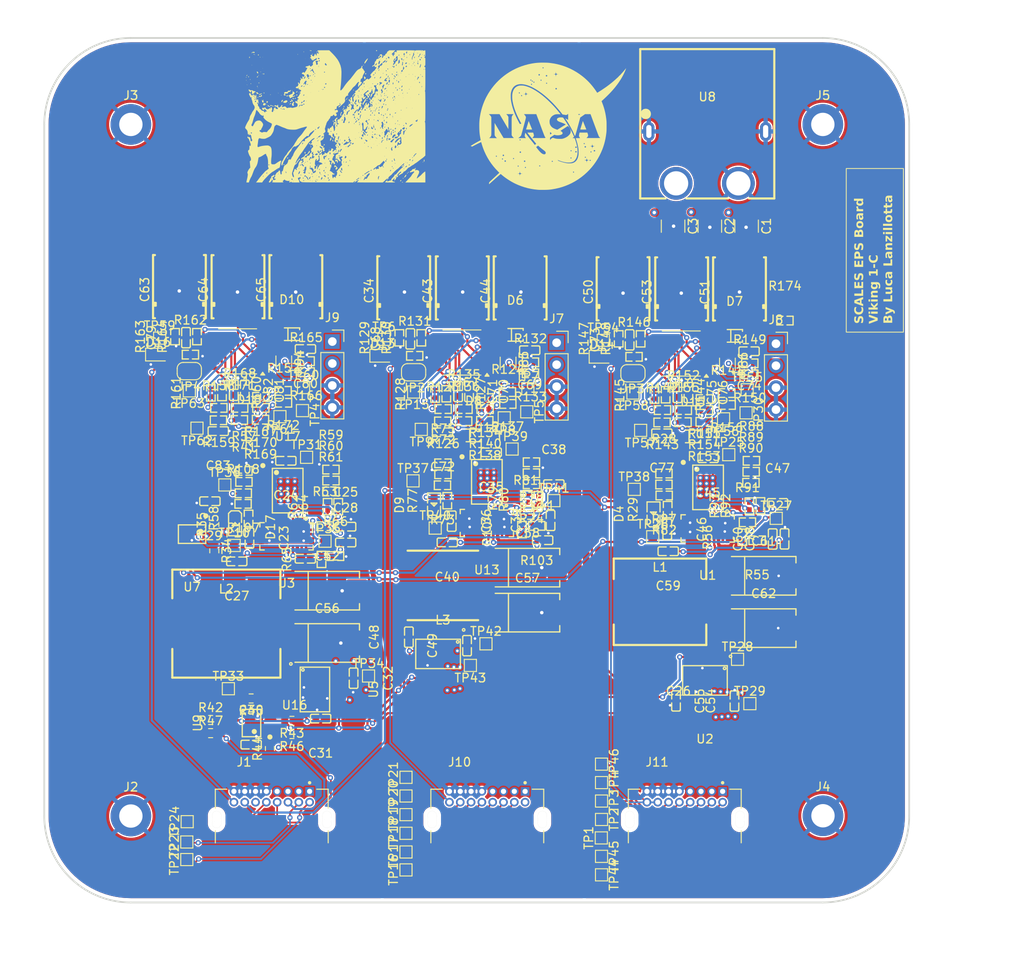
<source format=kicad_pcb>
(kicad_pcb (version 20241229) (generator "pcbnew") (generator_version "9.0")
  (layers (0 "F.Cu" mixed "Signal1") (4 "In1.Cu" power "GND") (6 "In2.Cu" power "Power") (2 "B.Cu" mixed "Signal2") (13 "F.Paste" user) (15 "B.Paste" user) (5 "F.SilkS" user "F.Silkscreen") (7 "B.SilkS" user "B.Silkscreen") (1 "F.Mask" user) (3 "B.Mask" user) (25 "Edge.Cuts" user))
  (net 0 "")
  (net 1 "+V_Batt")
  (net 2 "GND")
  (net 3 "/Perif_Subsystem/WD_Perif/WDT-VIN")
  (net 4 "Net-(C68-Pad2)")
  (net 5 "WDT_WDI_Perif")
  (net 6 "Net-(U6B-+)")
  (net 7 "Net-(U6C--)")
  (net 8 "Net-(U1-TR{slash}SS)")
  (net 9 "Net-(U1-BST)")
  (net 10 "Net-(U1-INTVCC)")
  (net 11 "Net-(U1-FB)")
  (net 12 "Net-(U1-BIAS)")
  (net 13 "+3.3V_OBC")
  (net 14 "+20V_Jetson")
  (net 15 "WDT_WDI_Jetson")
  (net 16 "Net-(C73-Pad2)")
  (net 17 "Net-(U10B-+)")
  (net 18 "Net-(U10C--)")
  (net 19 "Net-(U10D--)")
  (net 20 "Net-(U17-VOUT)")
  (net 21 "Net-(U3-TR{slash}SS)")
  (net 22 "Net-(U3-BIAS)")
  (net 23 "Net-(U3-FB)")
  (net 24 "Net-(U3-BST)")
  (net 25 "Net-(U3-SW)")
  (net 26 "Net-(U3-INTVCC)")
  (net 27 "Net-(U6D--)")
  (net 28 "Net-(U12-VOUT)")
  (net 29 "Net-(U13-TR{slash}SS)")
  (net 30 "Net-(U13-BST)")
  (net 31 "Net-(U13-SW)")
  (net 32 "Net-(U13-INTVCC)")
  (net 33 "/OBC_Subsystem/WD_OBC/WDT-VIN")
  (net 34 "/Jetson_Subsystem/WD_Jetson/WDT-VIN")
  (net 35 "Net-(U13-BIAS)")
  (net 36 "Net-(U13-FB)")
  (net 37 "Net-(U1-VIN)")
  (net 38 "WDT_WDI_OBC")
  (net 39 "Net-(J11-Pad11)")
  (net 40 "Net-(J11-Pad12)")
  (net 41 "Net-(J11-Pad13)")
  (net 42 "Net-(J11-Pad14)")
  (net 43 "Net-(J10-Pad11)")
  (net 44 "Net-(J10-Pad12)")
  (net 45 "Net-(J10-Pad13)")
  (net 46 "Net-(D4-K)")
  (net 47 "Net-(D9-K)")
  (net 48 "Net-(U1-SW)")
  (net 49 "Net-(D13-A)")
  (net 50 "Net-(J10-Pad14)")
  (net 51 "Net-(J10-Pad15)")
  (net 52 "Net-(J1-Pad9)")
  (net 53 "Net-(J1-Pad10)")
  (net 54 "Net-(J1-Pad13)")
  (net 55 "Net-(J11-Pad9)")
  (net 56 "+5V_Perif")
  (net 57 "OBC_EN_JETSON")
  (net 58 "OBC SDA")
  (net 59 "OBC SCL")
  (net 60 "OBC_EN_PERIF")
  (net 61 "Net-(J10-Pad10)")
  (net 62 "~{WD_EN_JETSON}")
  (net 63 "Net-(D14-A)")
  (net 64 "Net-(JP2-A)")
  (net 65 "~{WD_EN_PERIF}")
  (net 66 "~{WD_EN_OBC}")
  (net 67 "Net-(U15-SEL2)")
  (net 68 "Net-(U15-SEL1)")
  (net 69 "Net-(U15-~{ST})")
  (net 70 "Net-(U15-LATCH)")
  (net 71 "Net-(U15-DIA_EN)")
  (net 72 "Net-(D15-A)")
  (net 73 "Net-(D17-K)")
  (net 74 "Net-(JP3-A)")
  (net 75 "/Jetson_Subsystem/WD_Jetson/WDT-VP")
  (net 76 "Net-(R124-Pad1)")
  (net 77 "Net-(R132-Pad2)")
  (net 78 "Net-(R134-Pad2)")
  (net 79 "Net-(U15-SNS)")
  (net 80 "Net-(U6B--)")
  (net 81 "/Perif_Subsystem/WD_Perif/WDT-VP")
  (net 82 "Net-(U7-MOD)")
  (net 83 "Net-(U7-SET)")
  (net 84 "Net-(U6A--)")
  (net 85 "Net-(R141-Pad1)")
  (net 86 "Net-(U17-LATCH)")
  (net 87 "SDA")
  (net 88 "Net-(U10B--)")
  (net 89 "SCL")
  (net 90 "Net-(U9-READY)")
  (net 91 "Net-(U9-EN)")
  (net 92 "Net-(U10A--)")
  (net 93 "Net-(U1-RT)")
  (net 94 "Net-(U1-EN{slash}UV)")
  (net 95 "Net-(U17-SNS)")
  (net 96 "Net-(U17-~{ST})")
  (net 97 "Net-(U17-DIA_EN)")
  (net 98 "Net-(U17-SEL2)")
  (net 99 "Net-(U17-SEL1)")
  (net 100 "Net-(U3-RT)")
  (net 101 "Net-(U3-EN{slash}UV)")
  (net 102 "Net-(U6C-+)")
  (net 103 "Net-(D8-A)")
  (net 104 "Net-(U12-SNS)")
  (net 105 "Net-(U12-LATCH)")
  (net 106 "Net-(U12-~{ST})")
  (net 107 "Net-(U12-SEL2)")
  (net 108 "Net-(U12-SEL1)")
  (net 109 "Net-(U12-DIA_EN)")
  (net 110 "Net-(U13-EN{slash}UV)")
  (net 111 "/OBC_Subsystem/WD_OBC/WDT-VP")
  (net 112 "Net-(R149-Pad2)")
  (net 113 "Net-(U13-RT)")
  (net 114 "SYNC_PHASE3")
  (net 115 "SYNC_PHASE1")
  (net 116 "SYNC_PHASE2")
  (net 135 "Net-(R151-Pad2)")
  (net 136 "Net-(U10C-+)")
  (net 137 "Net-(C79-Pad2)")
  (net 138 "Net-(U11B-+)")
  (net 139 "Net-(U11C--)")
  (net 140 "Net-(U11D--)")
  (net 141 "Net-(D16-A)")
  (net 142 "Net-(D18-A)")
  (net 143 "Net-(JP4-A)")
  (net 144 "Net-(R157-Pad1)")
  (net 145 "Net-(U11B--)")
  (net 146 "Net-(U11A--)")
  (net 147 "Net-(R165-Pad2)")
  (net 148 "Net-(R167-Pad2)")
  (net 149 "Net-(U11C-+)")
  (net 150 "Net-(U10E-V+)")
  (net 151 "Net-(D7-C)")
  (net 152 "Net-(D10-C)")
  (net 153 "Net-(D6-C)")
  (net 154 "Net-(D8-C)")
  (net 155 "Net-(D15-C)")
  (net 156 "Net-(D18-C)")
  (net 157 "Net-(J11-Pad10)")
  (footprint "TestPoint:TestPoint_Pad_1.0x1.0mm" (layer "F.Cu") (at 205.782 70.2415 -90)
    (property "Reference" "TP5")
    (property "Value" "TestPoint")
  )
  (footprint "EPS:R0402" (layer "F.Cu") (at 172.5595 71.18675)
    (property "Reference" "R171")
    (property "Value" "100k")
  )
  (footprint "TestPoint:TestPoint_Pad_1.0x1.0mm" (layer "F.Cu") (at 171.958 85.6996)
    (property "Reference" "TP10")
    (property "Value" "TestPoint")
  )
  (footprint "TestPoint:TestPoint_Pad_1.0x1.0mm" (layer "F.Cu") (at 191.8208 121.158 90)
    (property "Reference" "TP17")
    (property "Value" "TestPoint")
  )
  (footprint "TestPoint:TestPoint_Pad_1.0x1.0mm" (layer "F.Cu") (at 166.768 67.81925 180)
    (property "Reference" "TP63")
    (property "Value" "TestPoint")
  )
  (footprint "EPS:R0402" (layer "F.Cu") (at 170.1365 71.21875)
    (property "Reference" "R158")
    (property "Value" "10k")
  )
  (footprint "EPS:R0402" (layer "F.Cu") (at 223.8505 71.4395)
    (property "Reference" "R155")
    (property "Value" "100k")
  )
  (footprint "EPS:C0402" (layer "F.Cu") (at 197.104 82.889 -90)
    (property "Reference" "C36")
    (property "Value" "22n")
  )
  (footprint "EPS:R0402" (layer "F.Cu") (at 183.9832 81.2188 90)
    (property "Reference" "R64")
    (property "Value" "2k")
  )
  (footprint "EPS:C0402" (layer "F.Cu") (at 184.8468 83.5284)
    (property "Reference" "C25")
    (property "Value" "2.2u")
  )
  (footprint "MountingHole:MountingHole_2.7mm_M2.5_DIN965_Pad" (layer "F.Cu") (at 160.0128 37)
    (property "Reference" "J3")
    (property "Value" "Conn_01x01_Socket")
  )
  (footprint "TestPoint:TestPoint_Pad_1.0x1.0mm" (layer "F.Cu") (at 177.2455 70.80375 180)
    (property "Reference" "TP61")
    (property "Value" "TestPoint")
  )
  (footprint "EPS:R0402" (layer "F.Cu") (at 196.48 68.151 -90)
    (property "Reference" "R127")
    (property "Value" "10k")
  )
  (footprint "LED_SMD:LED_0603_1608Metric" (layer "F.Cu") (at 214.488 63.87575)
    (property "Reference" "D14")
    (property "Value" "GREEN")
  )
  (footprint "EPS:C0402" (layer "F.Cu") (at 169.1496 80.582 180)
    (property "Reference" "C29")
    (property "Value" "100n")
  )
  (footprint "EPS:C0402" (layer "F.Cu") (at 172.2572 87.5416 180)
    (property "Reference" "C27")
    (property "Value" "100n")
  )
  (footprint "Package_SO:TSSOP-14_4.4x5mm_P0.65mm" (layer "F.Cu") (at 172.356 63.24725 180)
    (property "Reference" "U11")
    (property "Value" "TLV1704")
  )
  (footprint "EPS:R0402" (layer "F.Cu") (at 180.279 64.37925 180)
    (property "Reference" "R166")
    (property "Value" "100k")
  )
  (footprint "EPS:R0402" (layer "F.Cu") (at 180.279 65.64925)
    (property "Reference" "R165")
    (property "Value" "1k")
  )
  (footprint "TestPoint:TestPoint_Pad_1.0x1.0mm" (layer "F.Cu") (at 180.3256 75.502)
    (property "Reference" "TP31")
    (property "Value" "TestPoint")
  )
  (footprint "LED_SMD:LED_0603_1608Metric" (layer "F.Cu") (at 189.13 63.75925)
    (property "Reference" "D13")
    (property "Value" "GREEN")
  )
  (footprint "EPS:R0402" (layer "F.Cu") (at 231.5236 81.1412 90)
    (property "Reference" "R93")
    (property "Value" "110k")
  )
  (footprint "EPS:R0402" (layer "F.Cu") (at 183.1468 78.1944)
    (property "Reference" "R60")
    (property "Value" "15k")
  )
  (footprint "TestPoint:TestPoint_Pad_1.0x1.0mm" (layer "F.Cu") (at 231.14 70.358 -90)
    (property "Reference" "TP30")
    (property "Value" "TestPoint")
  )
  (footprint "EPS:R0402" (layer "F.Cu") (at 221.6448 77.382)
    (property "Reference" "R28")
    (property "Value" "1k")
  )
  (footprint "EPS:SOD-323_L1.8-W1.3-LS2.5-RD" (layer "F.Cu") (at 229.814 61.457)
    (property "Reference" "D7")
    (property "Value" "1N4448WS-7-F")
  )
  (footprint "EPS:SOD-323_L1.8-W1.3-LS2.5-RD" (layer "F.Cu") (at 178.6128 61.2648)
    (property "Reference" "D10")
    (property "Value" "1N4448WS-7-F")
  )
  (footprint "TestPoint:TestPoint_Pad_1.0x1.0mm" (layer "F.Cu") (at 195.199 83.693)
    (property "Reference" "TP40")
    (property "Value" "TestPoint")
  )
  (footprint "EPS:CAP-SMD_L7.3-W6.1_TCN4227M025R0100" (layer "F.Cu") (at 198.331 56.2615 90)
    (property "Reference" "C43")
    (property "Value" "100uF")
  )
  (footprint "EPS:R0402" (layer "F.Cu") (at 200.9705 68.654 180)
    (property "Reference" "R134")
    (property "Value" "1k")
  )
  (footprint "Resistor_SMD:R_1206_3216Metric" (layer "F.Cu") (at 228.981 64.759 -90)
    (property "Reference" "R86")
    (property "Value" "10")
  )
  (footprint "EPS:R0402" (layer "F.Cu") (at 226.3285 68.7705 180)
    (property "Reference" "R151")
    (property "Value" "1k")
  )
  (footprint "EPS:R0402" (layer "F.Cu") (at 221.4735 70.0405 180)
    (property "Reference" "R143")
    (property "Value" "10k")
  )
  (footprint "EPS:R0402" (layer "F.Cu") (at 196.039 78.74 180)
    (property "Reference" "R73")
    (property "Value" "15k")
  )
  (footprint "EPS:IND-SMD_L8.0-W8.0" (layer "F.Cu") (at 196.088 90.3224 180)
    (property "Reference" "L3")
    (property "Value" "10u")
  )
  (footprint "EPS:SOD-323_L1.8-W1.3-LS2.5-RD" (layer "F.Cu") (at 204.456 61.3405)
    (property "Reference" "D6")
    (property "Value" "1N4448WS-7-F")
  )
  (footprint "EPS:R0402" (layer "F.Cu") (at 170.547 68.01475 -90)
    (property "Reference" "R160")
    (property "Value" "10k")
  )
  (footprint "EPS:CAP-SMD_L7.3-W6.1_TCN4227M025R0100" (layer "F.Cu") (at 230.378 56.378 90)
    (property "Reference" "C51")
    (property "Value" "100uF")
  )
  (footprint "EPS:LED0603-RD_RED" (layer "F.Cu") (at 172.0452 83.1856 -90)
    (property "Reference" "D17")
    (property "Value" "LED")
  )
  (footprint "EPS:R0402" (layer "F.Cu") (at 191.05 61.6835 90)
    (property "Reference" "R129")
    (property "Value" "10k")
  )
  (footprint "EPS:R0402" (layer "F.Cu") (at 206.326 76.073 180)
    (property "Reference" "R78")
    (property "Value" "15k")
  )
  (footprint "EPS:C0402" (layer "F.Cu") (at 173.1815 67.75575 -90)
    (property "Reference" "C81")
    (property "Value" "10u")
  )
  (footprint "TestPoint:TestPoint_Pad_1.0x1.0mm" (layer "F.Cu") (at 191.8208 112.522 90)
    (property "Reference" "TP21")
    (property "Value" "TestPoint")
  )
  (footprint "LED_SMD:LED_0603_1608Metric" (layer "F.Cu") (at 163.197 63.623)
    (property "Reference" "D16")
    (property "Value" "GREEN")
  )
  (footprint "EPS:R0402" (layer "F.Cu") (at 231.57 65.902)
    (property "Reference" "R149")
    (property "Value" "1k")
  )
  (footprint "Resistor_SMD:R_0603_1608Metric" (layer "F.Cu") (at 169.2336 107.4132)
    (property "Reference" "R47")
    (property "Value" "4.7k")
  )
  (footprint "EPS:CAP-SMD_L7.3-W6.1_TCN4227M025R0100" (layer "F.Cu") (at 165.625 56.11025 90)
    (property "Reference" "C63")
    (property "Value" "100uF")
  )
  (footprint "EPS:R0402" (layer "F.Cu") (at 203.594 69.3315)
    (property "Reference" "R124")
    (property "Value" "10k")
  )
  (footprint "EPS:R0402" (layer "F.Cu") (at 196.0695 71.355)
    (property "Reference" "R125")
    (property "Value" "10k")
  )
  (footprint "EPS:R0402" (layer "F.Cu") (at 231.754 75.9088)
    (property "Reference" "R88")
    (property "Value" "15k")
  )
  (footprint "EPS:C0402" (layer "F.Cu") (at 208.915 78.613)
    (property "Reference" "C38")
    (property "Value" "2.2u")
  )
  (footprint "LOGO" (layer "F.Cu") (at 207.891383 37.145886)
    (property "Reference" "G***" (hide yes))
    (property "Value" "LOGO" (hide yes))
  )
  (footprint "TestPoint:TestPoint_Pad_1.0x1.0mm" (layer "F.Cu") (at 193.59 72.2735 180)
    (property "Reference" "TP9")
    (property "Value" "TestPoint")
  )
  (footprint "Capacitor_SMD:C_1210_3225Metric" (layer "F.Cu") (at 226.949 48.768 -90)
    (property "Reference" "C2")
    (property "Value" "10u")
  )
  (footprint "EPS:R0402" (layer "F.Cu") (at 230.7108 84.748 90)
    (property "Reference" "R56")
    (property "Value" "10k")
  )
  (footprint "EPS:R0402" (layer "F.Cu") (at 182.764 81.2152 90)
    (property "Reference" "R62")
    (property "Value" "110k")
  )
  (footprint "EPS:HTSSOP-16_L5.0-W4.4-P0.65-LS6.4-TL-EP2.9" (layer "F.Cu") (at 178.1412 79.3628)
    (property "Reference" "U17")
    (property "Value" "TPS1HB08BQPWPRQ1")
  )
  (footprint "TestPoint:TestPoint_Pad_1.0x1.0mm" (layer "F.Cu") (at 214.4268 117.3988 -90)
    (property "Reference" "TP2")
    (property "Value" "TestPoint")
  )
  (footprint "EPS:CAP-SMD_L7.3-W6.1_TCN4227M025R0100" (layer "F.Cu") (at 216.916 56.363 90)
    (property "Reference" "C50")
    (property "Value" "100uF")
  )
  (footprint "EPS:R0402" (layer "F.Cu") (at 206.212 65.7855)
    (property "Reference" "R132")
    (property "Value" "1k")
  )
  (footprint "MountingHole:MountingHole_2.7mm_M2.5_DIN965_Pad" (layer "F.Cu") (at 160.0128 117)
    (property "Reference" "J2")
    (property "Value" "Conn_01x01_Socket")
  )
  (footprint "TestPoint:TestPoint_Pad_1.0x1.0mm" (layer "F.Cu") (at 204.089 74.549)
    (property "Reference" "TP39")
    (property "Value" "TestPoint")
  )
  (footprint "EPS:R0402" (layer "F.Cu") (at 192.828 63.7645)
    (property "Reference" "R131")
    (property "Value" "3k")
  )
  (footprint "TestPoint:TestPoint_Pad_1.0x1.0mm" (layer "F.Cu") (at 199.262 99.579 180)
    (property "Reference" "TP43")
    (property "Value" "TestPoint")
  )
  (footprint "Jumper:SolderJumper-2_P1.3mm_Open_RoundedPad1.0x1.5mm" (layer "F.Cu") (at 192.701 65.6695 180)
    (property "Reference" "JP2")
    (property "Value" "SolderJumper_2_Open")
  )
  (footprint "EPS:R0402" (layer "F.Cu") (at 205.232 83.869 90)
    (property "Reference" "R104")
    (property "Value" "5k")
  )
  (footprint "EPS:C0402" (layer "F.Cu") (at 217.678 61.92 90)
    (property "Reference" "C73")
    (property "Value" "10u")
  )
  (footprint "EPS:C0402" (layer "F.Cu") (at 235.5876 84.9424 90)
    (property "Reference" "C78")
    (property "Value" "100n")
  )
  (footprint "EPS:C0402" (layer "F.Cu") (at 231.485 63.235 180)
    (property "Reference" "C74")
    (property "Value" "10u")
  )
  (footprint "TestPoint:TestPoint_Pad_1.0x1.0mm" (layer "F.Cu") (at 192.701 67.9555 180)
    (property "Reference" "TP15")
    (property "Value" "TestPoint")
  )
  (footprint "EPS:R0402" (layer "F.Cu") (at 183.1432 79.4644)
    (property "Reference" "R61")
    (property "Value" "15k")
  )
  (footprint "Resistor_SMD:R_1206_3216Metric" (layer "F.Cu") (at 203.623 64.6425 -90)
    (property "Reference" "R85")
    (property "Value" "10")
  )
  (footprint "TestPoint:TestPoint_Pad_1.0x1.0mm" (layer "F.Cu") (at 191.8208 116.84 90)
    (property "Reference" "TP19")
    (property "Value" "TestPoint")
  )
  (footprint "EPS:HTSSOP-16_L5.0-W4.4-P0.65-LS6.4-TL-EP2.9" (layer "F.Cu") (at 201.168 78.3425)
    (property "Reference" "U12")
    (property "Value" "TPS1HB08BQPWPRQ1")
  )
  (footprint "EPS:R0402" (layer "F.Cu") (at 172.5955 69.78775)
    (property "Reference" "R168")
    (property "Value" "100k")
  )
  (footprint "EPS:C0402" (layer "F.Cu") (at 184.8468 85.3572)
    (property "Reference" "C28")
    (property "Value" "100n")
  )
  (footprint "Connector_PinSocket_2.54mm:PinSocket_1x04_P2.54mm_Vertical" (layer "F.Cu") (at 234.594 62.367)
    (property "Reference" "J8")
    (property "Value" "Conn_01x04")
  )
  (footprint "TestPoint:TestPoint_Pad_1.0x1.0mm" (layer "F.Cu") (at 201.0664 97.0788)
    (property "Reference" "TP42")
    (property "Value" "TestPoint")
  )
  (footprint "EPS:R0402" (layer "F.Cu") (at 196.596 80.518 90)
    (property "Reference" "R77")
    (property "Value" "1k")
  )
  (footprint "Resistor_SMD:R_0603_1608Metric" (layer "F.Cu") (at 169.6576 83.2744 90)
    (property "Reference" "R35")
    (property "Value" "17k")
  )
  (footprint "EPS:C0402" (layer "F.Cu") (at 223.2025 68.0085 -90)
    (property "Reference" "C75")
    (property "Value" "10u")
  )
  (footprint "EPS:HARWIN_G125-MH11605L1P" (layer "F.Cu") (at 224.053 117.3988)
    (property "Reference" "J11")
    (property "Value" "G125-MH11605L1P")
    (fp_line (start -6.9 -0.45) (end -6.9 0.45) (stroke (width 0.01)) (layer "Edge.Cuts"))
    (fp_line (start -5.85 0.45) (end -5.85 -0.45) (stroke (width 0.01)) (layer "Edge.Cuts"))
    (fp_line (start 5.85 -0.45) (end 5.85 0.45) (stroke (width 0.01)) (layer "Edge.Cuts"))
    (fp_line (start 6.9 0.45) (end 6.9 -0.45) (stroke (width 0.01)) (layer "Edge.Cuts"))
    (fp_arc (start -6.9 -0.45) (mid -6.746231 -0.821231) (end -6.375 -0.975) (stroke (width 0.01)) (layer "Edge.Cuts"))
    (fp_arc (start -6.375 -0.975) (mid -6.003769 -0.821231) (end -5.85 -0.45) (stroke (width 0.01)) (layer "Edge.Cuts"))
    (fp_arc (start -6.375 0.975) (mid -6.746231 0.821231) (end -6.9 0.45) (stroke (width 0.01)) (layer "Edge.Cuts"))
    (fp_arc (start -5.85 0.45) (mid -6.003769 0.821231) (end -6.375 0.975) (stroke (width 0.01)) (layer "Edge.Cuts"))
    (fp_arc (start 5.85 -0.45) (mid 6.003769 -0.821231) (end 6.375 -0.975) (stroke (width 0.01)) (layer "Edge.Cuts"))
    (fp_arc (start 6.375 -0.975) (mid 6.746231 -0.821231) (end 6.9 -0.45) (stroke (width 0.01)) (layer "Edge.Cuts"))
    (fp_arc (start 6.375 0.975) (mid 6.003769 0.821231) (end 5.85 0.45) (stroke (width 0.01)) (layer "Edge.Cuts"))
    (fp_arc (start 6.9 0.45) (mid 6.746231 0.821231) (end 6.375 0.975) (stroke (width 0.01)) (layer "Edge.Cuts"))
  )
  (footprint "EPS:R0402" (layer "F.Cu") (at 205.662 82.169)
    (property "Reference" "R81")
    (property "Value" "47k")
  )
  (footprint "EPS:R0402" (layer "F.Cu") (at 207.137 80.391 90)
    (property "Reference" "R80")
    (property "Value" "2k")
  )
  (footprint "EPS:QFN-28_L6.0-W3.0-P0.50-BL-EP" (layer "F.Cu") (at 201.169 83.107 180)
    (property "Reference" "U13")
    (property "Value" "LT8612EUDE#PBF")
  )
  (footprint "EPS:R0402" (layer "F.Cu") (at 173.0848 77.0768)
    (property "Reference" "R57")
    (property "Value" "1k")
  )
  (footprint "EPS:R0402" (layer "F.Cu") (at 196.09277 77.47)
    (property "Reference" "R72")
    (property "Value" "15k")
  )
  (footprint "EPS:C0402" (layer "F.Cu") (at 234.7748 80.7856)
    (property "Reference" "C47")
    (property "Value" "2.2u")
  )
  (footprint "TestPoint:TestPoint_Pad_1.0x1.0mm" (layer "F.Cu") (at 228.5365 71.0565 180)
    (property "Reference" "TP56")
    (property "Value" "TestPoint")
  )
  (footprint "TestPoint:TestPoint_Pad_1.0x1.0mm" (layer "F.Cu") (at 214.4268 123.7996 -90)
    (property "Reference" "TP44")
    (property "Value" "TestPoint")
  )
  (footprint "Resistor_SMD:R_0603_1608Metric" (layer "F.Cu") (at 178.6316 107.5148 180)
    (property "Reference" "R46")
    (property "Value" "4.7k")
  )
  (footprint "Package_SO:TSSOP-14_4.4x5mm_P0.65mm" (layer "F.Cu") (at 198.289 63.3835 180)
    (property "Reference" "U6")
    (property "Value" "TLV1704")
  )
  (footprint "EPS:R0402" (layer "F.Cu") (at 222.0748 81.5476 90)
    (property "Reference" "R29")
    (property "Value" "1k")
  )
  (footprint "EPS:R0402" (layer "F.Cu") (at 198.5285 69.924)
    (property "Reference" "R135")
    (property "Value" "100k")
  )
  (footprint "Connector_PinSocket_2.54mm:PinSocket_1x04_P2.54mm_Vertical" (layer "F.Cu") (at 183.303 62.11425)
    (property "Reference" "J9")
    (property "Value" "Conn_01x04")
  )
  (footprint "EPS:IND-SMD_L10.7-W10.0_ETQP5MXXXX" (layer "F.Cu") (at 221.1888 92.2156)
    (property "Reference" "L1")
    (property "Value" "47uH")
  )
  (footprint "EPS:R0402" (layer "F.Cu") (at 173.0848 78.3468)
    (property "Reference" "R41")
    (property "Value" "15k")
  )
  (footprint "EPS:TSSOP-16_L5.0-W4.4-P0.65-LS6.4-BL-1" (layer "F.Cu") (at 195.5292 98.2472 180)
    (property "Reference" "U16")
    (property "Value" "INA260AIPWR")
  )
  (footprint "EPS:R0402" (layer "F.Cu") (at 193.59 61.6835 90)
    (property "Reference" "R130")
    (property "Value" "10k")
  )
  (footprint "EPS:R0402" (layer "F.Cu") (at 196.1155 69.924 180)
    (property "Reference" "R126")
    (property "Value" "10k")
  )
  (footprint "EPS:CAP-SMD_L7.3-W4.3-FD" (layer "F.Cu") (at 233.1776 95.2636)
    (property "Reference" "C62")
    (property "Value" "47u")
  )
  (footprint "EPS:QFN-28_L6.0-W3.0-P0.50-BL-EP" (layer "F.Cu") (at 178.0088 84.6436 180)
    (property "Reference" "U3")
    (property "Value" "LT8612EUDE#PBF")
  )
  (footprint "EPS:C0402" (layer "F.Cu") (at 207.6196 85.09)
    (property "Reference" "C41")
    (property "Value" "100n")
  )
  (footprint "Jumper:SolderJumper-2_P1.3mm_Open_RoundedPad1.0x1.5mm" (layer "F.Cu") (at 218.059 65.786 180)
    (property "Reference" "JP3")
    (property "Value" "SolderJumper_2_Open")
  )
  (footprint "TestPoint:TestPoint_Pad_1.0x1.0mm" (layer "F.Cu") (at 171.2832 102.2736)
    (property "Reference" "TP33")
    (property "Value" "TestPoint")
  )
  (footprint "TestPoint:TestPoint_Pad_1.0x1.0mm" (layer "F.Cu") (at 191.8208 114.681 90)
    (property "Reference" "TP20")
    (property "Value" "TestPoint")
  )
  (footprint "EPS:C0402" (layer "F.Cu") (at 224.4725 68.0085 -90)
    (property "Reference" "C76")
    (property "Value" "10u")
  )
  (footprint "EPS:R0402" (layer "F.Cu") (at 174.9995 71.15075 180)
    (property "Reference" "R169")
    (property "Value" "100k")
  )
  (footprint "EPS:R0402" (layer "F.Cu") (at 173.012 79.6676 180)
    (property "Reference" "R107")
    (property "Value" "56.2k")
  )
  (footprint "EPS:R0402" (layer "F.Cu") (at 195.189 68.195 90)
    (property "Reference" "R128")
    (property "Value" "3k")
  )
  (footprint "EPS:R0402" (layer "F.Cu") (at 226.2905 71.4035 180)
    (property "Reference" "R153")
    (property "Value" "100k")
  )
  (footprint "EPS:C0402" (layer "F.Cu") (at 223.04 103.6876 -90)
    (property "Reference" "C54")
    (property "Value" "100n")
  )
  (footprint "Resistor_SMD:R_0603_1608Metric" (layer "F.Cu") (at 169.6576 86.3224 -90)
    (property "Reference" "R34")
    (property "Value" "14k")
  )
  (footprint "EPS:R0402" (layer "F.Cu") (at 232.7936 81.1176 90)
    (property "Reference" "R92")
    (property "Value" "2k")
  )
  (footprint "Resistor_SMD:R_1206_3216Metric" (layer "F.Cu") (at 177.69 64.50625 -90)
    (property "Reference" "R94")
    (property "Value" "10")
  )
  (footprint "EPS:R0402" (layer "F.Cu") (at 169.256 68.05875 90)
    (property "Reference" "R161")
    (property "Value" "3k")
  )
  (footprint "EPS:R0402" (layer "F.Cu") (at 231.2968 83.0208)
    (property "Reference" "R91")
    (property "Value" "47k")
  )
  (footprint "EPS:C0402" (layer "F.Cu") (at 170.1135 72.47535 180)
    (property "Reference" "C83")
    (property "Value" "10u")
  )
  (footprint "EPS:C0402" (layer "F.Cu") (at 197.8445 67.892 -90)
    (property "Reference" "C71")
    (property "Value" "10u")
  )
  (footprint "EPS:R0402" (layer "F.Cu") (at 231.7032 78.4488)
    (property "Reference" "R90")
    (property "Value" "15k")
  )
  (footprint "Capacitor_SMD:C_1210_3225Metric" (layer "F.Cu") (at 231.199 48.768 -90)
    (property "Reference" "C1")
    (property "Value" "10u")
  )
  (footprint "Capacitor_SMD:C_1210_3225Metric" (layer "F.Cu") (at 222.699 48.768 -90)
    (property "Reference" "C3")
    (property "Value" "10u")
  )
  (footprint "TestPoint:TestPoint_Pad_1.0x1.0mm" (layer "F.Cu") (at 229.136 75.1976)
    (property "Reference" "TP25")
    (property "Value" "TestPoint")
  )
  (footprint "EPS:R0402" (layer "F.Cu") (at 218.186 63.881)
    (property "Reference" "R146")
    (property "Value" "3k")
  )
  (footprint "Resistor_SMD:R_0603_1608Metric" (layer "F.Cu") (at 176.0916 109.1912 90)
    (property "Reference" "R44")
    (property "Value" "4.7k")
  )
  (footprint "EPS:R0402" (layer "F.Cu") (at 228.952 69.448)
    (property "Reference" "R141")
    (property "Value" "10k")
  )
  (footprint "EPS:TH_2P-XT60PW-F" (layer "F.Cu") (at 226.651 40.815)
    (property "Reference" "U8")
    (property "Value" "XT60PW-F_C428722")
  )
  (footprint "EPS:IND-SMD_FTKB1207-6R1NT" (layer "F.Cu") (at 171.0516 94.742)
    (property "Reference" "L2")
    (property "Value" "6.1u")
  )
  (footprint "EPS:CAP-SMD_L7.3-W6.1_TCN4227M025R0100" (layer "F.Cu") (at 191.558 56.2465 90)
    (property "Reference" "C34")
    (property "Value" "100uF")
  )
  (footprint "EPS:CAP-SMD_L7.3-W4.3-FD" (layer "F.Cu") (at 205.867 88.265)
    (property "Reference" "C58")
    (property "Value" "47u")
  )
  (footprint "EPS:C0402" (layer "F.Cu") (at 201.676 74.93 180)
    (property "Reference" "C35")
    (property "Value" "220n")
  )
  (footprint "TestPoint:TestPoint_Pad_1.0x1.0mm" (layer "F.Cu") (at 189.272 61.8595)
    (property "Reference" "TP6")
    (property "Value" "TestPoint")
  )
  (footprint "EPS:R0402" (layer "F.Cu") (at 167.657 61.54725 90)
    (property "Reference" "R164")
    (property "Value" "10k")
  )
  (footprint "EPS:TSSOP-16_L5.0-W4.4-P0.65-LS6.4-BL-1" (layer "F.Cu") (at 181.2908 102.362 -90)
    (property "Reference" "U5")
    (property "Value" "INA260AIPWR")
  )
  (footprint "TestPoint:TestPoint_Pad_1.0x1.0mm" (layer "F.Cu") (at 214.63 61.976)
    (property "Reference" "TP54")
    (property "Value" "TestPoint")
  )
  (footprint "EPS:C0402" (layer "F.Cu") (at 234.216 84.9512 90)
    (property "Reference" "C60")
    (property "Value" "10p")
  )
  (footprint "TestPoint:TestPoint_Pad_1.0x1.0mm" (layer "F.Cu") (at 182.4592 85.2048)
    (property "Reference" "TP35")
    (property "Value" "TestPoint")
  )
  (footprint "TestPoint:TestPoint_Pad_1.0x1.0mm" (layer "F.Cu") (at 230.152 98.8704)
    (property "Reference" "TP28")
    (property "Value" "TestPoint")
  )
  (footprint "TestPoint:TestPoint_Pad_1.0x1.0mm" (layer "F.Cu") (at 179.849 70.10525 -90)
    (property "Reference" "TP47")
    (property "Value" "TestPoint")
  )
  (footprint "EPS:C0402" (layer "F.Cu") (at 199.1145 67.892 -90)
    (property "Reference" "C70")
    (property "Value" "10u")
  )
  (footprint "EPS:R0402" (layer "F.Cu") (at 223.8865 70.0405)
    (property "Reference" "R152")
    (property "Value" "100k")
  )
  (footprint "EPS:HARWIN_G125-MH11605L1P" (layer "F.Cu") (at 201.2188 117.3988)
    (property "Reference" "J10")
    (property "Value" "G125-MH11605L1P")
    (fp_line (start -6.9 -0.45) (end -6.9 0.45) (stroke (width 0.01)) (layer "Edge.Cuts"))
    (fp_line (start -5.85 0.45) (end -5.85 -0.45) (stroke (width 0.01)) (layer "Edge.Cuts"))
    (fp_line (start 5.85 -0.45) (end 5.85 0.45) (stroke (width 0.01)) (layer "Edge.Cuts"))
    (fp_line (start 6.9 0.45) (end 6.9 -0.45) (stroke (width 0.01)) (layer "Edge.Cuts"))
    (fp_arc (start -6.9 -0.45) (mid -6.746231 -0.821231) (end -6.375 -0.975) (stroke (width 0.01)) (layer "Edge.Cuts"))
    (fp_arc (start -6.375 -0.975) (mid -6.003769 -0.821231) (end -5.85 -0.45) (stroke (width 0.01)) (layer "Edge.Cuts"))
    (fp_arc (start -6.375 0.975) (mid -6.746231 0.821231) (end -6.9 0.45) (stroke (width 0.01)) (layer "Edge.Cuts"))
    (fp_arc (start -5.85 0.45) (mid -6.003769 0.821231) (end -6.375 0.975) (stroke (width 0.01)) (layer "Edge.Cuts"))
    (fp_arc (start 5.85 -0.45) (mid 6.003769 -0.821231) (end 6.375 -0.975) (stroke (width 0.01)) (layer "Edge.Cuts"))
    (fp_arc (start 6.375 -0.975) (mid 6.746231 -0.821231) (end 6.9 -0.45) (stroke (width 0.01)) (layer "Edge.Cuts"))
    (fp_arc (start 6.375 0.975) (mid 6.003769 0.821231) (end 5.85 0.45) (stroke (width 0.01)) (layer "Edge.Cuts"))
    (fp_arc (start 6.9 0.45) (mid 6.746231 0.821231) (end 6.375 0.975) (stroke (width 0.01)) (layer "Edge.Cuts"))
  )
  (footprint "EPS:CAP-SMD_L7.3-W4.3-FD" (layer "F.Cu") (at 182.7132 96.982)
    (property "Reference" "C56")
    (property "Value" "47u")
  )
  (footprint "EPS:C0402" (layer "F.Cu") (at 181.9512 105.728 180)
    (property "Reference" "C31")
    (property "Value" "100n")
  )
  (footprint "TestPoint:TestPoint_Pad_1.0x1.0mm" (layer "F.Cu") (at 214.4268 121.666 -90)
    (property "Reference" "TP45")
    (property "Value" "TestPoint")
  )
  (footprint "EPS:R0402" (layer "F.Cu") (at 226.3285 70.0405 180)
    (property "Reference" "R154")
    (property "Value" "4.7M")
  )
  (footprint "TestPoint:TestPoint_Pad_1.0x1.0mm" (layer "F.Cu") (at 214.4268 110.998 -90)
    (property "Reference" "TP46")
    (property "Value" "TestPoint")
  )
  (footprint "EPS:C0402" (layer "F.Cu") (at 229.7964 103.6964 90)
    (property "Reference" "C55")
    (property "Value" "100n")
  )
  (footprint "MountingHole:MountingHole_2.7mm_M2.5_DIN965_Pad" (layer "F.Cu") (at 240.0128 37)
    (property "Reference" "J5")
    (property "Value" "Conn_01x01_Socket")
  )
  (footprint "TestPoint:TestPoint_Pad_1.0x1.0mm" (layer "F.Cu") (at 203.1785 70.94 180)
    (property "Reference" "TP8")
    (property "Value" "TestPoint")
  )
  (footprint "TestPoint:TestPoint_Pad_1.0x1.0mm" (layer "F.Cu") (at 187.4884 100.8004)
    (property "Reference" "TP34")
    (property "Value" "TestPoint")
  )
  (footprint "TestPoint:TestPoint_Pad_1.0x1.0mm" (layer "F.Cu") (at 166.478 120.0016 90)
    (property "Reference" "TP23")
    (property "Value" "TestPoint")
  )
  (footprint "EPS:C0402" (layer "F.Cu") (at 173.7216 84.8492 -90)
    (property "Reference" "C23")
    (property "Value" "22n")
  )
  (footprint "EPS:R0402" (layer "F.Cu") (at 166.895 63.62825)
    (property "Reference" "R162")
    (property "Value" "3k")
  )
  (footprint "EPS:R0402" (layer "F.Cu") (at 165.117 61.54725 90)
    (property "Reference" "R163")
    (property "Value" "10k")
  )
  (footprint "EPS:R0402" (layer "F.Cu") (at 196.09277 76.2)
    (property "Reference" "R75")
    (property "Value" "1k")
  )
  (footprint "EPS:C0402" (layer "F.Cu") (at 196.0465 72.6116 180)
    (property "Reference" "C72")
    (property "Value" "10u")
  )
  (footprint "EPS:HARWIN_G125-MH11605L1P" (layer "F.Cu") (at 176.3018 117.3988)
    (property "Reference" "J1")
    (property "Value" "G125-MH11605L1P")
    (fp_line (start -6.9 -0.45) (end -6.9 0.45) (stroke (width 0.01)) (layer "Edge.Cuts"))
    (fp_line (start -5.85 0.45) (end -5.85 -0.45) (stroke (width 0.01)) (layer "Edge.Cuts"))
    (fp_line (start 5.85 -0.45) (end 5.85 0.45) (stroke (width 0.01)) (layer "Edge.Cuts"))
    (fp_line (start 6.9 0.45) (end 6.9 -0.45) (stroke (width 0.01)) (layer "Edge.Cuts"))
    (fp_arc (start -6.9 -0.45) (mid -6.746231 -0.821231) (end -6.375 -0.975) (stroke (width 0.01)) (layer "Edge.Cuts"))
    (fp_arc (start -6.375 -0.975) (mid -6.003769 -0.821231) (end -5.85 -0.45) (stroke (width 0.01)) (layer "Edge.Cuts"))
    (fp_arc (start -6.375 0.975) (mid -6.746231 0.821231) (end -6.9 0.45) (stroke (width 0.01)) (layer "Edge.Cuts"))
    (fp_arc (start -5.85 0.45) (mid -6.003769 0.821231) (end -6.375 0.975) (stroke (width 0.01)) (layer "Edge.Cuts"))
    (fp_arc (start 5.85 -0.45) (mid 6.003769 -0.821231) (end 6.375 -0.975) (stroke (width 0.01)) (layer "Edge.Cuts"))
    (fp_arc (start 6.375 -0.975) (mid 6.746231 -0.821231) (end 6.9 -0.45) (stroke (width 0.01)) (layer "Edge.Cuts"))
    (fp_arc (start 6.375 0.975) (mid 6.003769 0.821231) (end 5.85 0.45) (stroke (width 0.01)) (layer "Edge.Cuts"))
    (fp_arc (start 6.9 0.45) (mid 6.746231 0.821231) (end 6.375 0.975) (stroke (width 0.01)) (layer "Edge.Cuts"))
  )
  (footprint "Resistor_SMD:R_0603_1608Metric" (layer "F.Cu") (at 173.916 103.4 180)
    (property "Reference" "R45")
    (property "Value" "4.7k")
  )
  (footprint "EPS:R0402" (layer "F.Cu") (at 221.838 68.2675 -90)
    (property "Reference" "R144")
    (property "Value" "10k")
  )
  (footprint "TestPoint:TestPoint_Pad_1.0x1.0mm" (layer "F.Cu") (at 208.915 80.518)
    (property "Reference" "TP41")
    (property "Value" "TestPoint")
  )
  (footprint "EPS:R0402" (layer "F.Cu") (at 173.62 82.5632 90)
    (property "Reference" "R58")
    (property "Value" "1k")
  )
  (footprint "EPS:R0402" (layer "F.Cu") (at 170.1825 69.78775 180)
    (property "Reference" "R159")
    (property "Value" "10k")
  )
  (footprint "EPS:R0402" (layer "F.Cu") (at 235.634 59.69)
    (property "Reference" "R174")
    (property "Value" "100k")
  )
  (footprint "EPS:CAP-SMD_L7.3-W6.1_TCN4227M025R0100" (layer "F.Cu") (at 172.398 56.12525 90)
    (property "Reference" "C64")
    (property "Value" "100uF")
  )
  (footprint "EPS:C0402" (layer "F.Cu") (at 192.32 61.8035 90)
    (property "Reference" "C68")
    (property "Value" "10u")
  )
  (footprint "EPS:R0402" (layer "F.Cu") (at 177.661 69.19525)
    (property "Reference" "R157")
    (property "Value" "10k")
  )
  (footprint "Package_SO:TSSOP-14_4.4x5mm_P0.65mm" (layer "F.Cu") (at 223.647 63.5 180)
    (property "Reference" "U10")
    (property "Value" "TLV1704")
  )
  (footprint "TestPoint:TestPoint_Pad_1.0x1.0mm" (layer "F.Cu") (at 170.8768 78.7024)
    (property "Reference" "TP36")
    (property "Value" "TestPoint")
  )
  (footprint "EPS:SOD-323_L1.8-W1.3-LS2.5-RD" (layer "F.Cu") (at 224.9805 73.0885)
    (property "Reference" "D15")
    (property "Value" "1N4448WS-7-F")
  )
  (footprint "EPS:R0402" (layer "F.Cu") (at 221.6684 79.922 180)
    (property "Reference" "R82")
    (property "Value" "15k")
  )
  (footprint "TestPoint:TestPoint_Pad_1.0x1.0mm" (layer "F.Cu") (at 192.6336 78.232)
    (property "Reference" "TP37")
    (property "Value" "TestPoint")
  )
  (footprint "Resistor_SMD:R_0603_1608Metric" (layer "F.Cu") (at 178.6316 105.9908 180)
    (property "Reference" "R43")
    (property "Value" "4.7k")
  )
  (footprint "EPS:R0402" (layer "F.Cu") (at 231.57 64.632 180)
    (property "Reference" "R150")
    (property "Value" "100k")
  )
  (footprint "EPS:R0402" (layer "F.Cu") (at 200.9325 71.287 180)
    (property "Reference" "R138")
    (property "Value" "100k")
  )
  (footprint "MountingHole:MountingHole_2.7mm_M2.5_DIN965_Pad" (layer "F.Cu") (at 240.03 116.967)
    (property "Reference" "J4")
    (property "Value" "Conn_01x01_Socket")
  )
  (footprint "Jumper:SolderJumper-2_P1.3mm_Open_RoundedPad1.0x1.5mm" (layer "F.Cu") (at 166.768 65.53325 180)
    (property "Reference" "JP4")
    (property "Value" "SolderJumper_2_Open")
  )
  (footprint "LOGO" (layer "F.Cu") (at 181.55858 36.067124)
    (property "Reference" "G***")
    (property "Value" "LOGO" (hide yes))
  )
  (footprint "TestPoint:TestPoint_Pad_1.0x1.0mm" (layer "F.Cu") (at 218.948 72.39 180)
    (property "Reference" "TP57")
    (property "Value" "TestPoint")
  )
  (footprint "EPS:LED0603-RD_RED" (layer "F.Cu") (at 195.072 81.026 90)
    (property "Reference" "D9")
    (property "Value" "LED")
  )
  (footprint "TestPoint:TestPoint_Pad_1.0x1.0mm" (layer "F.Cu") (at 234.6224 82.5636)
    (property "Reference" "TP27")
    (property "Value" "TestPoint")
  )
  (footprint "EPS:VSSOP-8_L3.0-W3.0-P0.65-LS4.9-BL" (layer "F.Cu") (at 173.958 106.2448 90)
    (property "Reference" "U9")
    (property "Value" "TCA4307DGKR")
  )
  (footprint "EPS:C0402" (layer "F.Cu") (at 171.9115 67.75575 -90)
    (property "Reference" "C82")
    (property "Value" "10u")
  )
  (footprint "TestPoint:TestPoint_Pad_1.0x1.0mm" (layer "F.Cu") (at 163.339 61.72325)
    (property "Reference" "TP59")
    (property "Value" "TestPoint")
  )
  (footprint "EPS:R0402" (layer "F.Cu") (at 231.7268 77.1788)
    (property "Reference" "R89")
    (property "Value" "15k")
  )
  (footprint "Connector_PinSocket_2.54mm:PinSocket_1x04_P2.54mm_Vertical" (layer "F.Cu") (at 209.236 62.2505)
    (property "Reference" "J7")
    (property "Value" "Conn_01x04")
  )
  (footprint "EPS:R0402" (layer "F.Cu") (at 221.4275 71.4715)
    (property "Reference" "R142")
    (property "Value" "10k")
  )
  (footprint "EPS:R0402" (layer "F.Cu") (at 175.0375 68.51775 180)
    (property "Reference" "R167")
    (property "Value" "1k")
  )
  (footprint "EPS:SOD-323_L1.8-W1.3-LS2.5-RD" (layer "F.Cu") (at 173.6895 72.83575)
    (property "Reference" "D18")
    (property "Value" "1N4448WS-7-F")
  )
  (footprint "TestPoint:TestPoint_Pad_1.0x1.0mm" (layer "F.Cu") (at 218.214 79.2108)
    (property "Reference" "TP38")
    (property "Value" "TestPoint")
  )
  (footprint "EPS:C0402" (layer "F.Cu") (at 222.1344 86.3736 180)
    (property "Reference" "C59")
    (property "Value" "100n")
  )
  (footprint "EPS:C0402" (layer "F.Cu") (at 226.7484 75.604 180)
    (property "Reference" "C45")
    (property "Value" "220n")
  )
  (footprint "TestPoint:TestPoint_Pad_1.0x1.0mm" (layer "F.Cu") (at 167.657 72.13725 180)
    (property "Reference" "TP62")
    (property "Value" "TestPoint")
  )
  (footprint "TestPoint:TestPoint_Pad_1.0x1.0mm" (layer "F.Cu") (at 179.976 67.43825)
    (property "Reference" "TP60")
    (property "Value" "TestPoint")
  )
  (footprint "EPS:C0402" (layer "F.Cu") (at 177.9292 75.9084 180)
    (property "Reference" "C24")
    (property "Value" "220n")
  )
  (footprint "EPS:R0402" (layer "F.Cu") (at 203.545 67.9555 180)
    (property "Reference" "R137")
    (property "Value" "100k")
  )
  (footprint "EPS:C0402" (layer "F.Cu") (at 185.7612 101.0544 -90)
    (property "Reference" "C32")
    (property "Value" "100n")
  )
  (footprint "EPS:R0402" (layer "F.Cu") (at 205.867 80.264 90)
    (property "Reference" "R79")
    (property "Value" "110k")
  )
  (footprint "EPS:R0402" (layer "F.Cu") (at 200.9705 69.924 180)
    (property "Reference" "R140")
    (property "Value" "4.7M")
  )
  (footprint "EPS:C0402" (layer "F.Cu") (at 173.916 108.734)
    (property "Reference" "C30")
    (property "Value" "100n")
  )
  (footprint "EPS:R0402" (layer "F.Cu") (at 182.0528 87.3148 90)
    (property "Reference" "R65")
    (property "Value" "240k")
  )
  (footprint "TestPoint:TestPoint_Pad_1.0x1.0mm" (layer "F.Cu") (at 166.478 122.0336 90)
    (property "Reference" "TP22")
    (property "Value" "TestPoint")
  )
  (footprint "EPS:C0402" (layer "F.Cu") (at 221.4045 72.7281 180)
    (property "Reference" "C77")
    (property "Value" "10u")
  )
  (footprint "EPS:R0402" (layer "F.Cu") (at 216.408 61.8 90)
    (property "Reference" "R147")
    (property "Value" "10k")
  )
  (footprint "EPS:R0402" (layer "F.Cu") (at 218.948 61.8 90)
    (property "Reference" "R148")
    (property "Value" "10k")
  )
  (footprint "EPS:R0402" (layer "F.Cu") (at 198.4925 71.323)
    (property "Reference" "R136")
    (property "Value" "100k")
  )
  (footprint "TestPoint:TestPoint_Pad_1.0x1.0mm" (layer "F.Cu") (at 166.5224 117.6528 90)
    (property "Reference" "TP24")
    (property "Value" "TestPoint")
  )
  (footprint "TestPoint:TestPoint_Pad_1.0x1.0mm" (layer "F.Cu") (at 218.059 68.072 180)
    (property "Reference" "TP58")
    (property "Value" "TestPoint")
  )
  (footprint "TestPoint:TestPoint_Pad_1.0x1.0mm" (layer "F.Cu") (at 231.267 67.691)
    (property "Reference" "TP55")
    (property "Value" "TestPoint")
  )
  (footprint "EPS:R0402" (layer "F.Cu") (at 206.932 83.439 180)
    (property "Reference" "R103")
    (property "Value" "20.8k")
  )
  (footprint "EPS:R0402" (layer "F.Cu") (at 182.4592 83.4776)
    (property "Reference" "R63")
    (property "Value" "47k")
  )
  (footprint "EPS:MSOP-10_L3.0-W3.0-P0.50-LS5.0-BL" (layer "F.Cu") (at 167.0859 84.392 180)
    (property "Reference" "U7")
    (property "Value" "LTC6902")
  )
  (footprint "EPS:CAP-SMD_L7.3-W6.1_TCN4227M025R0100" (layer "F.Cu") (at 223.689 56.378 90)
    (property "Reference" "C53")
    (property "Value" "100uF")
  )
  (footprint "EPS:CAP-SMD_L7.3-W4.3-FD" (layer "F.Cu") (at 233.1776 89.2136)
    (property "Reference" "C61")
    (property "Value" "47u")
  )
  (footprint "TestPoint:TestPoint_Pad_1.0x1.0mm" (layer "F.Cu") (at 191.8208 123.232 90)
    (property "Reference" "TP16")
    (property "Value" "TestPoint")
  )
  (footprint "TestPoint:TestPoint_Pad_1.0x1.0mm" (layer "F.Cu") (at 220.3476 84.6972)
    (property "Reference" "TP26")
    (property "Value" "TestPoint")
  )
  (footprint "TestPoint:TestPoint_Pad_1.0x1.0mm" (layer "F.Cu") (at 205.909 67.5745)
    (property "Reference" "TP7")
    (property "Value" "TestPoint")
  )
  (footprint "EPS:LED0603-RD_RED" (layer "F.Cu") (at 220.4492 82.0556 90)
    (property "Reference" "D4")
    (property "Value" "LED")
  )
  (footprint "EPS:CAP-SMD_L7.3-W6.1_TCN4227M025R0100" (layer "F.Cu") (at 179.087 56.12525 90)
    (property "Reference" "C65")
    (property "Value" "100uF")
  )
  (footprint "EPS:R0402" (layer "F.Cu") (at 183.1468 76.9244)
    (property "Reference" "R59")
    (property "Value" "15k")
  )
  (footprint "TestPoint:TestPoint_Pad_1.0x1.0mm" (layer "F.Cu") (at 191.8208 118.999 90)
    (property "Reference" "TP18")
    (property "Value" "TestPoint")
  )
  (footprint "EPS:R0402" (layer "F.Cu") (at 183.6784 86.932)
    (property "Reference" "R66")
    (property "Value" "100k")
  )
  (footprint "Resistor_SMD:R_0603_1608Metric" (layer "F.Cu") (at 169.2336 105.8892)
    (property "Reference" "R42")
    (property "Value" "4.7k")
  )
  (footprint "EPS:R0402" (layer "F.Cu") (at 220.547 68.3115 90)
    (property "Reference" "R145")
    (property "Value" "3k")
  )
  (footprint "EPS:R0402" (layer "F.Cu") (at 221.6448 78.652 180)
    (property "Reference" "R87")
    (property "Value" "15k")
  )
  (footprint "EPS:R0402" (layer "F.Cu") (at 172.9868 80.8868)
    (property "Reference" "R108")
    (property "Value" "10k")
  )
  (footprint "EPS:C0402" (layer "F.Cu") (at 222.024 83.8336 -90)
    (property "Reference" "C46")
    (property "Value" "22n")
  )
  (footprint "TestPoint:TestPoint_Pad_1.0x1.0mm" (layer "F.Cu") (at 214.4268 115.2652 -90)
    (property "Reference" "TP3")
    (property "Value" "TestPoint")
  )
  (footprint "EPS:CAP-SMD_L7.3-W4.3-FD" (layer "F.Cu") (at 182.7132 90.932)
    (property "Reference" "C52")
    (property "Value" "47u")
  )
  (footprint "EPS:C0402" (layer "F.Cu") (at 198.881 97.293 90)
    (property "Reference" "C49")
    (property "Value" "100n")
  )
  (footprint "EPS:R0402" (layer "F.Cu") (at 228.903 68.072 180)
    (property "Reference" "R156")
    (property "Value" "100k")
  )
  (footprint "EPS:R0402" (layer "F.Cu") (at 232.4144 85.1036 180)
    (property "Reference" "R55")
    (property "Value" "196k")
  )
  (footprint "EPS:C0402" (layer "F.Cu") (at 166.387 61.66725 90)
    (property "Reference" "C79")
    (property "Value" "10u")
  )
  (footprint "EPS:R0402" (layer "F.Cu") (at 177.612 67.81925 180)
    (property "Reference" "R172")
    (property "Value" "100k")
  )
  (footprint "TestPoint:TestPoint_Pad_1.0x1.0mm" (layer "F.Cu") (at 214.4268 113.1316 -90)
    (property "Reference" "TP4")
    (property "Value" "TestPoint")
  )
  (footprint "EPS:R0402" (layer "F.Cu") (at 206.326 78.613 180)
    (property "Reference" "R74")
    (property "Value" "15k")
  )
  (footprint "EPS:HTSSOP-16_L5.0-W4.4-P0.65-LS6.4-TL-EP2.9" (layer "F.Cu") (at 226.7484 78.9911)
    (property "Reference" "U15")
    (property "Value" "TPS1HB08BQPWPRQ1")
  )
  (footprint "EPS:C0402" (layer "F.Cu") (at 196.596 85.344 180)
    (property "Reference" "C40")
    (property "Value" "100n")
  )
  (footprint "TestPoint:TestPoint_Pad_1.0x1.0mm" (layer "F.Cu") (at 231.5744 104.0012)
    (property "Reference" "TP29")
    (property "Value" "TestPoint")
  )
  (footprint "EPS:SOD-323_L1.8-W1.3-LS2.5-RD" (layer "F.Cu") (at 199.6225 72.972)
    (property "Reference" "D8")
    (property "Value" "1N4448WS-7-F")
  )
  (footprint "EPS:C0402" (layer "F.Cu") (at 180.182 87.2368)
    (property "Reference" "C26")
    (property "Value" "10p")
  )
  (footprint "EPS:R0402" (layer "F.Cu") (at 206.319389 77.343 180)
    (property "Reference" "R76")
    (property "Value" "15k")
  )
  (footprint "EPS:R0402" (layer "F.Cu") (at 175.0375 69.78775 180)
    (property "Reference" "R170")
    (property "Value" "4.7M")
  )
  (footprint "EPS:QFN-28_L6.0-W3.0-P0.50-BL-EP" (layer "F.Cu") (at 226.6976 83.732 180)
    (property "Reference" "U1")
    (property "Value" "LT8612EUDE#PBF")
  )
  (footprint "EPS:C0402" (layer "F.Cu") (at 192.151 96.308 90)
    (property "Reference" "C48")
    (property "Value" "100n")
  )
  (footprint "TestPoint:TestPoint_Pad_1.0x1.0mm" (layer "F.Cu") (at 214.4018 119.5302 90)
    (property "Reference" "TP1")
    (property "Value" "TestPoint")
  )
  (footprint "EPS:TSSOP-16_L5.0-W4.4-P0.65-LS6.4-BL-1" (layer "F.Cu") (at 226.3836 101.3088 180)
    (property "Reference" "U2")
    (property "Value" "INA260AIPWR")
  )
  (footprint "EPS:C0402" (layer "F.Cu") (at 208.534 82.804 90)
    (property "Reference" "C39")
    (property "Value" "10p")
  )
  (footprint "EPS:C0402" (layer "F.Cu") (at 206.127 63.1185 180)
    (property "Reference" "C69")
    (property "Value" "10u")
  )
  (footprint "EPS:C0402" (layer "F.Cu") (at 180.194 62.98225 180)
    (property "Reference" "C80")
    (property "Value" "10u")
  )
  (footprint "EPS:R0402" (layer "F.Cu") (at 206.212 64.5155 180)
    (property "Reference" "R133")
    (property "Value" "100k")
  )
  (footprint "EPS:CAP-SMD_L7.3-W6.1_TCN4227M025R0100" (layer "F.Cu") (at 205.02 56.2615 90)
    (property "Reference" "C44")
    (property "Value" "100uF")
  )
  (footprint "EPS:CAP-SMD_L7.3-W4.3-FD" (layer "F.Cu") (at 205.867 93.472)
    (property "Reference" "C57")
    (property "Value" "47u")
  )
  (gr_line (start 240 26.999999) (end 159.999999 26.999999) (stroke (width 0.2)) (layer "Edge.Cuts"))
  (gr_line (start 159.999999 126.999999) (end 240 126.999999) (stroke (width 0.2)) (layer "Edge.Cuts"))
  (gr_line (start 250 116.999999) (end 250 36.999999) (stroke (width 0.2)) (layer "Edge.Cuts"))
  (gr_arc (start 250 116.999999) (mid 247.071068 124.071067) (end 240 126.999999) (stroke (width 0.2)) (layer "Edge.Cuts"))
  (gr_arc (start 150 36.999998) (mid 152.928932 29.928931) (end 159.999999 26.999999) (stroke (width 0.2)) (layer "Edge.Cuts"))
  (gr_line (start 150 36.999998) (end 150 117) (stroke (width 0.2)) (layer "Edge.Cuts"))
  (gr_arc (start 159.999999 126.999999) (mid 152.928932 124.071067) (end 150 117) (stroke (width 0.2)) (layer "Edge.Cuts"))
  (gr_arc (start 240 26.999999) (mid 247.071068 29.928931) (end 250 36.999999) (stroke (width 0.2)) (layer "Edge.Cuts"))
  (gr_text_box "SCALES EPS Board\nViking 1-C\nBy Luca Lanzillotta" (start 242.7224 42.1005) (end 249.3264 61.0235) (margins 1.0025 1.0025 1.0025 1.0025) (angle 90) (layer "F.SilkS") (effects (font (size 1 1) (thickness 0.025) (bold yes)) (justify left top)) (border yes) (stroke (width 0.1)))
  (segment (start 178.4792 75.9084) (end 179.97 75.9084) (width 0.25) (layer "F.Cu") (net 1))
  (segment (start 178.4792 77.958) (end 178.1412 78.296) (width 0.25) (layer "F.Cu") (net 1))
  (segment (start 202.226 74.93) (end 203.708 74.93) (width 0.2) (layer "F.Cu") (net 1))
  (segment (start 202.226 74.93) (end 202.226 77.0216) (width 0.2) (layer "F.Cu") (net 1))
  (segment (start 229.108 47.1932) (end 231.14 47.1932) (width 1) (layer "F.Cu") (net 1))
  (segment (start 222.7072 47.1932) (end 222.758 47.244) (width 1) (layer "F.Cu") (net 1))
  (segment (start 171.7912 79.6966) (end 172.5242 79.6966) (width 0.25) (layer "F.Cu") (net 1))
  (segment (start 224.79 47.1424) (end 226.9744 47.1424) (width 1) (layer "F.Cu") (net 1))
  (segment (start 203.708 74.93) (end 204.089 74.549) (width 0.2) (layer "F.Cu") (net 1))
  (segment (start 202.226 77.0216) (end 201.9808 77.2668) (width 0.2) (layer "F.Cu") (net 1))
  (segment (start 220.5228 47.1932) (end 222.7072 47.1932) (width 1) (layer "F.Cu") (net 1))
  (segment (start 227.2984 75.604) (end 228.7804 75.604) (width 0.25) (layer "F.Cu") (net 1))
  (segment (start 179.97 75.9084) (end 180.3764 75.502) (width 0.25) (layer "F.Cu") (net 1))
  (segment (start 227.2984 75.604) (end 227.2984 77.8064) (width 0.25) (layer "F.Cu") (net 1))
  (segment (start 231.14 47.1932) (end 231.1908 47.244) (width 1) (layer "F.Cu") (net 1))
  (segment (start 172.5242 79.6966) (end 172.5532 79.6676) (width 0.25) (layer "F.Cu") (net 1))
  (segment (start 227.2984 77.8064) (end 227.2792 77.8256) (width 0.25) (layer "F.Cu") (net 1))
  (segment (start 226.9744 47.1424) (end 227.076 47.244) (width 1) (layer "F.Cu") (net 1))
  (segment (start 228.7804 75.604) (end 229.1868 75.1976) (width 0.25) (layer "F.Cu") (net 1))
  (segment (start 178.4792 75.9084) (end 178.4792 77.958) (width 0.25) (layer "F.Cu") (net 1))
  (via (at 178.9684 79.756) (size 0.6) (drill 0.3) (layers "F.Cu" "B.Cu") (net 1))
  (via (at 178.1556 80.518) (size 0.6) (drill 0.3) (layers "F.Cu" "B.Cu") (net 1))
  (via (at 200.4568 78.6384) (size 0.6) (drill 0.3) (layers "F.Cu" "B.Cu") (net 1))
  (via (at 177.3284 78.296) (size 0.6) (drill 0.3) (layers "F.Cu" "B.Cu") (net 1))
  (via (at 201.9808 77.9272) (size 0.6) (drill 0.3) (layers "F.Cu" "B.Cu") (net 1))
  (via (at 201.2188 78.6384) (size 0.6) (drill 0.3) (layers "F.Cu" "B.Cu") (net 1))
  (via (at 226.568 77.8764) (size 0.6) (drill 0.3) (layers "F.Cu" "B.Cu") (net 1))
  (via (at 227.2792 78.5368) (size 0.6) (drill 0.3) (layers "F.Cu" "B.Cu") (net 1))
  (via (at 178.954 79.1088) (size 0.6) (drill 0.3) (layers "F.Cu" "B.Cu") (net 1))
  (via (at 226.568 79.1972) (size 0.6) (drill 0.3) (layers "F.Cu" "B.Cu") (net 1))
  (via (at 227.2792 79.8576) (size 0.6) (drill 0.3) (layers "F.Cu" "B.Cu") (net 1))
  (via (at 177.3284 79.1088) (size 0.6) (drill 0.3) (layers "F.Cu" "B.Cu") (net 1))
  (via (at 226.568 79.8576) (size 0.6) (drill 0.3) (layers "F.Cu" "B.Cu") (net 1))
  (via (at 201.2188 77.9272) (size 0.6) (drill 0.3) (layers "F.Cu" "B.Cu") (net 1))
  (via (at 171.7912 79.6966) (size 0.6) (drill 0.3) (layers "F.Cu" "B.Cu") (net 1))
  (via (at 200.4568 79.3496) (size 0.6) (drill 0.3) (layers "F.Cu" "B.Cu") (net 1))
  (via (at 178.1412 79.1088) (size 0.6) (drill 0.3) (layers "F.Cu" "B.Cu") (net 1))
  (via (at 200.4568 77.9272) (size 0.6) (drill 0.3) (layers "F.Cu" "B.Cu") (net 1))
  (via (at 225.8568 79.9084) (size 0.6) (drill 0.3) (layers "F.Cu" "B.Cu") (net 1))
  (via (at 201.2188 77.2668) (size 0.6) (drill 0.3) (layers "F.Cu" "B.Cu") (net 1))
  (via (at 178.1412 78.296) (size 0.6) (drill 0.3) (layers "F.Cu" "B.Cu") (net 1))
  (via (at 178.954 78.296) (size 0.6) (drill 0.3) (layers "F.Cu" "B.Cu") (net 1))
  (via (at 225.8568 79.1972) (size 0.6) (drill 0.3) (layers "F.Cu" "B.Cu") (net 1))
  (via (at 225.8568 78.5368) (size 0.6) (drill 0.3) (layers "F.Cu" "B.Cu") (net 1))
  (via (at 224.79 47.1424) (size 0.8) (drill 0.4) (layers "F.Cu" "B.Cu") (net 1))
  (via (at 201.9808 78.6384) (size 0.6) (drill 0.3) (layers "F.Cu" "B.Cu") (net 1))
  (via (at 201.2188 79.3496) (size 0.6) (drill 0.3) (layers "F.Cu" "B.Cu") (net 1))
  (via (at 225.8568 77.8764) (size 0.6) (drill 0.3) (layers "F.Cu" "B.Cu") (net 1))
  (via (at 177.3936 79.756) (size 0.6) (drill 0.3) (layers "F.Cu" "B.Cu") (net 1))
  (via (at 178.1412 79.756) (size 0.6) (drill 0.3) (layers "F.Cu" "B.Cu") (net 1))
  (via (at 177.3428 80.518) (size 0.6) (drill 0.3) (layers "F.Cu" "B.Cu") (net 1))
  (via (at 201.9808 77.2668) (size 0.6) (drill 0.3) (layers "F.Cu" "B.Cu") (net 1))
  (via (at 200.4568 77.2668) (size 0.6) (drill 0.3) (layers "F.Cu" "B.Cu") (net 1))
  (via (at 226.568 78.5368) (size 0.6) (drill 0.3) (layers "F.Cu" "B.Cu") (net 1))
  (via (at 227.2792 79.1972) (size 0.6) (drill 0.3) (layers "F.Cu" "B.Cu") (net 1))
  (via (at 229.108 47.1932) (size 0.8) (drill 0.4) (layers "F.Cu" "B.Cu") (net 1))
  (via (at 220.5228 47.1932) (size 0.8) (drill 0.4) (layers "F.Cu" "B.Cu") (net 1))
  (via (at 227.2792 77.8764) (size 0.6) (drill 0.3) (layers "F.Cu" "B.Cu") (net 1))
  (segment (start 223.051 44.03) (end 223.012 44.069) (width 0.2) (layer "B.Cu") (net 1))
  (segment (start 223.051 43.815) (end 223.051 44.03) (width 0.2) (layer "B.Cu") (net 1))
  (segment (start 216.916 53.813) (end 216.916 56.515) (width 1) (layer "F.Cu") (net 2))
  (segment (start 194.5425 68.654) (end 195.16 68.654) (width 0.25) (layer "F.Cu") (net 2))
  (segment (start 185.3968 84.6372) (end 185.3548 84.5952) (width 0.25) (layer "F.Cu") (net 2))
  (segment (start 229.5932 83.986) (end 229.5344 83.9272) (width 0.25) (layer "F.Cu") (net 2))
  (segment (start 198.9778 83.357) (end 199.1868 83.566) (width 0.25) (layer "F.Cu") (net 2))
  (segment (start 229.5628 84.4272) (end 229.0692 84.4272) (width 0.25) (layer "F.Cu") (net 2))
  (segment (start 180.248 84.8936) (end 179.99 85.1516) (width 0.25) (layer "F.Cu") (net 2))
  (segment (start 205.02 53.7115) (end 205.02 56.303) (width 1) (layer "F.Cu") (net 2))
  (segment (start 231.598 80.7112) (end 232.1332 80.176) (width 0.25) (layer "F.Cu") (net 2))
  (segment (start 223.7776 82.982) (end 223.8324 82.9272) (width 0.25) (layer "F.Cu") (net 2))
  (segment (start 180.9288 84.3936) (end 180.2988 84.3936) (width 0.25) (layer "F.Cu") (net 2))
  (segment (start 200.914 74.93) (end 199.771 76.073) (width 0.2) (layer "F.Cu") (net 2))
  (segment (start 224.31 83.4272) (end 224.6656 83.0716) (width 0.25) (layer "F.Cu") (net 2))
  (segment (start 206.756 77.597) (end 207.645 76.708) (width 0.2) (layer "F.Cu") (net 2))
  (segment (start 188.3425 64.81575) (end 188.256 64.90225) (width 0.25) (layer "F.Cu") (net 2))
  (segment (start 197.3159 72.6116) (end 197.3365 72.591) (width 0.25) (layer "F.Cu") (net 2))
  (segment (start 232.6448 80.6876) (end 232.1332 80.176) (width 0.25) (layer "F.Cu") (net 2))
  (segment (start 222.699 50.243) (end 222.699 48.827) (width 1) (layer "F.Cu") (net 2))
  (segment (start 176.7588 83.6076) (end 176.0784 84.288) (width 0.25) (layer "F.Cu") (net 2))
  (segment (start 206.756 78.613) (end 206.756 77.597) (width 0.2) (layer "F.Cu") (net 2))
  (segment (start 193.2686 96.8756) (end 194.5132 96.8756) (width 0.2) (layer "F.Cu") (net 2))
  (segment (start 221.2148 77.2768) (end 221.77 76.7216) (width 0.25) (layer "F.Cu") (net 2))
  (segment (start 216.408 62.767) (end 216.535 62.894) (width 0.25) (layer "F.Cu") (net 2))
  (segment (start 183.526 78.1944) (end 183.526 79.3628) (width 0.25) (layer "F.Cu") (net 2))
  (segment (start 195.16 68.654) (end 195.189 68.625) (width 0.25) (layer "F.Cu") (net 2))
  (segment (start 175.7856 85.3936) (end 176.0276 85.1516) (width 0.25) (layer "F.Cu") (net 2))
  (segment (start 168.5996 80.582) (end 167.8288 80.582) (width 0.25) (layer "F.Cu") (net 2))
  (segment (start 184.1084 86.932) (end 184.8468 86.932) (width 0.25) (layer "F.Cu") (net 2))
  (segment (start 207.01 77.343) (end 207.645 76.708) (width 0.2) (layer "F.Cu") (net 2))
  (segment (start 219.9005 68.7705) (end 220.518 68.7705) (width 0.25) (layer "F.Cu") (net 2))
  (segment (start 169.227 68.51775) (end 169.256 68.48875) (width 0.25) (layer "F.Cu") (net 2))
  (segment (start 221.2148 77.382) (end 221.2148 77.2768) (width 0.25) (layer "F.Cu") (net 2))
  (segment (start 185.7104 101.6552) (end 185.7612 101.6044) (width 0.2) (layer "F.Cu") (net 2))
  (segment (start 198.919 82.2314) (end 199.0344 82.3468) (width 0.25) (layer "F.Cu") (net 2))
  (segment (start 229.5344 83.9272) (end 228.8392 83.9272) (width 0.25) (layer "F.Cu") (net 2))
  (segment (start 165.625 56.244) (end 165.608 56.261) (width 1) (layer "F.Cu") (net 2))
  (segment (start 194.5492 96.8904) (end 194.5132 96.9264) (width 0.2) (layer "F.Cu") (net 2))
  (segment (start 226.0536 98.5288) (end 226.0536 99.9028) (width 0.25) (layer "F.Cu") (net 2))
  (segment (start 195.58 76.2) (end 194.818 76.962) (width 0.2) (layer "F.Cu") (net 2))
  (segment (start 224.4544 83.9272) (end 224.6656 84.1384) (width 0.25) (layer "F.Cu") (net 2))
  (segment (start 207.137 79.707) (end 206.756 79.326) (width 0.2) (layer "F.Cu") (net 2))
  (segment (start 223.689 53.828) (end 223.689 56.473) (width 1) (layer "F.Cu") (net 2))
  (segment (start 230.7108 84.318) (end 229.82 84.318) (width 0.25) (layer "F.Cu") (net 2))
  (segment (start 167.0859 85.1223) (end 167.0668 85.1032) (width 0.2) (layer "F.Cu") (net 2))
  (segment (start 221.2148 78.652) (end 221.2148 77.4364) (width 0.25) (layer "F.Cu") (net 2))
  (segment (start 206.749389 77.343) (end 207.01 77.343) (width 0.2) (layer "F.Cu") (net 2))
  (segment (start 194.2847 64.0335) (end 194.2084 63.9572) (width 0.25) (layer "F.Cu") (net 2))
  (segment (start 185.3968 85.3572) (end 185.3968 84.6372) (width 0.25) (layer "F.Cu") (net 2))
  (segment (start 225.4036 102.6564) (end 225.3768 102.6296) (width 0.25) (layer "F.Cu") (net 2))
  (segment (start 220.518 68.7705) (end 220.547 68.7415) (width 0.25) (layer "F.Cu") (net 2))
  (segment (start 228.8392 83.9272) (end 228.6788 84.0876) (width 0.25) (layer "F.Cu") (net 2))
  (segment (start 235.5876 84.3924) (end 235.5876 83.6304) (width 0.25) (layer "F.Cu") (net 2))
  (segment (start 194.5492 99.8072) (end 194.31 99.568) (width 0.2) (layer "F.Cu") (net 2))
  (segment (start 174.466 107.8196) (end 174.5168 107.7688) (width 0.25) (layer "F.Cu") (net 2))
  (segment (start 232.035 63.235) (end 232.035 63.532398) (width 0.25) (layer "F.Cu") (net 2))
  (segment (start 173.1815 67.20575) (end 173.1815 67.12075) (width 0.25) (layer "F.Cu") (net 2))
  (segment (start 197.8445 67.003) (end 197.8445 67.384) (width 0.25) (layer "F.Cu") (net 2))
  (segment (start 179.087 53.57525) (end 179.087 56.371) (width 1) (layer "F.Cu") (net 2))
  (segment (start 175.0888 84.8936) (end 175.7696 84.8936) (width 0.25) (layer "F.Cu") (net 2))
  (segment (start 229.8192 103.1236) (end 229.7964 103.1464) (width 0.25) (layer "F.Cu") (net 2))
  (segment (start 188.3425 63.75925) (end 188.3425 64.81575) (width 0.25) (layer "F.Cu") (net 2))
  (segment (start 234.9096 89.2136) (end 234.9048 89.2184) (width 1) (layer "F.Cu") (net 2))
  (segment (start 206.756 79.326) (end 206.756 78.613) (width 0.2) (layer "F.Cu") (net 2))
  (segment (start 205.232 83.439) (end 204.47 83.439) (width 0.2) (layer "F.Cu") (net 2))
  (segment (start 174.466 108.734) (end 174.466 107.8196) (width 0.25) (layer "F.Cu") (net 2))
  (segment (start 181.4012 105.728) (end 181.4012 104.8556) (width 0.25) (layer "F.Cu") (net 2))
  (segment (start 231.199 50.243) (end 231.199 48.954) (width 1) (layer "F.Cu") (net 2))
  (segment (start 207.137 79.961) (end 207.137 79.707) (width 0.2) (layer "F.Cu") (net 2))
  (segment (start 204.47 83.439) (end 204.089 83.82) (width 0.2) (layer "F.Cu") (net 2))
  (segment (start 204.089 82.857) (end 203.3546 82.857) (width 0.25) (layer "F.Cu") (net 2))
  (segment (start 180.744 63.279648) (end 180.37138 63.652268) (width 0.25) (layer "F.Cu") (net 2))
  (segment (start 183.5732 80.3752) (end 183.9832 80.7852) (width 0.25) (layer "F.Cu") (net 2))
  (segment (start 194.5492 101.0272) (end 194.5492 99.8072) (width 0.2) (layer "F.Cu") (net 2))
  (segment (start 225.4476 82.312) (end 225.4476 82.3404) (width 0.25) (layer "F.Cu") (net 2))
  (segment (start 209.465 78.613) (end 209.465 79.079) (width 0.25) (layer "F.Cu") (net 2))
  (segment (start 170.6635 72.47535) (end 171.3829 72.47535) (width 0.25) (layer "F.Cu") (net 2))
  (segment (start 221.9545 72.7281) (end 222.6739 72.7281) (width 0.25) (layer "F.Cu") (net 2))
  (segment (start 203.491 83.857) (end 203.2 83.566) (width 0.25) (layer "F.Cu") (net 2))
  (segment (start 186.1532 96.982) (end 184.2964 96.982) (width 1) (layer "F.Cu") (net 2))
  (segment (start 229.6056 82.97) (end 228.882 82.97) (width 0.25) (layer "F.Cu") (net 2))
  (segment (start 183.5768 78.1436) (end 183.526 78.1944) (width 0.25) (layer "F.Cu") (net 2))
  (segment (start 180.1812 83.8936) (end 179.99 84.0848) (width 0.25) (layer "F.Cu") (net 2))
  (segment (start 208.1696 84.3876) (end 208.28 84.2772) (width 0.2) (layer "F.Cu") (net 2))
  (segment (start 235.5876 83.6304) (end 235.6384 83.5796) (width 0.25) (layer "F.Cu") (net 2))
  (segment (start 225.4476 82.3404) (end 224.6656 83.1224) (width 0.25) (layer "F.Cu") (net 2))
  (segment (start 179.8668 103.342) (end 179.9192 103.2896) (width 0.25) (layer "F.Cu") (net 2))
  (segment (start 198.298 76.0625) (end 199.7605 76.0625) (width 0.2) (layer "F.Cu") (net 2))
  (segment (start 228.882 82.97) (end 228.7296 83.1224) (width 0.25) (layer "F.Cu") (net 2))
  (segment (start 168.39285 63.89725) (end 168.3004 63.8048) (width 0.25) (layer "F.Cu") (net 2))
  (segment (start 179.9316 102.032) (end 180.0208 102.1212) (width 0.25) (layer "F.Cu") (net 2))
  (segment (start 231.5236 80.7112) (end 231.598 80.7112) (width 0.25) (layer "F.Cu") (net 2))
  (segment (start 204.089 82.357) (end 203.4438 82.357) (width 0.25) (layer "F.Cu") (net 2))
  (segment (start 226.7136 99.3116) (end 226.088 99.9372) (width 0.25) (layer "F.Cu") (net 2))
  (segment (start 207.01 76.073) (end 207.645 76.708) (width 0.2) (layer "F.Cu") (net 2))
  (segment (start 195.66277 76.2) (end 195.58 76.2) (width 0.2) (layer "F.Cu") (net 2))
  (segment (start 181.4012 104.8556) (end 181.5448 104.712) (width 0.25) (layer "F.Cu") (net 2))
  (segment (start 222.9932 104.1908) (end 223.04 104.2376) (width 0.25) (layer "F.Cu") (net 2))
  (segment (start 179.087 56.371) (end 179.07 56.388) (width 1) (layer "F.Cu") (net 2))
  (segment (start 224.4476 82.8536) (end 224.6656 83.0716) (width 0.25) (layer "F.Cu") (net 2))
  (segment (start 199.136 82.6008) (end 199.136 82.55) (width 0.25) (layer "F.Cu") (net 2))
  (segment (start 221.77 76.7216) (end 223.802 76.7216) (width 0.25) (layer "F.Cu") (net 2))
  (segment (start 176.2588 84.006) (end 176.0276 84.2372) (width 0.25) (layer "F.Cu") (net 2))
  (segment (start 192.151 95.758) (end 193.2686 96.8756) (width 0.2) (layer "F.Cu") (net 2))
  (segment (start 183.5768 76.9244) (end 183.5768 78.1436) (width 0.25) (layer "F.Cu") (net 2))
  (segment (start 222.699 48.827) (end 222.758 48.768) (width 1) (layer "F.Cu") (net 2))
  (segment (start 226.1984 75.9) (end 225.326 76.7724) (width 0.25) (layer "F.Cu") (net 2))
  (segment (start 230.378 53.828) (end 230.378 56.388) (width 1) (layer "F.Cu") (net 2))
  (segment (start 229.6176 83.982) (end 229.6136 83.986) (width 0.25) (layer "F.Cu") (net 2))
  (segment (start 162.4095 63.623) (end 162.4095 64.6795) (width 0.25) (layer "F.Cu") (net 2))
  (segment (start 226.949 50.243) (end 226.949 48.895) (width 1) (layer "F.Cu") (net 2))
  (segment (start 178.5108 103.342) (end 179.8668 103.342) (width 0.25) (layer "F.Cu") (net 2))
  (segment (start 204.089 83.857) (end 203.491 83.857) (width 0.25) (layer "F.Cu") (net 2))
  (segment (start 172.6548 77.026) (end 172.6548 78.296) (width 0.25) (layer "F.Cu") (net 2))
  (segment (start 175.0888 84.3936) (end 175.922 84.3936) (width 0.25) (layer "F.Cu") (net 2))
  (segment (start 195.326 77.47) (end 194.818 76.962) (width 0.2) (layer "F.Cu") (net 2))
  (segment (start 175.7348 83.8936) (end 176.0784 84.2372) (width 0.25) (layer "F.Cu") (net 2))
  (segment (start 198.3525 66.495) (end 197.8445 67.003) (width 0.25) (layer "F.Cu") (net 2))
  (segment (start 223.7776 83.482) (end 223.8324 83.4272) (width 0.25) (layer "F.Cu") (net 2))
  (segment (start 191.05 62.1135) (end 191.05 62.6505) (width 0.25) (layer "F.Cu") (net 2))
  (segment (start 185.3968 83.5284) (end 185.3968 82.7244) (width 0.25) (layer "F.Cu") (net 2))
  (segment (start 199.0344 82.4992) (end 199.0344 82.3976) (width 0.25) (layer "F.Cu") (net 2))
  (segment (start 231.199 48.954) (end 231.14 48.895) (width 1) (layer "F.Cu") (net 2))
  (segment (start 199.136 82.6008) (end 199.136 82.2452) (width 0.25) (layer "F.Cu") (net 2))
  (segment (start 206.677 63.1185) (end 206.677 63.415898) (width 0.25) (layer "F.Cu") (net 2))
  (segment (start 180.2988 84.3936) (end 179.99 84.0848) (width 0.25) (layer "F.Cu") (net 2))
  (segment (start 224.572 82.9272) (end 224.6656 83.0208) (width 0.25) (layer "F.Cu") (net 2))
  (segment (start 167.8288 80.582) (end 167.6256 80.7852) (width 0.25) (layer "F.Cu") (net 2))
  (segment (start 209.465 79.079) (end 209.169 79.375) (width 0.25) (layer "F.Cu") (net 2))
  (segment (start 198.7804 82.6008) (end 198.5242 82.857) (width 0.25) (layer "F.Cu") (net 2))
  (segment (start 185.7104 102.68) (end 185.7104 101.6552) (width 0.2) (layer "F.Cu") (net 2))
  (segment (start 206.756 76.073) (end 207.01 76.073) (width 0.2) (layer "F.Cu") (net 2))
  (segment (start 183.5732 79.4644) (end 183.5732 80.3752) (width 0.25) (layer "F.Cu") (net 2))
  (segment (start 236.6176 95.2636) (end 234.854 95.2636) (width 1) (layer "F.Cu") (net 2))
  (segment (start 183.5768 76.9244) (end 183.5768 76.6574) (width 0.25) (layer "F.Cu") (net 2))
  (segment (start 199.136 82.2452) (end 199.419 81.9622) (width 0.25) (layer "F.Cu") (net 2))
  (segment (start 173.7216 85.3992) (end 175.0844 85.3992) (width 0.25) (layer "F.Cu") (net 2))
  (segment (start 224.9476 82.7388) (end 224.6148 83.0716) (width 0.25) (layer "F.Cu") (net 2))
  (segment (start 178.5108 102.032) (end 179.9316 102.032) (width 0.25) (layer "F.Cu") (net 2))
  (segment (start 199.1145 67.257) (end 198.3525 66.495) (width 0.25) (layer "F.Cu") (net 2))
  (segment (start 222.6739 72.7281) (end 222.6945 72.7075) (width 0.25) (layer "F.Cu") (net 2))
  (segment (start 225.4036 98.5288) (end 225.4036 99.202) (width 0.25) (layer "F.Cu") (net 2))
  (segment (start 223.7105 66.6115) (end 223.2025 67.1195) (width 0.25) (layer "F.Cu") (net 2))
  (segment (start 183.5768 76.6574) (end 183.2342 76.3148) (width 0.25) (layer "F.Cu") (net 2))
  (segment (start 229.0344 83.4272) (end 228.7804 83.1732) (width 0.25) (layer "F.Cu") (net 2))
  (segment (start 224.9476 82.312) (end 224.9476 82.7388) (width 0.25) (layer "F.Cu") (net 2))
  (segment (start 177.3792 75.9084) (end 176.5156 75.9084) (width 0.25) (layer "F.Cu") (net 2))
  (segment (start 198.331 56.345) (end 198.374 56.388) (width 1) (layer "F.Cu") (net 2))
  (segment (start 173.366 76.1624) (end 172.6548 76.8736) (width 0.25) (layer "F.Cu") (net 2))
  (segment (start 176.158 105.2648) (end 174.8364 105.2648) (width 0.25) (layer "F.Cu") (net 2))
  (segment (start 229.6176 82.982) (end 229.6056 82.97) (width 0.25) (layer "F.Cu") (net 2))
  (segment (start 204.089 83.357) (end 203.409 83.357) (width 0.25) (layer "F.Cu") (net 2))
  (segment (start 197.104 83.439) (end 198.12 83.439) (width 0.2) (layer "F.Cu") (net 2))
  (segment (start 184.4536 90.932) (end 184.4404 90.9452) (width 1) (layer "F.Cu") (net 2))
  (segment (start 191.05 62.6505) (end 191.177 62.7775) (width 0.25) (layer "F.Cu") (net 2))
  (segment (start 184.2964 96.982) (end 184.288 96.9904) (width 1) (layer "F.Cu") (net 2))
  (segment (start 182.764 80.7852) (end 184.0848 80.7852) (width 0.25) (layer "F.Cu") (net 2))
  (segment (start 222.3516 104.1908) (end 222.9932 104.1908) (width 0.25) (layer "F.Cu") (net 2))
  (segment (start 229.8192 102.4128) (end 229.8192 103.1236) (width 0.25) (layer "F.Cu") (net 2))
  (segment (start 203.4438 82.357) (end 203.1492 82.6516) (width 0.25) (layer "F.Cu") (net 2))
  (segment (start 229.5628 83.4272) (end 229.0344 83.4272) (width 0.25) (layer "F.Cu") (net 2))
  (segment (start 223.689 56.473) (end 223.647 56.515) (width 1) (layer "F.Cu") (net 2))
  (segment (start 196.5965 72.6116) (end 197.3159 72.6116) (width 0.25) (layer "F.Cu") (net 2))
  (segment (start 226.7136 98.5288) (end 226.7136 99.3116) (width 0.25) (layer "F.Cu") (net 2))
  (segment (start 195.4265 64.0335) (end 194.2847 64.0335) (width 0.25) (layer "F.Cu") (net 2))
  (segment (start 186.1532 90.932) (end 184.4536 90.932) (width 1) (layer "F.Cu") (net 2))
  (segment (start 172.5568 80.8868) (end 171.6896 80.8868) (width 0.25) (layer "F.Cu") (net 2))
  (segment (start 168.6095 68.51775) (end 169.227 68.51775) (width 0.25) (layer "F.Cu") (net 2))
  (segment (start 232.1332 78.398) (end 232.1332 78.4488) (width 0.25) (layer "F.Cu") (net 2))
  (segment (start 175.7588 83.2236) (end 175.7588 83.9176) (width 0.25) (layer "F.Cu") (net 2))
  (segment (start 201.126 74.93) (end 200.914 74.93) (width 0.2) (layer "F.Cu") (net 2))
  (segment (start 198.5242 82.857) (end 198.249 82.857) (width 0.25) (layer "F.Cu") (net 2))
  (segment (start 176.7588 83.2236) (end 176.7588 83.6076) (width 0.25) (layer "F.Cu") (net 2))
  (segment (start 225.4036 104.0888) (end 225.4036 102.6564) (width 0.25) (layer "F.Cu") (net 2))
  (segment (start 176.5156 75.9084) (end 176.3632 76.0608) (width 0.25) (layer "F.Cu") (net 2))
  (segment (start 183.2342 76.3148) (end 181.7988 76.3148) (width 0.25) (layer "F.Cu") (net 2))
  (segment (start 234.7152 80.176) (end 232.1332 80.176) (width 0.25) (layer "F.Cu") (net 2))
  (segment (start 225.4036 99.202) (end 226.088 99.8864) (width 0.25) (layer "F.Cu") (net 2))
  (segment (start 229.82 84.318) (end 229.6948 84.4432) (width 0.25) (layer "F.Cu") (net 2))
  (segment (start 173.1815 67.12075) (end 172.4195 66.35875) (width 0.25) (layer "F.Cu") (net 2))
  (segment (start 216.408 62.23) (end 216.408 62.767) (width 0.25) (layer "F.Cu") (net 2))
  (segment (start 225.2647 76.7111) (end 225.326 76.7724) (width 0.25) (layer "F.Cu") (net 2))
  (segment (start 175.0888 83.8936) (end 175.7348 83.8936) (width 0.25) (layer "F.Cu") (net 2))
  (segment (start 174.8364 105.2648) (end 174.6692 105.432) (width 0.25) (layer "F.Cu") (net 2))
  (segment (start 199.2376 83.566) (end 199.1868 83.566) (width 0.25) (layer "F.Cu") (net 2))
  (segment (start 203.409 83.357) (end 203.2 83.566) (width 0.25) (layer "F.Cu") (net 2))
  (segment (start 165.625 53.56025) (end 165.625 56.244) (width 1) (layer "F.Cu") (net 2))
  (segment (start 199.419 81.9622) (end 199.419 81.687) (width 0.25) (layer "F.Cu") (net 2))
  (segment (start 232.184 77.8392) (end 232.184 78.3472) (width 0.25) (layer "F.Cu") (net 2))
  (segment (start 176.2588 83.2236) (end 176.2588 84.006) (width 0.25) (layer "F.Cu") (net 2))
  (segment (start 175.7588 83.9176) (end 176.0784 84.2372) (width 0.25) (layer "F.Cu") (net 2))
  (segment (start 184.0708 103.342) (end 182.7624 103.342) (width 0.25) (layer "F.Cu") (net 2))
  (segment (start 232.184 78.3472) (end 232.1332 78.398) (width 0.25) (layer "F.Cu") (net 2))
  (segment (start 208.1696 85.09) (end 208.1696 84.3876) (width 0.2) (layer "F.Cu") (net 2))
  (segment (start 199.136 82.55) (end 198.943 82.357) (width 0.25) (layer "F.Cu") (net 2))
  (segment (start 180.9288 83.8936) (end 180.1812 83.8936) (width 0.25) (layer "F.Cu") (net 2))
  (segment (start 199.136 82.2452) (end 199.6942 81.687) (width 0.25) (layer "F.Cu") (net 2))
  (segment (start 235.3248 80.7856) (end 234.7152 80.176) (width 0.25) (layer "F.Cu") (net 2))
  (segment (start 232.184 77.206) (end 232.1568 77.1788) (width 0.25) (layer "F.Cu") (net 2))
  (segment (start 198.12 83.439) (end 198.247 83.312) (width 0.2) (layer "F.Cu") (net 2))
  (segment (start 223.7776 84.482) (end 223.8324 84.4272) (width 0.25) (layer "F.Cu") (net 2))
  (segment (start 199.1145 67.342) (end 199.1145 67.257) (width 0.25) (layer "F.Cu") (net 2))
  (segment (start 226.0536 99.9028) (end 226.088 99.9372) (width 0.25) (layer "F.Cu") (net 2))
  (segment (start 180.9288 84.8936) (end 180.248 84.8936) (width 0.25) (layer "F.Cu") (net 2))
  (segment (start 223.2025 67.1195) (end 223.2025 67.5005) (width 0.25) (layer "F.Cu") (net 2))
  (segment (start 180.232 85.3936) (end 179.99 85.1516) (width 0.25) (layer "F.Cu") (net 2))
  (segment (start 232.184 75.9088) (end 232.184 77.1788) (width 0.25) (layer "F.Cu") (net 2))
  (segment (start 224.3768 84.4272) (end 224.6148 84.1892) (width 0.25) (layer "F.Cu") (net 2))
  (segment (start 232.184 77.1788) (end 232.2348 77.2296) (width 0.25) (layer "F.Cu") (net 2))
  (segment (start 236.6176 89.2136) (end 234.9096 89.2136) (width 1) (layer "F.Cu") (net 2))
  (segment (start 232.035 63.532398) (end 231.66238 63.905018) (width 0.25) (layer "F.Cu") (net 2))
  (segment (start 198.881 96.743) (end 199.5226 96.743) (width 0.2) (layer "F.Cu") (net 2))
  (segment (start 203.3546 82.857) (end 203.1492 82.6516) (width 0.25) (layer "F.Cu") (net 2))
  (segment (start 232.184 77.8392) (end 232.184 77.206) (width 0.25) (layer "F.Cu") (net 2))
  (segment (start 185.3968 82.7244) (end 185.4564 82.6648) (width 0.25) (layer "F.Cu") (net 2))
  (segment (start 213.7005 63.87575) (end 213.7005 64.93225) (width 0.25) (layer "F.Cu") (net 2))
  (segment (start 229.6176 83.482) (end 229.5628 83.4272) (width 0.25) (layer "F.Cu") (net 2))
  (segment (start 223.8324 84.4272) (end 224.3768 84.4272) (width 0.25) (layer "F.Cu") (net 2))
  (segment (start 180.744 62.98225) (end 180.744 63.279648) (width 0.25) (layer "F.Cu") (net 2))
  (segment (start 223.8324 82.9272) (end 224.572 82.9272) (width 0.25) (layer "F.Cu") (net 2))
  (segment (start 174.3508 76.1624) (end 173.366 76.1624) (width 0.25) (layer "F.Cu") (net 2))
  (segment (start 198.919 81.687) (end 198.919 82.2314) (width 0.25) (layer "F.Cu") (net 2))
  (segment (start 220.7845 64.15) (end 219.568 64.15) (width 0.25) (layer "F.Cu") (net 2))
  (segment (start 171.3829 72.47535) (end 171.4035 72.45475) (width 0.25) (layer "F.Cu") (net 2))
  (segment (start 221.1368 78.6284) (end 221.1604 78.652) (width 0.25) (layer "F.Cu") (net 2))
  (segment (start 183.526 79.3628) (end 183.5768 79.4136) (width 0.25) (layer "F.Cu") (net 2))
  (segment (start 206.677 63.415898) (end 206.30438 63.788518) (width 0.25) (layer "F.Cu") (net 2))
  (segment (start 229.6176 84.482) (end 229.5628 84.4272) (width 0.25) (layer "F.Cu") (net 2))
  (segment (start 175.0844 85.3992) (end 175.0932 85.408) (width 0.25) (layer "F.Cu") (net 2))
  (segment (start 205.02 56.303) (end 205.105 56.388) (width 1) (layer "F.Cu") (net 2))
  (segment (start 199.136 82.6008) (end 199.0344 82.4992) (width 0.25) (layer "F.Cu") (net 2))
  (segment (start 191.558 53.6965) (end 191.558 56.303) (width 1) (layer "F.Cu") (net 2))
  (segment (start 172.398 56.329) (end 172.339 56.388) (width 1) (layer "F.Cu") (net 2))
  (segment (start 222.804 84.3836) (end 222.8596 84.328) (width 0.25) (layer "F.Cu") (net 2))
  (segment (start 229.0692 84.4272) (end 228.7296 84.0876) (width 0.25) (layer "F.Cu") (net 2))
  (segment (start 209.307 88.265) (end 207.518 88.265) (width 1) (layer "F.Cu") (net 2))
  (segment (start 205.867 79.834) (end 206.17 79.834) (width 0.2) (layer "F.Cu") (net 2))
  (segment (start 182.7624 103.342) (end 182.7132 103.3912) (width 0.25) (layer "F.Cu") (net 2))
  (segment (start 171.9115 66.86675) (end 171.9115 67.24775) (width 0.25) (layer "F.Cu") (net 2))
  (segment (start 209.307 93.472) (end 207.518 93.472) (width 1) (layer "F.Cu") (net 2))
  (segment (start 224.4725 67.4585) (end 224.4725 67.3735) (width 0.25) (layer "F.Cu") (net 2))
  (segment (start 221.2148 77.4364) (end 221.2112 77.4328) (width 0.25) (layer "F.Cu") (net 2))
  (segment (start 165.117 62.51425) (end 165.244 62.64125) (width 0.25) (layer "F.Cu") (net 2))
  (segment (start 198.249 83.357) (end 198.9778 83.357) (width 0.25) (layer "F.Cu") (net 2))
  (segment (start 198.331 53.7115) (end 198.331 56.345) (width 1) (layer "F.Cu") (net 2))
  (segment (start 198.249 83.857) (end 198.9466 83.857) (width 0.25) (layer "F.Cu") (net 2))
  (segment (start 175.922 84.3936) (end 176.0784 84.2372) (width 0.25) (layer "F.Cu") (net 2))
  (segment (start 175.0888 85.3936) (end 175.7856 85.3936) (width 0.25) (layer "F.Cu") (net 2))
  (segment (start 199.6942 81.687) (end 199.919 81.687) (width 0.25) (layer "F.Cu") (net 2))
  (segment (start 199.7605 76.0625) (end 199.771 76.073) (width 0.2) (layer "F.Cu") (net 2))
  (segment (start 198.943 82.357) (end 198.249 82.357) (width 0.25) (layer "F.Cu") (net 2))
  (segment (start 180.9288 85.3936) (end 180.232 85.3936) (width 0.25) (layer "F.Cu") (net 2))
  (segment (start 169.4935 63.89725) (end 168.39285 63.89725) (width 0.25) (layer "F.Cu") (net 2))
  (segment (start 172.6548 76.8736) (end 172.6548 77.026) (width 0.25) (layer "F.Cu") (net 2))
  (segment (start 195.66277 77.47) (end 195.326 77.47) (width 0.2) (layer "F.Cu") (net 2))
  (segment (start 224.4476 82.312) (end 224.4476 82.8536) (width 0.25) (layer "F.Cu") (net 2))
  (segment (start 222.024 84.3836) (end 222.804 84.3836) (width 0.25) (layer "F.Cu") (net 2))
  (segment (start 199.5226 96.743) (end 199.7964 96.4692) (width 0.2) (layer "F.Cu") (net 2))
  (segment (start 167.0859 86.502) (end 167.0859 85.1223) (width 0.2) (layer "F.Cu") (net 2))
  (segment (start 199.136 82.6008) (end 198.7804 82.6008) (width 0.25) (layer "F.Cu") (net 2))
  (segment (start 226.1984 75.604) (end 226.1984 75.9) (width 0.25) (layer "F.Cu") (net 2))
  (segment (start 184.8468 86.932) (end 184.8976 86.9828) (width 0.25) (layer "F.Cu") (net 2))
  (segment (start 172.398 53.57525) (end 172.398 56.329) (width 1) (layer "F.Cu") (net 2))
  (segment (start 229.6136 83.986) (end 229.5932 83.986) (width 0.25) (layer "F.Cu") (net 2))
  (segment (start 175.7696 84.8936) (end 176.0276 85.1516) (width 0.25) (layer "F.Cu") (net 2))
  (segment (start 224.4725 67.3735) (end 223.7105 66.6115) (width 0.25) (layer "F.Cu") (net 2))
  (segment (start 206.17 79.834) (end 206.756 79.248) (width 0.2) (layer "F.Cu") (net 2))
  (segment (start 191.558 56.303) (end 191.643 56.388) (width 1) (layer "F.Cu") (net 2))
  (segment (start 223.8324 83.4272) (end 224.31 83.4272) (width 0.25) (layer "F.Cu") (net 2))
  (segment (start 223.8324 83.9272) (end 224.4544 83.9272) (width 0.25) (layer "F.Cu") (net 2))
  (segment (start 198.9466 83.857) (end 199.2376 83.566) (width 0.25) (layer "F.Cu") (net 2))
  (segment (start 194.5492 95.4672) (end 194.5492 96.8904) (width 0.2) (layer "F.Cu") (net 2))
  (segment (start 175.2712 77.0828) (end 174.3508 76.1624) (width 0.25) (layer "F.Cu") (net 2))
  (segment (start 219.568 64.15) (end 219.5576 64.1604) (width 0.25) (layer "F.Cu") (net 2))
  (segment (start 223.8784 76.7111) (end 225.2647 76.7111) (width 0.25) (layer "F.Cu") (net 2))
  (segment (start 232.7936 80.6876) (end 232.6448 80.6876) (width 0.25) (layer "F.Cu") (net 2))
  (segment (start 223.7776 83.982) (end 223.8324 83.9272) (width 0.25) (layer "F.Cu") (net 2))
  (segment (start 172.4195 66.35875) (end 171.9115 66.86675) (width 0.25) (layer "F.Cu") (net 2))
  (segment (start 165.117 61.97725) (end 165.117 62.51425) (width 0.25) (layer "F.Cu") (net 2))
  (via (at 222.6945 72.7075) (size 0.6) (drill 0.3) (layers "F.Cu" "B.Cu") (net 2))
  (via (at 172.339 56.388) (size 0.8) (drill 0.4) (layers "F.Cu" "B.Cu") (net 2))
  (via (at 203.1492 82.6516) (size 0.6) (drill 0.3) (layers "F.Cu" "B.Cu") (net 2))
  (via (at 226.088 99.8864) (size 0.6) (drill 0.3) (layers "F.Cu" "B.Cu") (net 2))
  (via (at 176.3632 76.0608) (size 0.6) (drill 0.3) (layers "F.Cu" "B.Cu") (net 2))
  (via (at 191.643 56.388) (size 0.8) (drill 0.4) (layers "F.Cu" "B.Cu") (net 2))
  (via (at 234.854 95.2636) (size 0.6) (drill 0.3) (layers "F.Cu" "B.Cu") (net 2))
  (via (at 208.28 84.2772) (size 0.6) (drill 0.3) (layers "F.Cu" "B.Cu") (net 2))
  (via (at 232.184 77.8392) (size 0.6) (drill 0.3) (layers "F.Cu" "B.Cu") (net 2))
  (via (at 199.136 82.6008) (size 0.6) (drill 0.3) (layers "F.Cu" "B.Cu") (net 2))
  (via (at 199.771 76.073) (size 0.6) (drill 0.3) (layers "F.Cu" "B.Cu") (net 2))
  (via (at 181.7988 76.3148) (size 0.6) (drill 0.3) (layers "F.Cu" "B.Cu") (net 2))
  (via (at 223.647 56.515) (size 0.8) (drill 0.4) (layers "F.Cu" "B.Cu") (net 2))
  (via (at 225.3768 102.6296) (size 0.6) (drill 0.3) (layers "F.Cu" "B.Cu") (net 2))
  (via (at 185.4564 82.6648) (size 0.6) (drill 0.3) (layers "F.Cu" "B.Cu") (net 2))
  (via (at 188.256 64.90225) (size 0.6) (drill 0.3) (layers "F.Cu" "B.Cu") (net 2))
  (via (at 207.645 76.708) (size 0.6) (drill 0.3) (layers "F.Cu" "B.Cu") (net 2))
  (via (at 180.0208 102.1212) (size 0.6) (drill 0.3) (layers "F.Cu" "B.Cu") (net 2))
  (via (at 203.2 83.566) (size 0.6) (drill 0.3) (layers "F.Cu" "B.Cu") (net 2))
  (via (at 194.31 99.568) (size 0.6) (drill 0.3) (layers "F.Cu" "B.Cu") (net 2))
  (via (at 209.169 79.375) (size 0.6) (drill 0.3) (layers "F.Cu" "B.Cu") (net 2))
  (via (at 167.6256 80.7852) (size 0.6) (drill 0.3) (layers "F.Cu" "B.Cu") (net 2))
  (via (at 179.9192 103.2896) (size 0.6) (drill 0.3) (layers "F.Cu" "B.Cu") (net 2))
  (via (at 176.0276 85.1516) (size 0.6) (drill 0.3) (layers "F.Cu" "B.Cu") (net 2))
  (via (at 194.818 76.962) (size 0.6) (drill 0.3) (layers "F.Cu" "B.Cu") (net 2))
  (via (at 185.3548 84.5952) (size 0.6) (drill 0.3) (layers "F.Cu" "B.Cu") (net 2))
  (via (at 235.6384 83.5796) (size 0.6) (drill 0.3) (layers "F.Cu" "B.Cu") (net 2))
  (via (at 176.0784 84.2372) (size 0.6) (drill 0.3) (layers "F.Cu" "B.Cu") (net 2))
  (via (at 228.6788 84.0876) (size 0.6) (drill 0.3) (layers "F.Cu" "B.Cu") (net 2))
  (via (at 205.105 56.388) (size 0.8) (drill 0.4) (layers "F.Cu" "B.Cu") (net 2))
  (via (at 222.3516 104.1908) (size 0.6) (drill 0.3) (layers "F.Cu" "B.Cu") (net 2))
  (via (at 184.4404 90.9452) (size 0.8) (drill 0.4) (layers "F.Cu" "B.Cu") (net 2))
  (via (at 168.3004 63.8048) (size 0.6) (drill 0.3) (layers "F.Cu" "B.Cu") (net 2))
  (via (at 231.66238 63.905018) (size 0.6) (drill 0.3) (layers "F.Cu" "B.Cu") (net 2))
  (via (at 165.244 62.64125) (size 0.6) (drill 0.3) (layers "F.Cu" "B.Cu") (net 2))
  (via (at 182.7132 103.3912) (size 0.6) (drill 0.3) (layers "F.Cu" "B.Cu") (net 2))
  (via (at 191.177 62.7775) (size 0.6) (drill 0.3) (layers "F.Cu" "B.Cu") (net 2))
  (via (at 206.30438 63.788518) (size 0.6) (drill 0.3) (layers "F.Cu" "B.Cu") (net 2))
  (via (at 194.2084 63.9572) (size 0.6) (drill 0.3) (layers "F.Cu" "B.Cu") (net 2))
  (via (at 171.4035 72.45475) (size 0.6) (drill 0.3) (layers "F.Cu" "B.Cu") (net 2))
  (via (at 184.288 96.9904) (size 0.8) (drill 0.4) (layers "F.Cu" "B.Cu") (net 2))
  (via (at 207.518 88.265) (size 0.8) (drill 0.4) (layers "F.Cu" "B.Cu") (net 2))
  (via (at 174.5168 107.7688) (size 0.6) (drill 0.3) (layers "F.Cu" "B.Cu") (net 2))
  (via (at 172.4195 66.35875) (size 0.6) (drill 0.3) (layers "F.Cu" "B.Cu") (net 2))
  (via (at 179.99 85.1516) (size 0.6) (drill 0.3) (layers "F.Cu" "B.Cu") (net 2))
  (via (at 198.3525 66.495) (size 0.6) (drill 0.3) (layers "F.Cu" "B.Cu") (net 2))
  (via (at 230.378 56.388) (size 0.8) (drill 0.4) (layers "F.Cu" "B.Cu") (net 2))
  (via (at 167.0668 85.1032) (size 0.6) (drill 0.3) (layers "F.Cu" "B.Cu") (net 2))
  (via (at 231.14 48.895) (size 0.8) (drill 0.4) (layers "F.Cu" "B.Cu") (net 2))
  (via (at 185.7104 102.68) (size 0.6) (drill 0.3) (layers "F.Cu" "B.Cu") (net 2))
  (via (at 224.6656 84.1384) (size 0.6) (drill 0.3) (layers "F.Cu" "B.Cu") (net 2))
  (via (at 225.326 76.7724) (size 0.6) (drill 0.3) (layers "F.Cu" "B.Cu") (net 2))
  (via (at 184.8976 86.9828) (size 0.6) (drill 0.3) (layers "F.Cu" "B.Cu") (net 2))
  (via (at 213.614 65.01875) (size 0.6) (drill 0.3) (layers "F.Cu" "B.Cu") (net 2))
  (via (at 222.8596 84.328) (size 0.6) (drill 0.3) (layers "F.Cu" "B.Cu") (net 2))
  (via (at 199.7964 96.4692) (size 0.6) (drill 0.3) (layers "F.Cu" "B.Cu") (net 2))
  (via (at 168.6095 68.51775) (size 0.6) (drill 0.3) (layers "F.Cu" "B.Cu") (net 2))
  (via (at 219.5576 64.1604) (size 0.6) (drill 0.3) (layers "F.Cu" "B.Cu") (net 2))
  (via (at 234.9048 89.2184) (size 0.6) (drill 0.3) (layers "F.Cu" "B.Cu") (net 2))
  (via (at 198.374 56.388) (size 0.8) (drill 0.4) (layers "F.Cu" "B.Cu") (net 2))
  (via (at 181.5448 104.712) (size 0.6) (drill 0.3) (layers "F.Cu" "B.Cu") (net 2))
  (via (at 219.9005 68.7705) (size 0.6) (drill 0.3) (layers "F.Cu" "B.Cu") (net 2))
  (via (at 162.323 64.766) (size 0.6) (drill 0.3) (layers "F.Cu" "B.Cu") (net 2))
  (via (at 222.758 48.768) (size 0.8) (drill 0.4) (layers "F.Cu" "B.Cu") (net 2))
  (via (at 165.608 56.261) (size 0.8) (drill 0.4) (layers "F.Cu" "B.Cu") (net 2))
  (via (at 179.07 56.388) (size 0.8) (drill 0.4) (layers "F.Cu" "B.Cu") (net 2))
  (via (at 228.7296 83.1224) (size 0.6) (drill 0.3) (layers "F.Cu" "B.Cu") (net 2))
  (via (at 197.3365 72.591) (size 0.6) (drill 0.3) (layers "F.Cu" "B.Cu") (net 2))
  (via (at 229.8192 102.4128) (size 0.6) (drill 0.3) (layers "F.Cu" "B.Cu") (net 2))
  (via (at 194.5132 96.9264) (size 0.6) (drill 0.3) (layers "F.Cu" "B.Cu") (net 2))
  (via (at 179.99 84.0848) (size 0.6) (drill 0.3) (layers "F.Cu" "B.Cu") (net 2))
  (via (at 174.6692 105.432) (size 0.6) (drill 0.3) (layers "F.Cu" "B.Cu") (net 2))
  (via (at 173.366 76.1624) (size 0.6) (drill 0.3) (layers "F.Cu" "B.Cu") (net 2))
  (via (at 171.6896 80.8868) (size 0.6) (drill 0.3) (layers "F.Cu" "B.Cu") (net 2))
  (via (at 180.37138 63.652268) (size 0.6) (drill 0.3) (layers "F.Cu" "B.Cu") (net 2))
  (via (at 216.916 56.515) (size 0.8) (drill 0.4) (layers "F.Cu" "B.Cu") (net 2))
  (via (at 194.5425 68.654) (size 0.6) (drill 0.3) (layers "F.Cu" "B.Cu") (net 2))
  (via (at 226.949 48.895) (size 0.8) (drill 0.4) (layers "F.Cu" "B.Cu") (net 2))
  (via (at 232.1332 80.176) (size 0.6) (drill 0.3) (layers "F.Cu" "B.Cu") (net 2))
  (via (at 207.518 93.472) (size 0.8) (drill 0.4) (layers "F.Cu" "B.Cu") (net 2))
  (via (at 223.7105 66.6115) (size 0.6) (drill 0.3) (layers "F.Cu" "B.Cu") (net 2))
  (via (at 199.1868 83.566) (size 0.6) (drill 0.3) (layers "F.Cu" "B.Cu") (net 2))
  (via (at 216.535 62.894) (size 0.6) (drill 0.3) (layers "F.Cu" "B.Cu") (net 2))
  (via (at 224.6656 83.0716) (size 0.6) (drill 0.3) (layers "F.Cu" "B.Cu") (net 2))
  (segment (start 231.66238 63.905018) (end 231.648 63.919398) (width 0.25) (layer "B.Cu") (net 2))
  (segment (start 180.357 63.666648) (end 180.357 63.75525) (width 0.25) (layer "B.Cu") (net 2))
  (segment (start 180.37138 63.652268) (end 180.357 63.666648) (width 0.25) (layer "B.Cu") (net 2))
  (segment (start 231.648 63.919398) (end 231.648 64.008) (width 0.25) (layer "B.Cu") (net 2))
  (segment (start 206.30438 63.788518) (end 206.29 63.802898) (width 0.25) (layer "B.Cu") (net 2))
  (segment (start 206.29 63.802898) (end 206.29 63.8915) (width 0.25) (layer "B.Cu") (net 2))
  (segment (start 184.8976 86.9828) (end 184.8976 86.932) (width 0.25) (layer "B.Cu") (net 2))
  (segment (start 184.4404 90.9452) (end 184.3896 90.9452) (width 1) (layer "B.Cu") (net 2))
  (segment (start 198.331 62.9175) (end 199.559 64.1455) (width 0.25) (layer "F.Cu") (net 3))
  (segment (start 191.558 58.7965) (end 198.274 58.7965) (width 0.25) (layer "F.Cu") (net 3))
  (segment (start 203.975 67.9555) (end 203.975 69.3235) (width 0.25) (layer "F.Cu") (net 3))
  (segment (start 206.642 64.852926) (end 206.439426 65.0555) (width 0.25) (layer "F.Cu") (net 3))
  (segment (start 203.623 66.105) (end 203.623 65.5425) (width 0.25) (layer "F.Cu") (net 3))
  (segment (start 203.623 66.105) (end 203.623 64.6535) (width 0.25) (layer "F.Cu") (net 3))
  (segment (start 198.331 58.8115) (end 205.02 58.8115) (width 0.25) (layer "F.Cu") (net 3))
  (segment (start 204.766 69.3525) (end 204.131 69.3525) (width 0.25) (layer "F.Cu") (net 3))
  (segment (start 203.623 65.5425) (end 202.099 64.0185) (width 0.25) (layer "F.Cu") (net 3))
  (segment (start 206.642 64.5155) (end 206.642 64.852926) (width 0.25) (layer "F.Cu") (net 3))
  (segment (start 199.559 64.1455) (end 201.337 64.1455) (width 0.25) (layer "F.Cu") (net 3))
  (segment (start 203.975 69.3235) (end 204.004 69.3525) (width 0.25) (layer "F.Cu") (net 3))
  (segment (start 203.975 66.4025) (end 203.623 66.0505) (width 0.25) (layer "F.Cu") (net 3))
  (segment (start 203.623 64.6535) (end 203.75 64.5265) (width 0.25) (layer "F.Cu") (net 3))
  (segment (start 203.975 67.9555) (end 203.975 66.4025) (width 0.25) (layer "F.Cu") (net 3))
  (segment (start 198.274 58.7965) (end 198.289 58.8115) (width 0.25) (layer "F.Cu") (net 3))
  (segment (start 205.782 70.3685) (end 204.766 69.3525) (width 0.25) (layer "F.Cu") (net 3))
  (segment (start 198.331 58.8115) (end 198.331 62.9175) (width 0.25) (layer "F.Cu") (net 3))
  (segment (start 202.099 64.0185) (end 201.21 64.0185) (width 0.25) (layer "F.Cu") (net 3))
  (via (at 206.439426 65.0555) (size 0.6) (drill 0.3) (layers "F.Cu" "B.Cu") (net 3))
  (via (at 203.75 64.5265) (size 0.6) (drill 0.3) (layers "F.Cu" "B.Cu") (net 3))
  (segment (start 206.439426 65.0555) (end 204.279 65.0555) (width 0.25) (layer "B.Cu") (net 3))
  (segment (start 204.279 65.0555) (end 203.75 64.5265) (width 0.25) (layer "B.Cu") (net 3))
  (segment (start 192.32 61.2535) (end 193.59 61.2535) (width 0.25) (layer "F.Cu") (net 4))
  (segment (start 191.05 61.2535) (end 192.32 61.2535) (width 0.25) (layer "F.Cu") (net 4))
  (segment (start 190.796 63.3835) (end 191.812 63.3835) (width 0.25) (layer "F.Cu") (net 5))
  (segment (start 192.839 64.6535) (end 190.6165 64.6535) (width 0.2) (layer "F.Cu") (net 5))
  (segment (start 193.258 63.7645) (end 193.258 64.2345) (width 0.2) (layer "F.Cu") (net 5))
  (segment (start 189.272 61.8595) (end 190.796 63.3835) (width 0.25) (layer "F.Cu") (net 5))
  (segment (start 191.812 63.3835) (end 192.32 62.8755) (width 0.25) (layer "F.Cu") (net 5))
  (segment (start 193.336 63.5755) (end 193.336 63.7645) (width 0.25) (layer "F.Cu") (net 5))
  (segment (start 193.258 64.2345) (end 192.839 64.6535) (width 0.2) (layer "F.Cu") (net 5))
  (segment (start 192.32 62.8755) (end 192.636 62.8755) (width 0.25) (layer "F.Cu") (net 5))
  (segment (start 192.636 62.8755) (end 193.336 63.5755) (width 0.25) (layer "F.Cu") (net 5))
  (segment (start 192.32 62.87225) (end 192.32 62.2405) (width 0.25) (layer "F.Cu") (net 5))
  (segment (start 190.6165 64.6535) (end 189.992 65.278) (width 0.2) (layer "F.Cu") (net 5))
  (via (at 189.992 65.278) (size 0.6) (drill 0.3) (layers "F.Cu" "B.Cu") (net 5))
  (segment (start 189.992 65.278) (end 189.992 108.5342) (width 0.2) (layer "B.Cu") (net 5))
  (segment (start 189.992 108.5342) (end 196.9516 115.4938) (width 0.2) (layer "B.Cu") (net 5))
  (segment (start 205.528 64.2725) (end 205.782 64.5265) (width 0.25) (layer "F.Cu") (net 6))
  (segment (start 201.1515 61.4335) (end 201.9806 60.6044) (width 0.25) (layer "F.Cu") (net 6))
  (segment (start 205.528 63.1295) (end 205.528 64.2725) (width 0.25) (layer "F.Cu") (net 6))
  (segment (start 205.782 67.4475) (end 205.909 67.5745) (width 0.25) (layer "F.Cu") (net 6))
  (segment (start 204.512 60.6044) (end 204.512 62.1135) (width 0.25) (layer "F.Cu") (net 6))
  (segment (start 201.9806 60.6044) (end 204.512 60.6044) (width 0.25) (layer "F.Cu") (net 6))
  (segment (start 205.782 65.7855) (end 205.782 67.4475) (width 0.25) (layer "F.Cu") (net 6))
  (segment (start 204.512 62.1135) (end 205.528 63.1295) (width 0.25) (layer "F.Cu") (net 6))
  (segment (start 205.782 64.5265) (end 205.782 65.7855) (width 0.25) (layer "F.Cu") (net 6))
  (segment (start 201.4005 68.921) (end 201.1115 69.21) (width 0.25) (layer "F.Cu") (net 7))
  (segment (start 195.4265 61.5975) (end 196.226658 61.5975) (width 0.25) (layer "F.Cu") (net 7))
  (segment (start 197.970658 63.649401) (end 197.970658 65.097158) (width 0.25) (layer "F.Cu") (net 7))
  (segment (start 195.4265 61.4335) (end 195.4265 61.5975) (width 0.25) (layer "F.Cu") (net 7))
  (segment (start 197.9715 68.527) (end 197.8445 68.527) (width 0.25) (layer "F.Cu") (net 7))
  (segment (start 199.6705 68.023) (end 199.357 68.3365) (width 0.25) (layer "F.Cu") (net 7))
  (segment (start 197.970658 65.097158) (end 199.6705 66.797) (width 0.25) (layer "F.Cu") (net 7))
  (segment (start 201.3625 71.287) (end 201.3625 69.962) (width 0.25) (layer "F.Cu") (net 7))
  (segment (start 201.4005 68.654) (end 201.4005 68.921) (width 0.25) (layer "F.Cu") (net 7))
  (segment (start 196.574999 61.913258) (end 197.7299 63.068159) (width 0.25) (layer "F.Cu") (net 7))
  (segment (start 199.357 68.3365) (end 199.178 68.3365) (width 0.25) (layer "F.Cu") (net 7))
  (segment (start 199.6705 66.797) (end 199.6705 68.023) (width 0.25) (layer "F.Cu") (net 7))
  (segment (start 196.226658 61.5975) (end 196.301658 61.6725) (width 0.25) (layer "F.Cu") (net 7))
  (segment (start 197.970658 63.308917) (end 197.970658 63.649401) (width 0.25) (layer "F.Cu") (net 7))
  (segment (start 201.3625 69.962) (end 201.4005 69.924) (width 0.25) (layer "F.Cu") (net 7))
  (segment (start 198.0565 68.442) (end 197.9715 68.527) (width 0.25) (layer "F.Cu") (net 7))
  (segment (start 199.9245 69.21) (end 199.1145 68.4) (width 0.25) (layer "F.Cu") (net 7))
  (segment (start 201.6545 70.94) (end 201.2735 71.321) (width 0.25) (layer "F.Cu") (net 7))
  (segment (start 201.4005 69.924) (end 201.4005 68.654) (width 0.25) (layer "F.Cu") (net 7))
  (segment (start 196.301658 61.6725) (end 196.334241 61.6725) (width 0.25) (layer "F.Cu") (net 7))
  (segment (start 199.1145 68.442) (end 198.0565 68.442) (width 0.25) (layer "F.Cu") (net 7))
  (segment (start 196.334241 61.6725) (end 196.574999 61.913258) (width 0.25) (layer "F.Cu") (net 7))
  (segment (start 201.1115 69.21) (end 199.9245 69.21) (width 0.25) (layer "F.Cu") (net 7))
  (segment (start 203.1785 70.94) (end 201.6545 70.94) (width 0.25) (layer "F.Cu") (net 7))
  (segment (start 197.7299 63.068159) (end 197.970658 63.308917) (width 0.25) (layer "F.Cu") (net 7))
  (segment (start 228.4836 81.736) (end 229.4789 81.736) (width 0.25) (layer "F.Cu") (net 8))
  (segment (start 228.4476 81.772) (end 228.4836 81.736) (width 0.25) (layer "F.Cu") (net 8))
  (segment (start 228.4476 82.312) (end 228.4476 81.772) (width 0.25) (layer "F.Cu") (net 8))
  (segment (start 234.1652 81.446) (end 234.1652 80.8364) (width 0.25) (layer "F.Cu") (net 8))
  (segment (start 234.216 81.4968) (end 234.1652 81.446) (width 0.25) (layer "F.Cu") (net 8))
  (segment (start 229.4789 81.736) (end 229.644 81.9011) (width 0.25) (layer "F.Cu") (net 8))
  (via (at 229.644 81.9011) (size 0.6) (drill 0.3) (layers "F.Cu" "B.Cu") (net 8))
  (via (at 234.216 81.4968) (size 0.6) (drill 0.3) (layers "F.Cu" "B.Cu") (net 8))
  (segment (start 233.750834 81.961966) (end 234.216 81.4968) (width 0.25) (layer "B.Cu") (net 8))
  (segment (start 229.704866 81.961966) (end 233.750834 81.961966) (width 0.25) (layer "B.Cu") (net 8))
  (segment (start 229.644 81.9011) (end 229.704866 81.961966) (width 0.25) (layer "B.Cu") (net 8))
  (segment (start 223.8108 86.3736) (end 223.8616 86.4244) (width 0.25) (layer "F.Cu") (net 9))
  (segment (start 226.9516 85.95958) (end 226.9516 85.1544) (width 0.25) (layer "F.Cu") (net 9))
  (segment (start 226.93636 85.97482) (end 226.9516 85.95958) (width 0.25) (layer "F.Cu") (net 9))
  (segment (start 222.6844 86.3736) (end 223.8108 86.3736) (width 0.25) (layer "F.Cu") (net 9))
  (via (at 226.93636 85.97482) (size 0.6) (drill 0.3) (layers "F.Cu" "B.Cu") (net 9))
  (via (at 223.8616 86.4244) (size 0.6) (drill 0.3) (layers "F.Cu" "B.Cu") (net 9))
  (segment (start 226.48678 86.4244) (end 226.93636 85.97482) (width 0.25) (layer "B.Cu") (net 9))
  (segment (start 223.8892 86.4244) (end 223.8756 86.4108) (width 0.25) (layer "B.Cu") (net 9))
  (segment (start 226.48678 86.4244) (end 223.8892 86.4244) (width 0.25) (layer "B.Cu") (net 9))
  (segment (start 227.52236 86.21755) (end 227.52236 85.73209) (width 0.25) (layer "F.Cu") (net 10))
  (segment (start 227.4596 85.66933) (end 227.4596 85.1544) (width 0.25) (layer "F.Cu") (net 10))
  (segment (start 226.982362 86.56082) (end 227.17909 86.56082) (width 0.25) (layer "F.Cu") (net 10))
  (segment (start 227.52236 85.73209) (end 227.4596 85.66933) (width 0.25) (layer "F.Cu") (net 10))
  (segment (start 235.5876 85.4924) (end 235.376898 85.4924) (width 0.25) (layer "F.Cu") (net 10))
  (segment (start 227.17909 86.56082) (end 227.52236 86.21755) (width 0.25) (layer "F.Cu") (net 10))
  (segment (start 235.376898 85.4924) (end 234.955153 85.070655) (width 0.25) (layer "F.Cu") (net 10))
  (segment (start 226.982362 86.756133) (end 226.982362 86.56082) (width 0.25) (layer "F.Cu") (net 10))
  (via (at 234.955153 85.070655) (size 0.6) (drill 0.3) (layers "F.Cu" "B.Cu") (net 10))
  (via (at 226.982362 86.756133) (size 0.6) (drill 0.3) (layers "F.Cu" "B.Cu") (net 10))
  (segment (start 226.982362 86.756133) (end 227.771295 85.9672) (width 0.25) (layer "B.Cu") (net 10))
  (segment (start 227.771295 85.9672) (end 234.058608 85.9672) (width 0.25) (layer "B.Cu") (net 10))
  (segment (start 234.058608 85.9672) (end 234.955153 85.070655) (width 0.25) (layer "B.Cu") (net 10))
  (segment (start 231.8556 85.178) (end 231.9808 85.0528) (width 0.25) (layer "F.Cu") (net 11))
  (segment (start 232.4198 84.4012) (end 232.0316 84.7894) (width 0.25) (layer "F.Cu") (net 11))
  (segment (start 232.0316 84.7894) (end 232.0316 85.1036) (width 0.25) (layer "F.Cu") (net 11))
  (segment (start 229.0024 85.0972) (end 230.6536 85.0972) (width 0.25) (layer "F.Cu") (net 11))
  (segment (start 230.6536 85.0972) (end 230.7108 85.1544) (width 0.25) (layer "F.Cu") (net 11))
  (segment (start 228.9476 85.152) (end 229.0024 85.0972) (width 0.25) (layer "F.Cu") (net 11))
  (segment (start 230.7108 85.178) (end 231.8556 85.178) (width 0.25) (layer "F.Cu") (net 11))
  (segment (start 234.216 84.4012) (end 232.4198 84.4012) (width 0.25) (layer "F.Cu") (net 11))
  (segment (start 226.0536 102.0108) (end 227.4088 100.6556) (width 0.25) (layer "F.Cu") (net 12))
  (segment (start 227.4088 100.6556) (end 227.4088 98.5148) (width 0.25) (layer "F.Cu") (net 12))
  (segment (start 226.0536 104.0888) (end 226.0536 102.0108) (width 0.25) (layer "F.Cu") (net 12))
  (segment (start 175.4888 102.692) (end 174.752 103.4288) (width 0.25) (layer "F.Cu") (net 13))
  (segment (start 179.4566 107.4762) (end 179.4952 107.5148) (width 0.25) (layer "F.Cu") (net 13))
  (segment (start 192.151 96.858) (end 192.151 97.8154) (width 0.2) (layer "F.Cu") (net 13))
  (segment (start 171.1452 108.7628) (end 171.8244 108.0836) (width 0.25) (layer "F.Cu") (net 13))
  (segment (start 168.4086 107.4518) (end 168.4208 107.464) (width 0.25) (layer "F.Cu") (net 13))
  (segment (start 194.341374 97.8916) (end 195.2244 97.008574) (width 0.2) (layer "F.Cu") (net 13))
  (segment (start 213.3092 98.298) (end 213.3092 85.852) (width 0.25) (layer "F.Cu") (net 13))
  (segment (start 168.4086 105.8892) (end 168.4086 107.4518) (width 0.25) (layer "F.Cu") (net 13))
  (segment (start 168.032 82.2496) (end 168.032 82.36) (width 0.25) (layer "F.Cu") (net 13))
  (segment (start 169.6576 84.1888) (end 169.6068 84.138) (width 0.25) (layer "F.Cu") (net 13))
  (segment (start 184.0708 100.082) (end 185.3476 100.082) (width 0.2) (layer "F.Cu") (net 13))
  (segment (start 223.685 102.4926) (end 224.0394 102.4926) (width 0.25) (layer "F.Cu") (net 13))
  (segment (start 171.8244 108.0836) (end 171.8244 107.2608) (width 0.25) (layer "F.Cu") (net 13))
  (segment (start 173.366 104.754) (end 174.7708 103.3492) (width 0.25) (layer "F.Cu") (net 13))
  (segment (start 174.5852 109.9532) (end 176.0916 109.9532) (width 0.25) (layer "F.Cu") (net 13))
  (segment (start 173.2164 108.6832) (end 173.3992 108.6832) (width 0.25) (layer "F.Cu") (net 13))
  (segment (start 195.2244 97.008574) (end 195.2244 95.4024) (width 0.2) (layer "F.Cu") (net 13))
  (segment (start 182.5012 104.6796) (end 183.18 104.0008) (width 0.25) (layer "F.Cu") (net 13))
  (segment (start 195.2244 97.008574) (end 195.2244 96.1136) (width 0.2) (layer "F.Cu") (net 13))
  (segment (start 185.3476 100.082) (end 185.7612 100.4956) (width 0.2) (layer "F.Cu") (net 13))
  (segment (start 217.5038 102.4926) (end 213.3092 98.298) (width 0.25) (layer "F.Cu") (net 13))
  (segment (start 192.2272 98.278574) (end 193.8528 99.904174) (width 0.2) (layer "F.Cu") (net 13))
  (segment (start 169.6068 84.138) (end 168.0828 82.614) (width 0.25) (layer "F.Cu") (net 13))
  (segment (start 187.4884 100.8004) (end 186.1168 100.8004) (width 0.2) (layer "F.Cu") (net 13))
  (segment (start 186.1168 100.8004) (end 185.812 100.4956) (width 0.2) (layer "F.Cu") (net 13))
  (segment (start 193.8528 99.904174) (end 193.8528 101.0412) (width 0.2) (layer "F.Cu") (net 13))
  (segment (start 168.4086 107.4132) (end 169.7582 108.7628) (width 0.25) (layer "F.Cu") (net 13))
  (segment (start 178.5108 102.692) (end 175.4888 102.692) (width 0.25) (layer "F.Cu") (net 13))
  (segment (start 194.2212 80.226) (end 194.1576 80.1624) (width 0.25) (layer "F.Cu") (net 13))
  (segment (start 195.2244 96.1136) (end 195.8848 95.4532) (width 0.2) (layer "F.Cu") (net 13))
  (segment (start 173.366 108.734) (end 173.366 104.754) (width 0.25) (layer "F.Cu") (net 13))
  (segment (start 220.4212 81.28) (end 220.472 81.2292) (width 0.25) (layer "F.Cu") (net 13))
  (segment (start 213.3092 85.852) (end 213.7664 85.3948) (width 0.25) (layer "F.Cu") (net 13))
  (segment (start 168.0828 82.614) (end 168.0828 82.1568) (width 0.25) (layer "F.Cu") (net 13))
  (segment (start 183.18 104.0008) (end 184.034 104.0008) (width 0.25) (layer "F.Cu") (net 13))
  (segment (start 223.685 102.4926) (end 217.5038 102.4926) (width 0.25) (layer "F.Cu") (net 13))
  (segment (start 213.7664 85.3948) (end 213.7664 82.296) (width 0.25) (layer "F.Cu") (net 13))
  (segment (start 169.6222 85.4974) (end 168.7576 84.6328) (width 0.25) (layer "F.Cu") (net 13))
  (segment (start 192.151 97.8154) (end 192.2272 97.8916) (width 0.2) (layer "F.Cu") (net 13))
  (segment (start 176.9674 110.004) (end 176.0916 110.004) (width 0.25) (layer "F.Cu") (net 13))
  (segment (start 169.6996 80.582) (end 168.032 82.2496) (width 0.25) (layer "F.Cu") (net 13))
  (segment (start 179.688 61.20425) (end 182.378 61.20425) (width 0.25) (layer "F.Cu") (net 13))
  (segment (start 192.2272 97.8916) (end 194.341374 97.8916) (width 0.2) (layer "F.Cu") (net 13))
  (segment (start 169.7582 108.7628) (end 171.1452 108.7628) (width 0.25) (layer "F.Cu") (net 13))
  (segment (start 224.0394 102.4926) (end 224.818 103.2712) (width 0.25) (layer "F.Cu") (net 13))
  (segment (start 169.6576 85.4974) (end 169.6222 85.4974) (width 0.25) (layer "F.Cu") (net 13))
  (segment (start 185.7612 100.4956) (end 185.812 100.4956) (width 0.2) (layer "F.Cu") (net 13))
  (segment (start 179.4566 107.5148) (end 176.9674 110.004) (width 0.25) (layer "F.Cu") (net 13))
  (segment (start 195.072 80.226) (end 194.2212 80.226) (width 0.25) (layer "F.Cu") (net 13))
  (segment (start 192.2272 97.8916) (end 192.2272 98.278574) (width 0.2) (layer "F.Cu") (net 13))
  (segment (start 169.6576 85.4974) (end 169.6576 84.1888) (width 0.25) (layer "F.Cu") (net 13))
  (segment (start 223.04 103.1376) (end 223.685 102.4926) (width 0.25) (layer "F.Cu") (net 13))
  (segment (start 179.4566 105.9908) (end 179.4566 107.4762) (width 0.25) (layer "F.Cu") (net 13))
  (segment (start 214.7824 81.28) (end 220.4212 81.28) (width 0.25) (layer "F.Cu") (net 13))
  (segment (start 182.5012 105.728) (end 182.5012 104.6796) (width 0.25) (layer "F.Cu") (net 13))
  (segment (start 182.378 61.20425) (end 183.405 62.23125) (width 0.25) (layer "F.Cu") (net 13))
  (segment (start 224.818 103.2712) (end 224.818 104.2552) (width 0.25) (layer "F.Cu") (net 13))
  (segment (start 171.758 107.2248) (end 173.2164 108.6832) (width 0.25) (layer "F.Cu") (net 13))
  (segment (start 172.0452 83.9856) (end 171.1828 83.9856) (width 0.25) (layer "F.Cu") (net 13))
  (segment (start 171.1828 83.9856) (end 171.0436 84.1248) (width 0.25) (layer "F.Cu") (net 13))
  (segment (start 173.366 108.734) (end 174.5852 109.9532) (width 0.25) (layer "F.Cu") (net 13))
  (segment (start 213.7664 82.296) (end 214.8332 81.2292) (width 0.25) (layer "F.Cu") (net 13))
  (via (at 187.198 102.4128) (size 0.6) (drill 0.3) (layers "F.Cu" "B.Cu") (net 13))
  (via (at 183.6928 99.06) (size 0.6) (drill 0.3) (layers "F.Cu" "B.Cu") (net 13))
  (via (at 171.0436 84.1248) (size 0.6) (drill 0.3) (layers "F.Cu" "B.Cu") (net 13))
  (via (at 168.7576 84.6328) (size 0.6) (drill 0.3) (layers "F.Cu" "B.Cu") (net 13))
  (via (at 185.7756 99.06) (size 0.6) (drill 0.3) (layers "F.Cu" "B.Cu") (net 13))
  (via (at 214.7824 81.28) (size 0.6) (drill 0.3) (layers "F.Cu" "B.Cu") (net 13))
  (via (at 194.1576 80.1116) (size 0.6) (drill 0.3) (layers "F.Cu" "B.Cu") (net 13))
  (via (at 192.2272 97.8916) (size 0.6) (drill 0.3) (layers "F.Cu" "B.Cu") (net 13))
  (via (at 185.3184 103.5812) (size 0.6) (drill 0.3) (layers "F.Cu" "B.Cu") (net 13))
  (via (at 187.7568 99.1108) (size 0.6) (drill 0.3) (layers "F.Cu" "B.Cu") (net 13))
  (segment (start 207.44 79.13227) (end 207.78327 78.789) (width 0.25) (layer "B.Cu") (net 13))
  (segment (start 209.755 79.6036) (end 213.106 79.6036) (width 0.25) (layer "B.Cu") (net 13))
  (segment (start 207.78327 78.789) (end 208.26873 78.789) (width 0.25) (layer "B.Cu") (net 13))
  (segment (start 209.41173 78.789) (end 209.755 79.13227) (width 0.25) (layer "B.Cu") (net 13))
  (segment (start 207.44 79.6036) (end 207.44 79.13227) (width 0.25) (layer "B.Cu") (net 13))
  (segment (start 194.1576 80.1116) (end 201.7268 80.1116) (width 0.25) (layer "B.Cu") (net 13))
  (segment (start 201.7268 80.1116) (end 202.2348 79.6036) (width 0.25) (layer "B.Cu") (net 13))
  (segment (start 202.2348 79.6036) (end 207.44 79.6036) (width 0.25) (layer "B.Cu") (net 13))
  (segment (start 208.26873 78.789) (end 208.5975 79.11777) (width 0.25) (layer "B.Cu") (net 13))
  (segment (start 208.5975 79.11777) (end 208.92627 78.789) (width 0.25) (layer "B.Cu") (net 13))
  (segment (start 213.106 79.6036) (end 214.7824 81.28) (width 0.25) (layer "B.Cu") (net 13))
  (segment (start 208.92627 78.789) (end 209.41173 78.789) (width 0.25) (layer "B.Cu") (net 13))
  (segment (start 209.755 79.13227) (end 209.755 79.6036) (width 0.25) (layer "B.Cu") (net 13))
  (segment (start 228.6636 105.0672) (end 229.0572 105.4608) (width 0.25) (layer "F.Cu") (net 14))
  (segment (start 228.6636 104.0888) (end 228.6636 105.0672) (width 0.25) (layer "F.Cu") (net 14))
  (segment (start 227.3636 105.2912) (end 227.6348 105.5624) (width 0.25) (layer "F.Cu") (net 14))
  (segment (start 228.0136 104.0888) (end 228.0136 102.796) (width 0.25) (layer "F.Cu") (net 14))
  (segment (start 228.6636 104.0888) (end 228.6636 102.9588) (width 0.25) (layer "F.Cu") (net 14))
  (segment (start 229.7964 104.2464) (end 230.632 103.4108) (width 0.25) (layer "F.Cu") (net 14))
  (segment (start 228.6636 102.9588) (end 228.9556 102.6668) (width 0.25) (layer "F.Cu") (net 14))
  (segment (start 229.7964 104.2464) (end 231.38 104.2464) (width 0.25) (layer "F.Cu") (net 14))
  (segment (start 229.7964 104.2464) (end 229.7964 105.438) (width 0.25) (layer "F.Cu") (net 14))
  (segment (start 228.0136 102.796) (end 228.1936 102.616) (width 0.25) (layer "F.Cu") (net 14))
  (segment (start 228.0136 105.1792) (end 228.346 105.5116) (width 0.25) (layer "F.Cu") (net 14))
  (segment (start 230.632 103.4108) (end 230.632 102.7176) (width 0.25) (layer "F.Cu") (net 14))
  (segment (start 227.3636 104.0888) (end 227.3636 105.2912) (width 0.25) (layer "F.Cu") (net 14))
  (segment (start 233.669 61.457) (end 234.696 62.484) (width 0.25) (layer "F.Cu") (net 14))
  (segment (start 230.979 61.457) (end 233.669 61.457) (width 0.25) (layer "F.Cu") (net 14))
  (segment (start 229.7964 105.438) (end 229.87 105.5116) (width 0.25) (layer "F.Cu") (net 14))
  (segment (start 227.3636 102.684) (end 227.4824 102.5652) (width 0.25) (layer "F.Cu") (net 14))
  (segment (start 228.0136 104.0888) (end 228.0136 105.1792) (width 0.25) (layer "F.Cu") (net 14))
  (segment (start 227.3636 104.0888) (end 227.3636 102.684) (width 0.25) (layer "F.Cu") (net 14))
  (segment (start 231.38 104.2464) (end 231.5744 104.052) (width 0.25) (layer "F.Cu") (net 14))
  (via (at 230.632 102.7176) (size 0.6) (drill 0.3) (layers "F.Cu" "B.Cu") (net 14))
  (via (at 229.87 105.5116) (size 0.6) (drill 0.3) (layers "F.Cu" "B.Cu") (net 14))
  (via (at 228.9556 102.6668) (size 0.6) (drill 0.3) (layers "F.Cu" "B.Cu") (net 14))
  (via (at 228.1936 102.616) (size 0.6) (drill 0.3) (layers "F.Cu" "B.Cu") (net 14))
  (via (at 227.4824 102.5652) (size 0.6) (drill 0.3) (layers "F.Cu" "B.Cu") (net 14))
  (via (at 228.346 105.5116) (size 0.6) (drill 0.3) (layers "F.Cu" "B.Cu") (net 14))
  (via (at 229.0572 105.4608) (size 0.6) (drill 0.3) (layers "F.Cu" "B.Cu") (net 14))
  (via (at 227.6348 105.5624) (size 0.6) (drill 0.3) (layers "F.Cu" "B.Cu") (net 14))
  (segment (start 216.154 63.5) (end 217.17 63.5) (width 0.25) (layer "F.Cu") (net 15))
  (segment (start 217.678 62.98875) (end 217.678 62.357) (width 0.25) (layer "F.Cu") (net 15))
  (segment (start 218.616 63.881) (end 218.616 64.351) (width 0.2) (layer "F.Cu") (net 15))
  (segment (start 218.197 64.77) (end 216.027 64.77) (width 0.2) (layer "F.Cu") (net 15))
  (segment (start 215.1888 110.998) (end 219.6338 115.443) (width 0.2) (layer "F.Cu") (net 15))
  (segment (start 218.694 63.692) (end 218.694 63.881) (width 0.25) (layer "F.Cu") (net 15))
  (segment (start 214.4268 110.998) (end 215.1888 110.998) (width 0.2) (layer "F.Cu") (net 15))
  (segment (start 217.17 63.5) (end 217.678 62.992) (width 0.25) (layer "F.Cu") (net 15))
  (segment (start 217.678 62.992) (end 217.994 62.992) (width 0.25) (layer "F.Cu") (net 15))
  (segment (start 216.027 64.77) (end 215.519 65.278) (width 0.2) (layer "F.Cu") (net 15))
  (segment (start 217.994 62.992) (end 218.694 63.692) (width 0.25) (layer "F.Cu") (net 15))
  (segment (start 214.63 61.976) (end 216.154 63.5) (width 0.25) (layer "F.Cu") (net 15))
  (segment (start 218.616 64.351) (end 218.197 64.77) (width 0.2) (layer "F.Cu") (net 15))
  (via (at 215.519 65.278) (size 0.6) (drill 0.3) (layers "F.Cu" "B.Cu") (net 15))
  (segment (start 219.71 115.4176) (end 220.9292 115.4176) (width 0.2) (layer "B.Cu") (net 15))
  (segment (start 215.519 113.294722) (end 217.641878 115.4176) (width 0.2) (layer "B.Cu") (net 15))
  (segment (start 215.519 65.278) (end 215.519 113.294722) (width 0.2) (layer "B.Cu") (net 15))
  (segment (start 217.641878 115.4176) (end 219.71 115.4176) (width 0.2) (layer "B.Cu") (net 15))
  (segment (start 217.678 61.37) (end 218.948 61.37) (width 0.25) (layer "F.Cu") (net 16))
  (segment (start 216.408 61.37) (end 217.678 61.37) (width 0.25) (layer "F.Cu") (net 16))
  (segment (start 229.87 60.706) (end 229.87 62.23) (width 0.25) (layer "F.Cu") (net 17))
  (segment (start 230.886 63.246) (end 230.886 64.389) (width 0.25) (layer "F.Cu") (net 17))
  (segment (start 229.87 62.23) (end 230.886 63.246) (width 0.25) (layer "F.Cu") (net 17))
  (segment (start 231.14 67.564) (end 231.267 67.691) (width 0.25) (layer "F.Cu") (net 17))
  (segment (start 226.5095 61.55) (end 227.3535 60.706) (width 0.25) (layer "F.Cu") (net 17))
  (segment (start 227.3535 60.706) (end 229.87 60.706) (width 0.25) (layer "F.Cu") (net 17))
  (segment (start 231.14 64.643) (end 231.14 65.902) (width 0.25) (layer "F.Cu") (net 17))
  (segment (start 231.14 65.902) (end 231.14 67.564) (width 0.25) (layer "F.Cu") (net 17))
  (segment (start 230.886 64.389) (end 231.14 64.643) (width 0.25) (layer "F.Cu") (net 17))
  (segment (start 225.2825 69.3265) (end 224.4725 68.5165) (width 0.25) (layer "F.Cu") (net 18))
  (segment (start 221.932999 62.029758) (end 223.0879 63.184659) (width 0.25) (layer "F.Cu") (net 18))
  (segment (start 221.659658 61.789) (end 221.692241 61.789) (width 0.25) (layer "F.Cu") (net 18))
  (segment (start 226.7585 70.0405) (end 226.7585 68.7705) (width 0.25) (layer "F.Cu") (net 18))
  (segment (start 225.0285 66.9135) (end 225.0285 68.1395) (width 0.25) (layer "F.Cu") (net 18))
  (segment (start 221.692241 61.789) (end 221.932999 62.029758) (width 0.25) (layer "F.Cu") (net 18))
  (segment (start 221.584658 61.714) (end 221.659658 61.789) (width 0.25) (layer "F.Cu") (net 18))
  (segment (start 227.0125 71.0565) (end 226.6315 71.4375) (width 0.25) (layer "F.Cu") (net 18))
  (segment (start 220.7845 61.55) (end 220.7845 61.714) (width 0.25) (layer "F.Cu") (net 18))
  (segment (start 223.0879 63.184659) (end 223.328658 63.425417) (width 0.25) (layer "F.Cu") (net 18))
  (segment (start 226.7205 71.4035) (end 226.7205 70.0785) (width 0.25) (layer "F.Cu") (net 18))
  (segment (start 226.7585 69.0375) (end 226.4695 69.3265) (width 0.25) (layer "F.Cu") (net 18))
  (segment (start 223.4145 68.5585) (end 223.3295 68.6435) (width 0.25) (layer "F.Cu") (net 18))
  (segment (start 225.0285 68.1395) (end 224.715 68.453) (width 0.25) (layer "F.Cu") (net 18))
  (segment (start 226.7585 68.7705) (end 226.7585 69.0375) (width 0.25) (layer "F.Cu") (net 18))
  (segment (start 226.7205 70.0785) (end 226.7585 70.0405) (width 0.25) (layer "F.Cu") (net 18))
  (segment (start 223.328658 63.765901) (end 223.328658 65.213658) (width 0.25) (layer "F.Cu") (net 18))
  (segment (start 220.7845 61.714) (end 221.584658 61.714) (width 0.25) (layer "F.Cu") (net 18))
  (segment (start 224.4725 68.5585) (end 223.4145 68.5585) (width 0.25) (layer "F.Cu") (net 18))
  (segment (start 226.4695 69.3265) (end 225.2825 69.3265) (width 0.25) (layer "F.Cu") (net 18))
  (segment (start 223.328658 63.425417) (end 223.328658 63.765901) (width 0.25) (layer "F.Cu") (net 18))
  (segment (start 223.328658 65.213658) (end 225.0285 66.9135) (width 0.25) (layer "F.Cu") (net 18))
  (segment (start 223.3295 68.6435) (end 223.2025 68.6435) (width 0.25) (layer "F.Cu") (net 18))
  (segment (start 228.5365 71.0565) (end 227.0125 71.0565) (width 0.25) (layer "F.Cu") (net 18))
  (segment (start 224.715 68.453) (end 224.536 68.453) (width 0.25) (layer "F.Cu") (net 18))
  (segment (start 220.218 69.977) (end 220.98 69.977) (width 0.25) (layer "F.Cu") (net 19))
  (segment (start 222.219 65.497684) (end 222.026842 65.689842) (width 0.25) (layer "F.Cu") (net 19))
  (segment (start 220.9975 70.0865) (end 221.0435 70.0405) (width 0.25) (layer "F.Cu") (net 19))
  (segment (start 221.521999 62.85) (end 222.219 63.547001) (width 0.25) (layer "F.Cu") (net 19))
  (segment (start 220.8545 72.7281) (end 220.8545 71.6265) (width 0.25) (layer "F.Cu") (net 19))
  (segment (start 220.8545 71.6265) (end 221.0435 71.4375) (width 0.25) (layer "F.Cu") (net 19))
  (segment (start 220.9975 71.4715) (end 220.9975 70.0865) (width 0.25) (layer "F.Cu") (net 19))
  (segment (start 222.219 63.547001) (end 222.219 65.497684) (width 0.25) (layer "F.Cu") (net 19))
  (segment (start 220.7845 62.85) (end 221.521999 62.85) (width 0.25) (layer "F.Cu") (net 19))
  (via (at 220.218 69.977) (size 0.6) (drill 0.3) (layers "F.Cu" "B.Cu") (net 19))
  (via (at 222.026842 65.689842) (size 0.6) (drill 0.3) (layers "F.Cu" "B.Cu") (net 19))
  (segment (start 220.4865 69.7085) (end 220.218 69.977) (width 0.25) (layer "B.Cu") (net 19))
  (segment (start 220.4865 67.230184) (end 220.4865 69.7085) (width 0.25) (layer "B.Cu") (net 19))
  (segment (start 222.026842 65.689842) (end 220.4865 67.230184) (width 0.25) (layer "B.Cu") (net 19))
  (segment (start 175.2964 82.7244) (end 175.2964 81.6488) (width 0.25) (layer "F.Cu") (net 20))
  (segment (start 173.7216 84.2992) (end 175.2964 82.7244) (width 0.25) (layer "F.Cu") (net 20))
  (segment (start 182.0292 82.692) (end 181.0368 81.6996) (width 0.25) (layer "F.Cu") (net 20))
  (segment (start 182.0292 83.4776) (end 182.0292 82.692) (width 0.25) (layer "F.Cu") (net 20))
  (segment (start 171.9944 85.8144) (end 173.5184 84.2904) (width 0.25) (layer "F.Cu") (net 20))
  (segment (start 173.5184 84.2904) (end 173.7216 84.2904) (width 0.25) (layer "F.Cu") (net 20))
  (segment (start 179.7588 82.599763) (end 180.115363 82.2432) (width 0.25) (layer "F.Cu") (net 21))
  (segment (start 184.2372 83.5792) (end 184.288 83.5284) (width 0.25) (layer "F.Cu") (net 21))
  (segment (start 179.7588 83.2236) (end 179.7588 82.599763) (width 0.25) (layer "F.Cu") (net 21))
  (segment (start 184.2372 84.2904) (end 184.2372 83.5792) (width 0.25) (layer "F.Cu") (net 21))
  (via (at 184.2372 84.2904) (size 0.6) (drill 0.3) (layers "F.Cu" "B.Cu") (net 21))
  (via (at 180.115363 82.2432) (size 0.6) (drill 0.3) (layers "F.Cu" "B.Cu") (net 21))
  (segment (start 180.115363 82.2432) (end 181.76767 82.2432) (width 0.25) (layer "B.Cu") (net 21))
  (segment (start 181.76767 82.2432) (end 182.476635 82.952165) (width 0.25) (layer "B.Cu") (net 21))
  (segment (start 183.81487 84.2904) (end 184.2372 84.2904) (width 0.25) (layer "B.Cu") (net 21))
  (segment (start 182.476635 82.952165) (end 183.81487 84.2904) (width 0.25) (layer "B.Cu") (net 21))
  (segment (start 181.9928 102.692) (end 180.7108 101.41) (width 0.25) (layer "F.Cu") (net 22))
  (segment (start 172.1468 101.41) (end 178.5476 101.41) (width 0.2) (layer "F.Cu") (net 22))
  (segment (start 171.2832 102.2736) (end 172.1468 101.41) (width 0.2) (layer "F.Cu") (net 22))
  (segment (start 180.7108 101.41) (end 178.4968 101.41) (width 0.25) (layer "F.Cu") (net 22))
  (segment (start 184.0708 102.692) (end 181.9928 102.692) (width 0.25) (layer "F.Cu") (net 22))
  (segment (start 181.286 86.0636) (end 182.0528 86.8304) (width 0.2) (layer "F.Cu") (net 23))
  (segment (start 181.0876 86.8812) (end 182.0528 86.8812) (width 0.2) (layer "F.Cu") (net 23))
  (segment (start 183.2484 86.932) (end 182.1544 86.932) (width 0.2) (layer "F.Cu") (net 23))
  (segment (start 182.1544 86.932) (end 182.1036 86.8812) (width 0.2) (layer "F.Cu") (net 23))
  (segment (start 180.732 87.2368) (end 181.0876 86.8812) (width 0.2) (layer "F.Cu") (net 23))
  (segment (start 180.2588 86.0636) (end 181.286 86.0636) (width 0.2) (layer "F.Cu") (net 23))
  (segment (start 178.2428 86.557346) (end 178.2428 86.0684) (width 0.2) (layer "F.Cu") (net 24))
  (segment (start 177.994569 86.805577) (end 178.2428 86.557346) (width 0.2) (layer "F.Cu") (net 24))
  (segment (start 172.8072 87.5416) (end 172.8072 87.2368) (width 0.2) (layer "F.Cu") (net 24))
  (segment (start 172.8072 87.2368) (end 173.4676 86.5764) (width 0.2) (layer "F.Cu") (net 24))
  (via (at 177.994569 86.805577) (size 0.6) (drill 0.3) (layers "F.Cu" "B.Cu") (net 24))
  (via (at 173.4676 86.5764) (size 0.6) (drill 0.3) (layers "F.Cu" "B.Cu") (net 24))
  (segment (start 173.4676 86.5764) (end 173.696777 86.805577) (width 0.2) (layer "B.Cu") (net 24))
  (segment (start 173.696777 86.805577) (end 177.994569 86.805577) (width 0.2) (layer "B.Cu") (net 24))
  (segment (start 184.2372 86.17) (end 184.288 86.1192) (width 0.25) (layer "F.Cu") (net 26))
  (segment (start 178.7588 86.0636) (end 178.7588 86.8732) (width 0.25) (layer "F.Cu") (net 26))
  (segment (start 184.288 86.1192) (end 184.288 85.408) (width 0.25) (layer "F.Cu") (net 26))
  (segment (start 178.7588 86.8732) (end 178.7508 86.8812) (width 0.25) (layer "F.Cu") (net 26))
  (via (at 184.2372 86.17) (size 0.6) (drill 0.3) (layers "F.Cu" "B.Cu") (net 26))
  (via (at 178.7508 86.8812) (size 0.6) (drill 0.3) (layers "F.Cu" "B.Cu") (net 26))
  (segment (start 183.526 86.8812) (end 184.2372 86.17) (width 0.25) (layer "B.Cu") (net 26))
  (segment (start 178.7508 86.8812) (end 183.526 86.8812) (width 0.25) (layer "B.Cu") (net 26))
  (segment (start 195.4265 62.7335) (end 196.163999 62.7335) (width 0.25) (layer "F.Cu") (net 27))
  (segment (start 195.6395 69.97) (end 195.6855 69.924) (width 0.25) (layer "F.Cu") (net 27))
  (segment (start 195.4965 71.51) (end 195.6855 71.321) (width 0.25) (layer "F.Cu") (net 27))
  (segment (start 194.86 69.8605) (end 195.622 69.8605) (width 0.25) (layer "F.Cu") (net 27))
  (segment (start 196.861 63.430501) (end 196.861 65.381184) (width 0.25) (layer "F.Cu") (net 27))
  (segment (start 195.4965 72.6116) (end 195.4965 71.51) (width 0.25) (layer "F.Cu") (net 27))
  (segment (start 196.861 65.381184) (end 196.668842 65.573342) (width 0.25) (layer "F.Cu") (net 27))
  (segment (start 196.163999 62.7335) (end 196.861 63.430501) (width 0.25) (layer "F.Cu") (net 27))
  (segment (start 195.6395 71.355) (end 195.6395 69.97) (width 0.25) (layer "F.Cu") (net 27))
  (via (at 196.668842 65.573342) (size 0.6) (drill 0.3) (layers "F.Cu" "B.Cu") (net 27))
  (via (at 194.86 69.8605) (size 0.6) (drill 0.3) (layers "F.Cu" "B.Cu") (net 27))
  (segment (start 196.668842 65.573342) (end 195.1285 67.113684) (width 0.25) (layer "B.Cu") (net 27))
  (segment (start 195.1285 67.113684) (end 195.1285 69.592) (width 0.25) (layer "B.Cu") (net 27))
  (segment (start 195.1285 69.592) (end 194.86 69.8605) (width 0.25) (layer "B.Cu") (net 27))
  (segment (start 205.232 82.169) (end 205.232 81.153) (width 0.2) (layer "F.Cu") (net 28))
  (segment (start 196.596 82.296) (end 197.104 82.296) (width 0.2) (layer "F.Cu") (net 28))
  (segment (start 204.724 80.645) (end 204.089 80.645) (width 0.2) (layer "F.Cu") (net 28))
  (segment (start 198.247 81.196) (end 198.247 80.645) (width 0.2) (layer "F.Cu") (net 28))
  (segment (start 197.104 82.339) (end 198.247 81.196) (width 0.2) (layer "F.Cu") (net 28))
  (segment (start 205.232 81.153) (end 204.724 80.645) (width 0.2) (layer "F.Cu") (net 28))
  (segment (start 195.199 83.693) (end 196.596 82.296) (width 0.2) (layer "F.Cu") (net 28))
  (segment (start 208.407 78.994) (end 208.407 78.613) (width 0.25) (layer "F.Cu") (net 29))
  (segment (start 202.919 81.147) (end 202.955 81.111) (width 0.25) (layer "F.Cu") (net 29))
  (segment (start 202.919 81.687) (end 202.919 81.147) (width 0.25) (layer "F.Cu") (net 29))
  (segment (start 208.026 79.375) (end 208.407 78.994) (width 0.25) (layer "F.Cu") (net 29))
  (segment (start 204.428 81.111) (end 204.597 81.28) (width 0.25) (layer "F.Cu") (net 29))
  (segment (start 202.955 81.111) (end 204.428 81.111) (width 0.25) (layer "F.Cu") (net 29))
  (via (at 204.61952 81.33248) (size 0.6) (drill 0.3) (layers "F.Cu" "B.Cu") (net 29))
  (via (at 208.026 79.375) (size 0.6) (drill 0.3) (layers "F.Cu" "B.Cu") (net 29))
  (segment (start 208.026 80.531738) (end 208.026 79.3496) (width 0.2) (layer "B.Cu") (net 29))
  (segment (start 204.61952 81.33248) (end 207.225258 81.33248) (width 0.2) (layer "B.Cu") (net 29))
  (segment (start 207.225258 81.33248) (end 208.026 80.531738) (width 0.2) (layer "B.Cu") (net 29))
  (segment (start 201.345 84.532) (end 201.422 84.455) (width 0.25) (layer "F.Cu") (net 30))
  (segment (start 197.146 85.344) (end 198.12 85.344) (width 0.25) (layer "F.Cu") (net 30))
  (segment (start 201.169997 85.344) (end 201.345 85.168997) (width 0.25) (layer "F.Cu") (net 30))
  (segment (start 201.345 85.168997) (end 201.345 84.532) (width 0.25) (layer "F.Cu") (net 30))
  (via (at 201.169997 85.344) (size 0.6) (drill 0.3) (layers "F.Cu" "B.Cu") (net 30))
  (via (at 198.12 85.344) (size 0.6) (drill 0.3) (layers "F.Cu" "B.Cu") (net 30))
  (segment (start 198.12 85.344) (end 201.168 85.344) (width 0.25) (layer "B.Cu") (net 30))
  (segment (start 193.719 92.821) (end 193.3956 92.4976) (width 0.25) (layer "F.Cu") (net 31))
  (segment (start 193.3956 92.4976) (end 193.3956 92.3036) (width 0.25) (layer "F.Cu") (net 31))
  (segment (start 206.9592 85.6996) (end 207.01 85.6488) (width 0.25) (layer "F.Cu") (net 32))
  (segment (start 201.919 84.527) (end 201.919 85.333) (width 0.25) (layer "F.Cu") (net 32))
  (segment (start 207.01 85.6488) (end 207.01 85.09) (width 0.25) (layer "F.Cu") (net 32))
  (segment (start 201.919 85.333) (end 201.93 85.344) (width 0.25) (layer "F.Cu") (net 32))
  (via (at 206.9592 85.6996) (size 0.6) (drill 0.3) (layers "F.Cu" "B.Cu") (net 32))
  (via (at 201.93 85.344) (size 0.6) (drill 0.3) (layers "F.Cu" "B.Cu") (net 32))
  (segment (start 206.6036 85.344) (end 206.9592 85.6996) (width 0.25) (layer "B.Cu") (net 32))
  (segment (start 201.93 85.344) (end 206.6036 85.344) (width 0.25) (layer "B.Cu") (net 32))
  (segment (start 177.69 65.96875) (end 177.69 64.51725) (width 0.25) (layer "F.Cu") (net 33))
  (segment (start 177.69 65.96875) (end 177.69 65.40625) (width 0.25) (layer "F.Cu") (net 33))
  (segment (start 177.69 64.51725) (end 177.817 64.39025) (width 0.25) (layer "F.Cu") (net 33))
  (segment (start 178.833 69.21625) (end 178.198 69.21625) (width 0.25) (layer "F.Cu") (net 33))
  (segment (start 172.398 62.78125) (end 173.626 64.00925) (width 0.25) (layer "F.Cu") (net 33))
  (segment (start 176.166 63.88225) (end 175.277 63.88225) (width 0.25) (layer "F.Cu") (net 33))
  (segment (start 177.69 65.40625) (end 176.166 63.88225) (width 0.25) (layer "F.Cu") (net 33))
  (segment (start 172.398 58.67525) (end 172.398 62.78125) (width 0.25) (layer "F.Cu") (net 33))
  (segment (start 178.042 66.26625) (end 177.69 65.91425) (width 0.25) (layer "F.Cu") (net 33))
  (segment (start 180.709 64.37925) (end 180.709 64.716676) (width 0.25) (layer "F.Cu") (net 33))
  (segment (start 172.398 58.67525) (end 179.087 58.67525) (width 0.25) (layer "F.Cu") (net 33))
  (segment (start 178.042 67.81925) (end 178.042 66.26625) (width 0.25) (layer "F.Cu") (net 33))
  (segment (start 172.341 58.66025) (end 172.356 58.67525) (width 0.25) (layer "F.Cu") (net 33))
  (segment (start 179.849 70.23225) (end 178.833 69.21625) (width 0.25) (layer "F.Cu") (net 33))
  (segment (start 165.625 58.66025) (end 172.341 58.66025) (width 0.25) (layer "F.Cu") (net 33))
  (segment (start 180.709 64.716676) (end 180.506426 64.91925) (width 0.25) (layer "F.Cu") (net 33))
  (segment (start 178.042 67.81925) (end 178.042 69.18725) (width 0.25) (layer "F.Cu") (net 33))
  (segment (start 173.626 64.00925) (end 175.404 64.00925) (width 0.25) (layer "F.Cu") (net 33))
  (segment (start 178.042 69.18725) (end 178.071 69.21625) (width 0.25) (layer "F.Cu") (net 33))
  (via (at 177.817 64.39025) (size 0.6) (drill 0.3) (layers "F.Cu" "B.Cu") (net 33))
  (via (at 180.506426 64.91925) (size 0.6) (drill 0.3) (layers "F.Cu" "B.Cu") (net 33))
  (segment (start 178.346 64.91925) (end 177.817 64.39025) (width 0.25) (layer "B.Cu") (net 33))
  (segment (start 180.506426 64.91925) (end 178.346 64.91925) (width 0.25) (layer "B.Cu") (net 33))
  (segment (start 228.981 64.77) (end 229.108 64.643) (width 0.25) (layer "F.Cu") (net 34))
  (segment (start 229.333 68.072) (end 229.333 69.44) (width 0.25) (layer "F.Cu") (net 34))
  (segment (start 232 64.632) (end 232 64.969426) (width 0.25) (layer "F.Cu") (net 34))
  (segment (start 232 64.969426) (end 231.797426 65.172) (width 0.25) (layer "F.Cu") (net 34))
  (segment (start 236.064 59.69) (end 236.064 63.275) (width 0.2) (layer "F.Cu") (net 34))
  (segment (start 235.543 63.796) (end 232.836 63.796) (width 0.2) (layer "F.Cu") (net 34))
  (segment (start 232.836 63.796) (end 232 64.632) (width 0.2) (layer "F.Cu") (net 34))
  (segment (start 236.064 63.275) (end 235.543 63.796) (width 0.2) (layer "F.Cu") (net 34))
  (segment (start 229.4128 67.9922) (end 229.333 68.072) (width 0.25) (layer "F.Cu") (net 34))
  (segment (start 229.4128 67.4624) (end 229.4128 67.9922) (width 0.25) (layer "F.Cu") (net 34))
  (segment (start 230.124 69.469) (end 229.489 69.469) (width 0.25) (layer "F.Cu") (net 34))
  (segment (start 231.14 70.485) (end 230.124 69.469) (width 0.25) (layer "F.Cu") (net 34))
  (segment (start 229.333 69.44) (end 229.362 69.469) (width 0.25) (layer "F.Cu") (net 34))
  (via (at 229.4128 67.4624) (size 0.6) (drill 0.3) (layers "F.Cu" "B.Cu") (net 34))
  (via (at 231.797426 65.172) (size 0.6) (drill 0.3) (layers "F.Cu" "B.Cu") (net 34))
  (via (at 229.108 64.643) (size 0.6) (drill 0.3) (layers "F.Cu" "B.Cu") (net 34))
  (segment (start 231.797426 65.172) (end 229.637 65.172) (width 0.25) (layer "B.Cu") (net 34))
  (segment (start 229.637 65.172) (end 229.108 64.643) (width 0.25) (layer "B.Cu") (net 34))
  (segment (start 231.66393 67.4624) (end 229.4128 67.4624) (width 0.25) (layer "B.Cu") (net 34))
  (segment (start 232.488 65.862574) (end 232.488 66.63833) (width 0.25) (layer "B.Cu") (net 34))
  (segment (start 231.797426 65.172) (end 232.488 65.862574) (width 0.25) (layer "B.Cu") (net 34))
  (segment (start 232.488 66.63833) (end 231.66393 67.4624) (width 0.25) (layer "B.Cu") (net 34))
  (segment (start 196.5452 96.2632) (end 196.5452 95.4532) (width 0.2) (layer "F.Cu") (net 35))
  (segment (start 207.476 83.354) (end 207.391 83.439) (width 0.25) (layer "F.Cu") (net 35))
  (segment (start 202.427 95.6674) (end 201.0664 97.028) (width 0.2) (layer "F.Cu") (net 35))
  (segment (start 202.427 93.472) (end 202.427 95.6674) (width 0.2) (layer "F.Cu") (net 35))
  (segment (start 195.1992 97.6092) (end 196.5452 96.2632) (width 0.2) (layer "F.Cu") (net 35))
  (segment (start 195.1992 101.0272) (end 195.1992 97.6092) (width 0.2) (layer "F.Cu") (net 35))
  (segment (start 201.93 94.107) (end 202.565 93.472) (width 0.25) (layer "F.Cu") (net 35))
  (segment (start 205.232 84.328) (end 205.613 84.328) (width 0.25) (layer "F.Cu") (net 36))
  (segment (start 205.613 84.328) (end 206.502 83.439) (width 0.25) (layer "F.Cu") (net 36))
  (segment (start 205.232 84.328) (end 205.105 84.455) (width 0.2) (layer "F.Cu") (net 36))
  (segment (start 207.125 82.296) (end 208.534 82.296) (width 0.25) (layer "F.Cu") (net 36))
  (segment (start 203.419 84.527) (end 205.033 84.527) (width 0.25) (layer "F.Cu") (net 36))
  (segment (start 205.261 84.172) (end 205.232 84.201) (width 0.2) (layer "F.Cu") (net 36))
  (segment (start 206.502 82.919) (end 207.125 82.296) (width 0.25) (layer "F.Cu") (net 36))
  (segment (start 205.033 84.527) (end 205.232 84.328) (width 0.25) (layer "F.Cu") (net 36))
  (segment (start 206.502 83.439) (end 206.502 82.919) (width 0.25) (layer "F.Cu") (net 36))
  (segment (start 222.024 83.2836) (end 222.024 83.1732) (width 0.25) (layer "F.Cu") (net 37))
  (segment (start 220.3476 84.6972) (end 221.7328 83.312) (width 0.25) (layer "F.Cu") (net 37))
  (segment (start 221.7328 83.312) (end 222.0468 83.312) (width 0.25) (layer "F.Cu") (net 37))
  (segment (start 222.024 83.1732) (end 223.9036 81.2936) (width 0.25) (layer "F.Cu") (net 37))
  (segment (start 230.060428 81.2711) (end 230.886 82.096672) (width 0.25) (layer "F.Cu") (net 37))
  (segment (start 229.6184 81.2711) (end 230.060428 81.2711) (width 0.25) (layer "F.Cu") (net 37))
  (segment (start 230.886 82.096672) (end 230.886 82.9564) (width 0.25) (layer "F.Cu") (net 37))
  (segment (start 167.325 63.62825) (end 167.325 64.14825) (width 0.25) (layer "F.Cu") (net 38))
  (segment (start 166.981 64.49225) (end 163.59975 64.49225) (width 0.25) (layer "F.Cu") (net 38))
  (segment (start 165.879 63.24725) (end 166.387 62.73925) (width 0.25) (layer "F.Cu") (net 38))
  (segment (start 166.387 62.73925) (end 166.703 62.73925) (width 0.25) (layer "F.Cu") (net 38))
  (segment (start 163.339 61.72325) (end 164.863 63.24725) (width 0.25) (layer "F.Cu") (net 38))
  (segment (start 163.59975 64.49225) (end 162.433 65.659) (width 0.25) (layer "F.Cu") (net 38))
  (segment (start 166.387 62.736) (end 166.387 62.10425) (width 0.25) (layer "F.Cu") (net 38))
  (segment (start 164.863 63.24725) (end 165.879 63.24725) (width 0.25) (layer "F.Cu") (net 38))
  (segment (start 167.403 63.43925) (end 167.403 63.62825) (width 0.25) (layer "F.Cu") (net 38))
  (segment (start 166.703 62.73925) (end 167.403 63.43925) (width 0.25) (layer "F.Cu") (net 38))
  (segment (start 167.325 64.14825) (end 166.981 64.49225) (width 0.25) (layer "F.Cu") (net 38))
  (via (at 162.433 65.659) (size 0.6) (drill 0.3) (layers "F.Cu" "B.Cu") (net 38))
  (segment (start 162.433 65.659) (end 162.433 105.9434) (width 0.25) (layer "B.Cu") (net 38))
  (segment (start 162.433 105.9434) (end 171.9072 115.4176) (width 0.25) (layer "B.Cu") (net 38))
  (segment (start 221.6928 119.634) (end 214.3506 119.634) (width 0.2) (layer "F.Cu") (net 39))
  (segment (start 225.928 115.3988) (end 221.6928 119.634) (width 0.2) (layer "F.Cu") (net 39))
  (segment (start 216.2048 119.2276) (end 214.4776 117.5004) (width 0.2) (layer "F.Cu") (net 40))
  (segment (start 218.4654 119.2276) (end 216.2048 119.2276) (width 0.2) (layer "F.Cu") (net 40))
  (segment (start 220.8492 119.2276) (end 218.4654 119.2276) (width 0.2) (layer "F.Cu") (net 40))
  (segment (start 224.678 115.3988) (end 220.8492 119.2276) (width 0.2) (layer "F.Cu") (net 40))
  (segment (start 217.957651 115.2652) (end 219.213252 116.5208) (width 0.2) (layer "F.Cu") (net 41))
  (segment (start 214.4268 115.2652) (end 217.957651 115.2652) (width 0.2) (layer "F.Cu") (net 41))
  (segment (start 219.213252 116.5208) (end 222.3914 116.5208) (width 0.2) (layer "F.Cu") (net 41))
  (segment (start 222.3914 116.5208) (end 223.4438 115.4684) (width 0.2) (layer "F.Cu") (net 41))
  (segment (start 221.4062 116.1598) (end 222.1992 115.3668) (width 0.2) (layer "F.Cu") (net 42))
  (segment (start 216.334583 113.1316) (end 219.362783 116.1598) (width 0.2) (layer "F.Cu") (net 42))
  (segment (start 214.4268 113.1316) (end 216.334583 113.1316) (width 0.2) (layer "F.Cu") (net 42))
  (segment (start 219.362783 116.1598) (end 221.4062 116.1598) (width 0.2) (layer "F.Cu") (net 42))
  (segment (start 197.4596 121.158) (end 203.1492 115.4684) (width 0.2) (layer "F.Cu") (net 43))
  (segment (start 191.8208 121.158) (end 197.4596 121.158) (width 0.2) (layer "F.Cu") (net 43))
  (segment (start 191.8208 118.999) (end 192.177538 119.355738) (width 0.2) (layer "F.Cu") (net 44))
  (segment (start 197.941062 119.355738) (end 201.9046 115.3922) (width 0.2) (layer "F.Cu") (net 44))
  (segment (start 192.177538 119.355738) (end 197.941062 119.355738) (width 0.2) (layer "F.Cu") (net 44))
  (segment (start 191.8208 116.84) (end 193.975538 118.994738) (width 0.2) (layer "F.Cu") (net 45))
  (segment (start 197.032062 118.994738) (end 200.5838 115.443) (width 0.2) (layer "F.Cu") (net 45))
  (segment (start 193.975538 118.994738) (end 197.032062 118.994738) (width 0.2) (layer "F.Cu") (net 45))
  (segment (start 220.4492 82.8556) (end 220.4492 82.6652) (width 0.25) (layer "F.Cu") (net 46))
  (segment (start 220.4492 82.6652) (end 221.008 82.1064) (width 0.25) (layer "F.Cu") (net 46))
  (segment (start 221.1096 82.0048) (end 222.1256 82.0048) (width 0.25) (layer "F.Cu") (net 46))
  (segment (start 221.008 82.1064) (end 221.1096 82.0048) (width 0.25) (layer "F.Cu") (net 46))
  (segment (start 195.072 81.826) (end 195.999 80.899) (width 0.2) (layer "F.Cu") (net 47))
  (segment (start 195.999 80.899) (end 196.596 80.899) (width 0.2) (layer "F.Cu") (net 47))
  (segment (start 192.368 63.7945) (end 190.064 63.7945) (width 0.25) (layer "F.Cu") (net 49))
  (segment (start 192.398 63.7645) (end 192.368 63.7945) (width 0.25) (layer "F.Cu") (net 49))
  (segment (start 190.064 63.7945) (end 190.034 63.7645) (width 0.25) (layer "F.Cu") (net 49))
  (segment (start 194.539252 114.681) (end 196.379052 116.5208) (width 0.2) (layer "F.Cu") (net 50))
  (segment (start 191.8208 114.681) (end 194.539252 114.681) (width 0.2) (layer "F.Cu") (net 50))
  (segment (start 198.2614 116.5208) (end 199.3646 115.4176) (width 0.2) (layer "F.Cu") (net 50))
  (segment (start 196.379052 116.5208) (end 198.2614 116.5208) (width 0.2) (layer "F.Cu") (net 50))
  (segment (start 197.4032 116.1598) (end 198.0946 115.4684) (width 0.2) (layer "F.Cu") (net 51))
  (segment (start 196.0828 115.5394) (end 196.0828 115.714017) (width 0.2) (layer "F.Cu") (net 51))
  (segment (start 191.8208 112.522) (end 193.0654 112.522) (width 0.2) (layer "F.Cu") (net 51))
  (segment (start 193.0654 112.522) (end 196.0828 115.5394) (width 0.2) (layer "F.Cu") (net 51))
  (segment (start 196.7032 116.1598) (end 197.159017 116.1598) (width 0.2) (layer "F.Cu") (net 51))
  (segment (start 197.159017 116.1598) (end 197.4032 116.1598) (width 0.2) (layer "F.Cu") (net 51))
  (segment (start 196.528583 116.1598) (end 196.7032 116.1598) (width 0.2) (layer "F.Cu") (net 51))
  (segment (start 196.0828 115.714017) (end 196.528583 116.1598) (width 0.2) (layer "F.Cu") (net 51))
  (segment (start 180.6768 115.3988) (end 179.5272 116.5484) (width 0.2) (layer "F.Cu") (net 52))
  (segment (start 179.5272 116.5484) (end 179.5272 117.1808) (width 0.2) (layer "F.Cu") (net 52))
  (segment (start 167.8432 121.9708) (end 167.5384 122.2756) (width 0.2) (layer "F.Cu") (net 52))
  (segment (start 166.7764 122.2756) (end 166.5224 122.0216) (width 0.2) (layer "F.Cu") (net 52))
  (segment (start 167.5384 122.2756) (end 166.7764 122.2756) (width 0.2) (layer "F.Cu") (net 52))
  (via (at 167.8432 121.9708) (size 0.6) (drill 0.3) (layers "F.Cu" "B.Cu") (net 52))
  (via (at 179.5272 117.1808) (size 0.6) (drill 0.3) (layers "F.Cu" "B.Cu") (net 52))
  (segment (start 179.5272 117.501731) (end 175.058131 121.9708) (width 0.2) (layer "B.Cu") (net 52))
  (segment (start 179.5272 117.1808) (end 179.5272 117.501731) (width 0.2) (layer "B.Cu") (net 52))
  (segment (start 175.058131 121.9708) (end 167.8432 121.9708) (width 0.2) (layer "B.Cu") (net 52))
  (segment (start 166.4716 120.0912) (end 166.4208 120.0404) (width 0.2) (layer "F.Cu") (net 53))
  (segment (start 178.4096 117.1808) (end 178.4096 116.5352) (width 0.2) (layer "F.Cu") (net 53))
  (segment (start 167.7924 120.0912) (end 166.4716 120.0912) (width 0.2) (layer "F.Cu") (net 53))
  (segment (start 166.37 120.0404) (end 166.4088 120.0016) (width 1) (layer "F.Cu") (net 53))
  (segment (start 178.4096 116.5352) (end 179.4764 115.4684) (width 0.2) (layer "F.Cu") (net 53))
  (via (at 178.4096 117.1808) (size 0.6) (drill 0.3) (layers "F.Cu" "B.Cu") (net 53))
  (via (at 167.7924 120.0912) (size 0.6) (drill 0.3) (layers "F.Cu" "B.Cu") (net 53))
  (segment (start 176.4272 120.0912) (end 167.7924 120.0912) (width 0.2) (layer "B.Cu") (net 53))
  (segment (start 178.4096 118.1088) (end 176.4272 120.0912) (width 0.2) (layer "B.Cu") (net 53))
  (segment (start 178.4096 117.1808) (end 178.4096 118.1088) (width 0.2) (layer "B.Cu") (net 53))
  (segment (start 170.7896 119.2784) (end 168.1988 119.2784) (width 0.2) (layer "F.Cu") (net 54))
  (segment (start 175.6768 115.3988) (end 171.7972 119.2784) (width 0.2) (layer "F.Cu") (net 54))
  (segment (start 168.1988 119.2784) (end 166.5224 117.602) (width 0.2) (layer "F.Cu") (net 54))
  (segment (start 166.5224 117.602) (end 166.5732 117.602) (width 0.2) (layer "F.Cu") (net 54))
  (segment (start 171.7972 119.2784) (end 170.7896 119.2784) (width 0.2) (layer "F.Cu") (net 54))
  (segment (start 228.428 115.3988) (end 220.0526 123.7742) (width 0.2) (layer "F.Cu") (net 55))
  (segment (start 220.0526 123.7742) (end 214.4522 123.7742) (width 0.2) (layer "F.Cu") (net 55))
  (segment (start 197.8092 102.0004) (end 198.0692 102.2604) (width 0.2) (layer "F.Cu") (net 56))
  (segment (start 197.8092 100.0312) (end 198.0692 99.7712) (width 0.2) (layer "F.Cu") (net 56))
  (segment (start 199.262 99.3384) (end 197.7644 97.8408) (width 0.25) (layer "F.Cu") (net 56))
  (segment (start 197.1592 99.97) (end 197.358 99.7712) (width 0.2) (layer "F.Cu") (net 56))
  (segment (start 196.5092 102.3768) (end 196.596 102.4636) (width 0.2) (layer "F.Cu") (net 56))
  (segment (start 197.813 97.843) (end 197.7644 97.8916) (width 0.2) (layer "F.Cu") (net 56))
  (segment (start 197.1592 102.1632) (end 197.4088 102.4128) (width 0.2) (layer "F.Cu") (net 56))
  (segment (start 208.311 61.3405) (end 209.338 62.3675) (width 0.25) (layer "F.Cu") (net 56))
  (segment (start 199.262 99.579) (end 199.262 99.3384) (width 0.25) (layer "F.Cu") (net 56))
  (segment (start 205.621 61.3405) (end 208.311 61.3405) (width 0.25) (layer "F.Cu") (net 56))
  (segment (start 199.262 99.579) (end 199.262 99.567) (width 0.25) (layer "F.Cu") (net 56))
  (segment (start 196.5092 101.0272) (end 196.5092 99.8072) (width 0.2) (layer "F.Cu") (net 56))
  (segment (start 198.881 97.843) (end 197.813 97.843) (width 0.2) (layer "F.Cu") (net 56))
  (segment (start 196.5092 101.0272) (end 196.5092 102.3768) (width 0.2) (layer "F.Cu") (net 56))
  (segment (start 197.8092 101.0272) (end 197.8092 100.0312) (width 0.2) (layer "F.Cu") (net 56))
  (segment (start 196.5092 99.8072) (end 196.6468 99.6696) (width 0.2) (layer "F.Cu") (net 56))
  (segment (start 197.1592 101.0272) (end 197.1592 99.97) (width 0.2) (layer "F.Cu") (net 56))
  (segment (start 197.1592 101.0272) (end 197.1592 102.1632) (width 0.2) (layer "F.Cu") (net 56))
  (segment (start 197.8092 101.0272) (end 197.8092 102.0004) (width 0.2) (layer "F.Cu") (net 56))
  (via (at 196.596 102.4636) (size 0.6) (drill 0.3) (layers "F.Cu" "B.Cu") (net 56))
  (via (at 196.6468 99.6696) (size 0.6) (drill 0.3) (layers "F.Cu" "B.Cu") (net 56))
  (via (at 198.0692 99.7712) (size 0.6) (drill 0.3) (layers "F.Cu" "B.Cu") (net 56))
  (via (at 197.4088 102.4128) (size 0.6) (drill 0.3) (layers "F.Cu" "B.Cu") (net 56))
  (via (at 197.7644 97.8916) (size 0.6) (drill 0.3) (layers "F.Cu" "B.Cu") (net 56))
  (via (at 198.0692 102.2604) (size 0.6) (drill 0.3) (layers "F.Cu" "B.Cu") (net 56))
  (via (at 197.358 99.7712) (size 0.6) (drill 0.3) (layers "F.Cu" "B.Cu") (net 56))
  (segment (start 221.2384 79.922) (end 220.5908 80.5696) (width 0.25) (layer "F.Cu") (net 57))
  (segment (start 220.5908 80.5696) (end 214.899316 80.5696) (width 0.25) (layer "F.Cu") (net 57))
  (segment (start 214.899316 80.5696) (end 214.789948 80.460232) (width 0.25) (layer "F.Cu") (net 57))
  (via (at 214.789948 80.460232) (size 0.6) (drill 0.3) (layers "F.Cu" "B.Cu") (net 57))
  (segment (start 170.0586 107.4132) (end 170.9222 106.5496) (width 0.25) (layer "F.Cu") (net 58))
  (segment (start 170.9222 106.5496) (end 171.7736 106.5496) (width 0.25) (layer "F.Cu") (net 58))
  (segment (start 170.4052 107.4132) (end 171.036342 108.044342) (width 0.25) (layer "F.Cu") (net 58))
  (segment (start 170.0586 107.4132) (end 170.4052 107.4132) (width 0.25) (layer "F.Cu") (net 58))
  (via (at 171.036342 108.044342) (size 0.6) (drill 0.3) (layers "F.Cu" "B.Cu") (net 58))
  (segment (start 172.6692 109.6772) (end 179.2732 109.6772) (width 0.25) (layer "B.Cu") (net 58))
  (segment (start 172.1712 109.1792) (end 172.6692 109.6772) (width 0.25) (layer "B.Cu") (net 58))
  (segment (start 182.372 112.776) (end 182.372 114.815172) (width 0.25) (layer "B.Cu") (net 58))
  (segment (start 182.372 114.815172) (end 181.002372 116.1848) (width 0.25) (layer "B.Cu") (net 58))
  (segment (start 171.036342 108.044342) (end 172.1712 109.1792) (width 0.25) (layer "B.Cu") (net 58))
  (segment (start 179.2732 109.6772) (end 182.372 112.776) (width 0.25) (layer "B.Cu") (net 58))
  (segment (start 181.002372 116.1848) (end 178.9736 116.1848) (width 0.25) (layer "B.Cu") (net 58))
  (segment (start 182.372 112.776) (end 182.372 112.9792) (width 0.25) (layer "B.Cu") (net 58))
  (segment (start 178.9736 116.1848) (end 178.2064 115.4176) (width 0.25) (layer "B.Cu") (net 58))
  (segment (start 176.8414 106.5496) (end 176.244 106.5496) (width 0.25) (layer "F.Cu") (net 59))
  (segment (start 180.1876 117.7544) (end 183.134 114.808) (width 0.2) (layer "F.Cu") (net 59))
  (segment (start 176.9268 115.3988) (end 176.9268 117.0336) (width 0.2) (layer "F.Cu") (net 59))
  (segment (start 177.8066 108.337484) (end 177.082642 109.061442) (width 0.25) (layer "F.Cu") (net 59))
  (segment (start 176.9268 117.0336) (end 177.6476 117.7544) (width 0.2) (layer "F.Cu") (net 59))
  (segment (start 177.6476 117.7544) (end 180.1876 117.7544) (width 0.2) (layer "F.Cu") (net 59))
  (segment (start 183.134 114.808) (end 183.134 112.6236) (width 0.2) (layer "F.Cu") (net 59))
  (segment (start 177.8066 107.5148) (end 176.8414 106.5496) (width 0.25) (layer "F.Cu") (net 59))
  (segment (start 177.8066 107.5148) (end 177.8066 108.337484) (width 0.25) (layer "F.Cu") (net 59))
  (via (at 177.082642 109.061442) (size 0.6) (drill 0.3) (layers "F.Cu" "B.Cu") (net 59))
  (via (at 183.0832 112.5728) (size 0.6) (drill 0.3) (layers "F.Cu" "B.Cu") (net 59))
  (segment (start 183.0324 112.522) (end 183.0832 112.5728) (width 0.25) (layer "B.Cu") (net 59))
  (segment (start 179.571842 109.061442) (end 183.0324 112.522) (width 0.25) (layer "B.Cu") (net 59))
  (segment (start 177.082642 109.061442) (end 179.571842 109.061442) (width 0.25) (layer "B.Cu") (net 59))
  (segment (start 194.9994 79.3496) (end 189.3824 79.3496) (width 0.25) (layer "F.Cu") (net 60))
  (segment (start 195.609 78.74) (end 194.9994 79.3496) (width 0.25) (layer "F.Cu") (net 60))
  (via (at 189.3824 79.3496) (size 0.6) (drill 0.3) (layers "F.Cu" "B.Cu") (net 60))
  (segment (start 173.228 115.3668) (end 173.1264 115.3668) (width 0.25) (layer "B.Cu") (net 60))
  (segment (start 181.172614 116.5958) (end 174.3046 116.5958) (width 0.25) (layer "B.Cu") (net 60))
  (segment (start 189.3824 79.3496) (end 189.3824 108.386014) (width 0.25) (layer "B.Cu") (net 60))
  (segment (start 189.3824 108.386014) (end 181.172614 116.5958) (width 0.25) (layer "B.Cu") (net 60))
  (segment (start 174.3046 116.5958) (end 173.228 115.5192) (width 0.25) (layer "B.Cu") (net 60))
  (segment (start 191.8208 123.232) (end 196.6048 123.232) (width 0.2) (layer "F.Cu") (net 61))
  (segment (start 196.6048 123.232) (end 204.3938 115.443) (width 0.2) (layer "F.Cu") (net 61))
  (segment (start 219.9784 79.4512) (end 220.0636 79.366) (width 0.25) (layer "F.Cu") (net 62))
  (segment (start 217.409 65.786) (end 216.947809 66.247191) (width 0.25) (layer "F.Cu") (net 62))
  (segment (start 223.146819 78.7028) (end 223.9036 78.7028) (width 0.25) (layer "F.Cu") (net 62))
  (segment (start 221.8094 79.366) (end 222.0748 79.6314) (width 0.25) (layer "F.Cu") (net 62))
  (segment (start 220.0636 79.366) (end 221.8094 79.366) (width 0.25) (layer "F.Cu") (net 62))
  (segment (start 216.947809 76.638209) (end 219.7608 79.4512) (width 0.25) (layer "F.Cu") (net 62))
  (segment (start 218.214 79.2108) (end 219.5 79.2108) (width 0.25) (layer "F.Cu") (net 62))
  (segment (start 222.0984 79.751219) (end 223.146819 78.7028) (width 0.25) (layer "F.Cu") (net 62))
  (segment (start 219.5 79.2108) (end 219.5102 79.2006) (width 0.25) (layer "F.Cu") (net 62))
  (segment (start 216.947809 66.247191) (end 216.947809 76.638209) (width 0.25) (layer "F.Cu") (net 62))
  (segment (start 222.0748 79.6314) (end 222.0748 79.8712) (width 0.25) (layer "F.Cu") (net 62))
  (segment (start 222.0984 79.922) (end 222.0984 79.751219) (width 0.25) (layer "F.Cu") (net 62))
  (segment (start 219.7608 79.4512) (end 219.9784 79.4512) (width 0.25) (layer "F.Cu") (net 62))
  (segment (start 215.422 63.911) (end 215.392 63.881) (width 0.25) (layer "F.Cu") (net 63))
  (segment (start 217.756 63.881) (end 217.726 63.911) (width 0.25) (layer "F.Cu") (net 63))
  (segment (start 217.726 63.911) (end 215.422 63.911) (width 0.25) (layer "F.Cu") (net 63))
  (segment (start 193.351 65.6695) (end 194.367 64.6535) (width 0.25) (layer "F.Cu") (net 64))
  (segment (start 194.367 64.6535) (end 195.495 64.6535) (width 0.25) (layer "F.Cu") (net 64))
  (segment (start 193.351 65.6695) (end 193.351 67.4325) (width 0.25) (layer "F.Cu") (net 64))
  (segment (start 193.351 67.4325) (end 192.828 67.9555) (width 0.25) (layer "F.Cu") (net 64))
  (segment (start 196.469 78.74) (end 197.231 77.978) (width 0.2) (layer "F.Cu") (net 65))
  (segment (start 192.6336 78.232) (end 193.2432 78.232) (width 0.2) (layer "F.Cu") (net 65))
  (segment (start 197 78.209) (end 197.231 77.978) (width 0.2) (layer "F.Cu") (net 65))
  (segment (start 197.231 77.978) (end 198.247 77.978) (width 0.2) (layer "F.Cu") (net 65))
  (segment (start 191.6684 76.4904) (end 191.6684 66.04) (width 0.2) (layer "F.Cu") (net 65))
  (segment (start 194.31 78.662) (end 194.61 78.662) (width 0.2) (layer "F.Cu") (net 65))
  (segment (start 195.063 78.209) (end 197 78.209) (width 0.2) (layer "F.Cu") (net 65))
  (segment (start 194.31 78.662) (end 193.84 78.662) (width 0.2) (layer "F.Cu") (net 65))
  (segment (start 194.61 78.662) (end 195.063 78.209) (width 0.2) (layer "F.Cu") (net 65))
  (segment (start 191.6684 66.04) (end 192.0748 65.6336) (width 0.2) (layer "F.Cu") (net 65))
  (segment (start 193.84 78.662) (end 191.6684 76.4904) (width 0.2) (layer "F.Cu") (net 65))
  (segment (start 171.286 79.1116) (end 173.153 79.1116) (width 0.25) (layer "F.Cu") (net 66))
  (segment (start 170.8768 78.7024) (end 171.286 79.1116) (width 0.25) (layer "F.Cu") (net 66))
  (segment (start 173.4168 79.3754) (end 173.4168 79.6676) (width 0.25) (layer "F.Cu") (net 66))
  (segment (start 165.656809 65.994441) (end 165.656809 72.475809) (width 0.25) (layer "F.Cu") (net 66))
  (segment (start 175.2712 79.0428) (end 174.0416 79.0428) (width 0.25) (layer "F.Cu") (net 66))
  (segment (start 173.4168 79.6676) (end 173.4168 80.8868) (width 0.25) (layer "F.Cu") (net 66))
  (segment (start 166.118 65.53325) (end 165.656809 65.994441) (width 0.25) (layer "F.Cu") (net 66))
  (segment (start 173.153 79.1116) (end 173.4168 79.3754) (width 0.25) (layer "F.Cu") (net 66))
  (segment (start 174.0416 79.0428) (end 173.4168 79.6676) (width 0.25) (layer "F.Cu") (net 66))
  (segment (start 165.656809 72.475809) (end 172.2926 79.1116) (width 0.25) (layer "F.Cu") (net 66))
  (segment (start 172.2926 79.1116) (end 173.0248 79.1116) (width 0.25) (layer "F.Cu") (net 66))
  (segment (start 231.0873 77.3611) (end 231.2696 77.1788) (width 0.25) (layer "F.Cu") (net 67))
  (segment (start 229.6184 77.3611) (end 231.0873 77.3611) (width 0.25) (layer "F.Cu") (net 67))
  (segment (start 230.9335 78.0111) (end 231.3204 78.398) (width 0.25) (layer "F.Cu") (net 68))
  (segment (start 229.6184 78.0111) (end 230.9335 78.0111) (width 0.25) (layer "F.Cu") (net 68))
  (segment (start 222.0748 81.1176) (end 222.698231 80.494169) (width 0.25) (layer "F.Cu") (net 69))
  (segment (start 222.698231 80.494169) (end 222.698231 79.801388) (width 0.25) (layer "F.Cu") (net 69))
  (segment (start 222.698231 79.801388) (end 223.136419 79.3632) (width 0.25) (layer "F.Cu") (net 69))
  (segment (start 223.136419 79.3632) (end 223.8528 79.3632) (width 0.25) (layer "F.Cu") (net 69))
  (segment (start 222.0748 78.652) (end 222.7352 77.9916) (width 0.25) (layer "F.Cu") (net 70))
  (segment (start 222.7352 77.9916) (end 223.9036 77.9916) (width 0.25) (layer "F.Cu") (net 70))
  (segment (start 229.6184 76.7111) (end 230.5689 76.7111) (width 0.25) (layer "F.Cu") (net 71))
  (segment (start 230.5689 76.7111) (end 231.3712 75.9088) (width 0.25) (layer "F.Cu") (net 71))
  (segment (start 225.8605 71.4035) (end 225.8605 72.8255) (width 0.25) (layer "F.Cu") (net 72))
  (segment (start 225.8605 72.8255) (end 226.1235 73.0885) (width 0.25) (layer "F.Cu") (net 72))
  (segment (start 172.6292 82.9696) (end 173.62 82.9696) (width 0.25) (layer "F.Cu") (net 73))
  (segment (start 172.0452 82.3856) (end 172.6292 82.9696) (width 0.25) (layer "F.Cu") (net 73))
  (segment (start 218.709 65.786) (end 218.709 67.549) (width 0.25) (layer "F.Cu") (net 74))
  (segment (start 218.709 67.549) (end 218.186 68.072) (width 0.25) (layer "F.Cu") (net 74))
  (segment (start 219.725 64.77) (end 220.853 64.77) (width 0.25) (layer "F.Cu") (net 74))
  (segment (start 218.709 65.786) (end 219.725 64.77) (width 0.25) (layer "F.Cu") (net 74))
  (segment (start 221.794 67.8815) (end 221.838 67.8375) (width 0.25) (layer "F.Cu") (net 75))
  (segment (start 221.838 67.217316) (end 221.582342 66.961658) (width 0.25) (layer "F.Cu") (net 75))
  (segment (start 220.547 67.8815) (end 221.794 67.8815) (width 0.25) (layer "F.Cu") (net 75))
  (segment (start 225.425 62.865) (end 226.568 62.865) (width 0.25) (layer "F.Cu") (net 75))
  (segment (start 221.838 67.8375) (end 221.838 67.217316) (width 0.25) (layer "F.Cu") (net 75))
  (via (at 221.582342 66.961658) (size 0.6) (drill 0.3) (layers "F.Cu" "B.Cu") (net 75))
  (via (at 225.425 62.865) (size 0.6) (drill 0.3) (layers "F.Cu" "B.Cu") (net 75))
  (segment (start 221.582342 66.961658) (end 225.425 63.119) (width 0.25) (layer "B.Cu") (net 75))
  (segment (start 225.425 63.119) (end 225.425 62.865) (width 0.25) (layer "B.Cu") (net 75))
  (segment (start 198.0985 69.924) (end 197.8445 69.924) (width 0.25) (layer "F.Cu") (net 76))
  (segment (start 197.8445 69.924) (end 196.4475 71.321) (width 0.25) (layer "F.Cu") (net 76))
  (segment (start 196.4995 71.355) (end 197.1745 72.03) (width 0.2) (layer "F.Cu") (net 76))
  (segment (start 203.0265 69.469) (end 203.164 69.3315) (width 0.2) (layer "F.Cu") (net 76))
  (segment (start 197.866577 72.03) (end 197.889579 72.053002) (width 0.2) (layer "F.Cu") (net 76))
  (segment (start 202.311 69.469) (end 203.0265 69.469) (width 0.2) (layer "F.Cu") (net 76))
  (segment (start 197.1745 72.03) (end 197.866577 72.03) (width 0.2) (layer "F.Cu") (net 76))
  (via (at 197.889579 72.053002) (size 0.6) (drill 0.3) (layers "F.Cu" "B.Cu") (net 76))
  (via (at 202.311 69.469) (size 0.6) (drill 0.3) (layers "F.Cu" "B.Cu") (net 76))
  (segment (start 199.726998 72.053002) (end 202.311 69.469) (width 0.2) (layer "B.Cu") (net 76))
  (segment (start 197.889579 72.053002) (end 199.726998 72.053002) (width 0.2) (layer "B.Cu") (net 76))
  (segment (start 203.03391 67.183) (end 203.2 67.183) (width 0.2) (layer "F.Cu") (net 77))
  (segment (start 201.1515 64.6835) (end 202.218114 64.6835) (width 0.2) (layer "F.Cu") (net 77))
  (segment (start 207.01 66.675) (end 207.01 66.1535) (width 0.2) (layer "F.Cu") (net 77))
  (segment (start 207.01 66.1535) (end 206.642 65.7855) (width 0.2) (layer "F.Cu") (net 77))
  (segment (start 202.218114 66.367204) (end 203.03391 67.183) (width 0.2) (layer "F.Cu") (net 77))
  (segment (start 202.218114 64.6835) (end 202.218114 66.367204) (width 0.2) (layer "F.Cu") (net 77))
  (via (at 207.01 66.675) (size 0.6) (drill 0.3) (layers "F.Cu" "B.Cu") (net 77))
  (via (at 203.2 67.183) (size 0.6) (drill 0.3) (layers "F.Cu" "B.Cu") (net 77))
  (segment (start 203.2 67.183) (end 206.502 67.183) (width 0.2) (layer "B.Cu") (net 77))
  (segment (start 206.502 67.183) (end 207.01 66.675) (width 0.2) (layer "B.Cu") (net 77))
  (segment (start 200.5405 65.958) (end 201.21 65.2885) (width 0.25) (layer "F.Cu") (net 78))
  (segment (start 200.5405 68.654) (end 200.5405 65.958) (width 0.25) (layer "F.Cu") (net 78))
  (segment (start 222.0748 77.382) (end 223.8528 77.382) (width 0.25) (layer "F.Cu") (net 79))
  (segment (start 196.5455 68.752) (end 196.4475 68.654) (width 0.25) (layer "F.Cu") (net 80))
  (segment (start 200.972756 62.003256) (end 201.083 62.1135) (width 0.25) (layer "F.Cu") (net 80))
  (segment (start 196.416 69.2745) (end 194.147 69.2745) (width 0.25) (layer "F.Cu") (net 80))
  (segment (start 196.5455 69.924) (end 196.5455 68.752) (width 0.25) (layer "F.Cu") (net 80))
  (segment (start 196.5455 69.924) (end 196.5455 69.404) (width 0.25) (layer "F.Cu") (net 80))
  (segment (start 199.917951 62.003256) (end 200.972756 62.003256) (width 0.25) (layer "F.Cu") (net 80))
  (segment (start 196.5455 69.404) (end 196.416 69.2745) (width 0.25) (layer "F.Cu") (net 80))
  (segment (start 194.147 69.2745) (end 193.844 68.9715) (width 0.25) (layer "F.Cu") (net 80))
  (via (at 199.917951 62.003256) (size 0.6) (drill 0.3) (layers "F.Cu" "B.Cu") (net 80))
  (via (at 193.844 68.9715) (size 0.6) (drill 0.3) (layers "F.Cu" "B.Cu") (net 80))
  (segment (start 193.844 67.4475) (end 199.288244 62.003256) (width 0.25) (layer "B.Cu") (net 80))
  (segment (start 199.288244 62.003256) (end 199.917951 62.003256) (width 0.25) (layer "B.Cu") (net 80))
  (segment (start 193.844 68.9715) (end 193.844 67.4475) (width 0.25) (layer "B.Cu") (net 80))
  (segment (start 196.436 67.765) (end 196.48 67.721) (width 0.25) (layer "F.Cu") (net 81))
  (segment (start 200.067 62.7485) (end 201.21 62.7485) (width 0.25) (layer "F.Cu") (net 81))
  (segment (start 196.48 67.721) (end 196.48 67.100816) (width 0.25) (layer "F.Cu") (net 81))
  (segment (start 196.48 67.100816) (end 196.224342 66.845158) (width 0.25) (layer "F.Cu") (net 81))
  (segment (start 195.189 67.765) (end 196.436 67.765) (width 0.25) (layer "F.Cu") (net 81))
  (via (at 196.224342 66.845158) (size 0.6) (drill 0.3) (layers "F.Cu" "B.Cu") (net 81))
  (via (at 200.067 62.7485) (size 0.6) (drill 0.3) (layers "F.Cu" "B.Cu") (net 81))
  (segment (start 196.224342 66.845158) (end 200.067 63.0025) (width 0.25) (layer "B.Cu") (net 81))
  (segment (start 200.067 63.0025) (end 200.067 62.7485) (width 0.25) (layer "B.Cu") (net 81))
  (segment (start 169.6576 87.1474) (end 169.207 87.598) (width 0.25) (layer "F.Cu") (net 82))
  (segment (start 167.761445 87.598) (end 167.5748 87.411355) (width 0.25) (layer "F.Cu") (net 82))
  (segment (start 169.207 87.598) (end 167.761445 87.598) (width 0.25) (layer "F.Cu") (net 82))
  (segment (start 167.5748 87.411355) (end 167.5748 86.424) (width 0.25) (layer "F.Cu") (net 82))
  (segment (start 170.2164 86.17) (end 170.4186 85.9678) (width 0.25) (layer "F.Cu") (net 83))
  (segment (start 168.1265 86.4614) (end 169.925 86.4614) (width 0.25) (layer "F.Cu") (net 83))
  (segment (start 168.0859 86.502) (end 168.1265 86.4614) (width 0.25) (layer "F.Cu") (net 83))
  (segment (start 169.925 86.4614) (end 170.2164 86.17) (width 0.25) (layer "F.Cu") (net 83))
  (segment (start 170.4186 83.2226) (end 169.6576 82.4616) (width 0.25) (layer "F.Cu") (net 83))
  (segment (start 170.4186 85.9678) (end 170.4186 83.2226) (width 0.25) (layer "F.Cu") (net 83))
  (segment (start 194.352 61.8715) (end 194.11 62.1135) (width 0.25) (layer "F.Cu") (net 84))
  (segment (start 201.1515 63.3835) (end 199.87327 63.3835) (width 0.25) (layer "F.Cu") (net 84))
  (segment (start 194.352 61.005574) (end 194.352 61.8715) (width 0.25) (layer "F.Cu") (net 84))
  (segment (start 194.11 62.1135) (end 193.59 62.1135) (width 0.25) (layer "F.Cu") (net 84))
  (segment (start 199.87327 63.3835) (end 198.916 62.42623) (width 0.25) (layer "F.Cu") (net 84))
  (segment (start 198.916 62.42623) (end 198.916 61.55197) (width 0.25) (layer "F.Cu") (net 84))
  (segment (start 194.51182 60.845754) (end 194.352 61.005574) (width 0.25) (layer "F.Cu") (net 84))
  (via (at 194.51182 60.845754) (size 0.6) (drill 0.3) (layers "F.Cu" "B.Cu") (net 84))
  (via (at 198.916 61.55197) (size 0.6) (drill 0.3) (layers "F.Cu" "B.Cu") (net 84))
  (segment (start 198.209784 60.845754) (end 194.51182 60.845754) (width 0.25) (layer "B.Cu") (net 84))
  (segment (start 198.916 61.55197) (end 198.209784 60.845754) (width 0.25) (layer "B.Cu") (net 84))
  (segment (start 223.740799 72.1465) (end 223.7605 72.166201) (width 0.2) (layer "F.Cu") (net 85))
  (segment (start 228.092 69.878) (end 228.522 69.448) (width 0.2) (layer "F.Cu") (net 85))
  (segment (start 222.5325 72.1465) (end 223.740799 72.1465) (width 0.2) (layer "F.Cu") (net 85))
  (segment (start 223.2025 70.0405) (end 221.8055 71.4375) (width 0.25) (layer "F.Cu") (net 85))
  (segment (start 227.838 70.096498) (end 228.056498 69.878) (width 0.2) (layer "F.Cu") (net 85))
  (segment (start 228.056498 69.878) (end 228.092 69.878) (width 0.2) (layer "F.Cu") (net 85))
  (segment (start 223.4565 70.0405) (end 223.2025 70.0405) (width 0.25) (layer "F.Cu") (net 85))
  (segment (start 221.8575 71.4715) (end 222.5325 72.1465) (width 0.2) (layer "F.Cu") (net 85))
  (via (at 223.7605 72.166201) (size 0.6) (drill 0.3) (layers "F.Cu" "B.Cu") (net 85))
  (via (at 227.838 70.096498) (size 0.6) (drill 0.3) (layers "F.Cu" "B.Cu") (net 85))
  (segment (start 227.838 70.096498) (end 227.838 70.350498) (width 0.2) (layer "B.Cu") (net 85))
  (segment (start 227.838 70.350498) (end 226.022297 72.166201) (width 0.2) (layer "B.Cu") (net 85))
  (segment (start 226.022297 72.166201) (end 223.7605 72.166201) (width 0.2) (layer "B.Cu") (net 85))
  (segment (start 173.5148 78.3468) (end 174.05 78.3468) (width 0.25) (layer "F.Cu") (net 86))
  (segment (start 174.05 78.3468) (end 174.1008 78.3976) (width 0.25) (layer "F.Cu") (net 86))
  (segment (start 174.1008 78.3976) (end 175.2456 78.3976) (width 0.25) (layer "F.Cu") (net 86))
  (segment (start 171.7228 105.8892) (end 171.7736 105.94) (width 0.25) (layer "F.Cu") (net 87))
  (segment (start 187.96 106.2736) (end 191.595 102.6386) (width 0.25) (layer "F.Cu") (net 87))
  (segment (start 172.6762 105.9148) (end 172.781 106.0196) (width 0.25) (layer "F.Cu") (net 87))
  (segment (start 180.3908 105.75715) (end 180.3908 106.0196) (width 0.25) (layer "F.Cu") (net 87))
  (segment (start 192.9102 95.0186) (end 193.294 95.4024) (width 0.25) (layer "F.Cu") (net 87))
  (segment (start 187.96 106.2736) (end 191.008 103.2256) (width 0.25) (layer "F.Cu") (net 87))
  (segment (start 171.758 105.9148) (end 172.6762 105.9148) (width 0.25) (layer "F.Cu") (net 87))
  (segment (start 179.27565 104.642) (end 180.3908 105.75715) (width 0.25) (layer "F.Cu") (net 87))
  (segment (start 170.0586 105.8892) (end 171.7228 105.8892) (width 0.25) (layer "F.Cu") (net 87))
  (segment (start 178.5108 104.642) (end 179.27565 104.642) (width 0.25) (layer "F.Cu") (net 87))
  (segment (start 224.028 98.6028) (end 224.0788 98.552) (width 0.25) (layer "F.Cu") (net 87))
  (segment (start 223.4692 98.6028) (end 224.028 98.6028) (width 0.25) (layer "F.Cu") (net 87))
  (segment (start 191.595 95.0186) (end 192.9102 95.0186) (width 0.25) (layer "F.Cu") (net 87))
  (segment (start 191.595 102.6386) (end 191.595 95.0186) (width 0.25) (layer "F.Cu") (net 87))
  (segment (start 191.008 103.2256) (end 221.488 103.2256) (width 0.25) (layer "F.Cu") (net 87))
  (via (at 221.488 103.2256) (size 0.6) (drill 0.3) (layers "F.Cu" "B.Cu") (net 87))
  (via (at 180.3908 106.0196) (size 0.6) (drill 0.3) (layers "F.Cu" "B.Cu") (net 87))
  (via (at 187.96 106.2736) (size 0.6) (drill 0.3) (layers "F.Cu" "B.Cu") (net 87))
  (via (at 172.781 106.0196) (size 0.6) (drill 0.3) (layers "F.Cu" "B.Cu") (net 87))
  (via (at 223.4692 98.6028) (size 0.6) (drill 0.3) (layers "F.Cu" "B.Cu") (net 87))
  (segment (start 223.4692 101.2444) (end 223.4692 98.6028) (width 0.25) (layer "B.Cu") (net 87))
  (segment (start 187.706 106.0196) (end 187.96 106.2736) (width 0.25) (layer "B.Cu") (net 87))
  (segment (start 172.781 106.0196) (end 187.706 106.0196) (width 0.25) (layer "B.Cu") (net 87))
  (segment (start 221.488 103.2256) (end 223.4692 101.2444) (width 0.25) (layer "B.Cu") (net 87))
  (segment (start 219.505 69.391) (end 219.202 69.088) (width 0.25) (layer "F.Cu") (net 88))
  (segment (start 221.9035 68.8685) (end 221.8055 68.7705) (width 0.25) (layer "F.Cu") (net 88))
  (segment (start 221.774 69.391) (end 219.505 69.391) (width 0.25) (layer "F.Cu") (net 88))
  (segment (start 221.9035 70.0405) (end 221.9035 68.8685) (width 0.25) (layer "F.Cu") (net 88))
  (segment (start 226.330756 62.119756) (end 226.441 62.23) (width 0.25) (layer "F.Cu") (net 88))
  (segment (start 221.9035 70.0405) (end 221.9035 69.5205) (width 0.25) (layer "F.Cu") (net 88))
  (segment (start 225.275951 62.119756) (end 226.330756 62.119756) (width 0.25) (layer "F.Cu") (net 88))
  (segment (start 221.9035 69.5205) (end 221.774 69.391) (width 0.25) (layer "F.Cu") (net 88))
  (via (at 225.275951 62.119756) (size 0.6) (drill 0.3) (layers "F.Cu" "B.Cu") (net 88))
  (via (at 219.202 69.088) (size 0.6) (drill 0.3) (layers "F.Cu" "B.Cu") (net 88))
  (segment (start 224.646244 62.119756) (end 225.275951 62.119756) (width 0.25) (layer "B.Cu") (net 88))
  (segment (start 219.202 67.564) (end 224.646244 62.119756) (width 0.25) (layer "B.Cu") (net 88))
  (segment (start 219.202 69.088) (end 219.202 67.564) (width 0.25) (layer "B.Cu") (net 88))
  (segment (start 187.71727 106.8596) (end 188.20273 106.8596) (width 0.25) (layer "F.Cu") (net 89))
  (segment (start 224.08553 105.1052) (end 224.1296 105.06113) (width 0.25) (layer "F.Cu") (net 89))
  (segment (start 188.546 106.268842) (end 189.709642 105.1052) (width 0.25) (layer "F.Cu") (net 89))
  (segment (start 187.366538 106.74837) (end 187.366538 106.039746) (width 0.25) (layer "F.Cu") (net 89))
  (segment (start 224.1296 105.06113) (end 224.1296 104.0384) (width 0.25) (layer "F.Cu") (net 89))
  (segment (start 177.8066 105.9908) (end 177.8066 106.100892) (width 0.25) (layer "F.Cu") (net 89))
  (segment (start 187.366538 106.74837) (end 187.486289 106.628619) (width 0.25) (layer "F.Cu") (net 89))
  (segment (start 192.4812 100.9396) (end 192.5828 101.0412) (width 0.25) (layer "F.Cu") (net 89))
  (segment (start 176.1932 105.9908) (end 176.1424 105.94) (width 0.25) (layer "F.Cu") (net 89))
  (segment (start 187.366538 106.039746) (end 190.950942 102.455342) (width 0.25) (layer "F.Cu") (net 89))
  (segment (start 189.709642 105.1052) (end 224.08553 105.1052) (width 0.25) (layer "F.Cu") (net 89))
  (segment (start 188.20273 106.8596) (end 188.546 106.51633) (width 0.25) (layer "F.Cu") (net 89))
  (segment (start 188.546 106.51633) (end 188.546 106.268842) (width 0.25) (layer "F.Cu") (net 89))
  (segment (start 177.8066 105.9908) (end 176.1932 105.9908) (width 0.25) (layer "F.Cu") (net 89))
  (segment (start 192.5828 101.0412) (end 193.2432 101.0412) (width 0.25) (layer "F.Cu") (net 89))
  (segment (start 187.486289 106.628619) (end 187.71727 106.8596) (width 0.25) (layer "F.Cu") (net 89))
  (segment (start 184.0708 104.642) (end 184.0708 106.81) (width 0.25) (layer "F.Cu") (net 89))
  (segment (start 184.0708 106.81) (end 184.0484 106.8324) (width 0.25) (layer "F.Cu") (net 89))
  (segment (start 177.8066 106.100892) (end 178.473759 106.768051) (width 0.25) (layer "F.Cu") (net 89))
  (via (at 184.0484 106.8324) (size 0.6) (drill 0.3) (layers "F.Cu" "B.Cu") (net 89))
  (via (at 187.366538 106.74837) (size 0.6) (drill 0.3) (layers "F.Cu" "B.Cu") (net 89))
  (via (at 192.4812 100.9396) (size 0.6) (drill 0.3) (layers "F.Cu" "B.Cu") (net 89))
  (via (at 178.473759 106.768051) (size 0.6) (drill 0.3) (layers "F.Cu" "B.Cu") (net 89))
  (via (at 190.950942 102.455342) (size 0.6) (drill 0.3) (layers "F.Cu" "B.Cu") (net 89))
  (segment (start 187.366538 106.74837) (end 187.346857 106.768051) (width 0.25) (layer "B.Cu") (net 89))
  (segment (start 190.950942 102.455342) (end 192.4812 100.925084) (width 0.25) (layer "B.Cu") (net 89))
  (segment (start 187.346857 106.768051) (end 178.473759 106.768051) (width 0.25) (layer "B.Cu") (net 89))
  (segment (start 192.4812 100.925084) (end 192.4812 100.9396) (width 0.25) (layer "B.Cu") (net 89))
  (segment (start 173.091 104.013) (end 171.7736 105.3304) (width 0.25) (layer "F.Cu") (net 90))
  (segment (start 173.091 103.4) (end 173.091 104.013) (width 0.25) (layer "F.Cu") (net 90))
  (segment (start 176.158 108.2924) (end 176.1932 108.3276) (width 0.25) (layer "F.Cu") (net 91))
  (segment (start 176.158 107.2248) (end 176.158 108.2924) (width 0.25) (layer "F.Cu") (net 91))
  (segment (start 225.23127 63.5) (end 224.274 62.54273) (width 0.25) (layer "F.Cu") (net 92))
  (segment (start 219.86982 60.962254) (end 219.71 61.122074) (width 0.25) (layer "F.Cu") (net 92))
  (segment (start 219.468 62.23) (end 218.948 62.23) (width 0.25) (layer "F.Cu") (net 92))
  (segment (start 224.274 62.54273) (end 224.274 61.66847) (width 0.25) (layer "F.Cu") (net 92))
  (segment (start 219.71 61.988) (end 219.468 62.23) (width 0.25) (layer "F.Cu") (net 92))
  (segment (start 226.5095 63.5) (end 225.23127 63.5) (width 0.25) (layer "F.Cu") (net 92))
  (segment (start 219.71 61.122074) (end 219.71 61.988) (width 0.25) (layer "F.Cu") (net 92))
  (via (at 219.86982 60.962254) (size 0.6) (drill 0.3) (layers "F.Cu" "B.Cu") (net 92))
  (via (at 224.274 61.66847) (size 0.6) (drill 0.3) (layers "F.Cu" "B.Cu") (net 92))
  (segment (start 224.274 61.66847) (end 223.567784 60.962254) (width 0.25) (layer "B.Cu") (net 92))
  (segment (start 223.567784 60.962254) (end 219.86982 60.962254) (width 0.25) (layer "B.Cu") (net 92))
  (segment (start 231.351966 81.375966) (end 231.5236 81.5476) (width 0.25) (layer "F.Cu") (net 93))
  (segment (start 230.994024 81.375966) (end 231.351966 81.375966) (width 0.25) (layer "F.Cu") (net 93))
  (segment (start 227.9476 81.455787) (end 227.9476 82.312) (width 0.25) (layer "F.Cu") (net 93))
  (segment (start 227.971956 81.431431) (end 227.9476 81.455787) (width 0.25) (layer "F.Cu") (net 93))
  (via (at 230.994024 81.375966) (size 0.6) (drill 0.3) (layers "F.Cu" "B.Cu") (net 93))
  (via (at 227.971956 81.431431) (size 0.6) (drill 0.3) (layers "F.Cu" "B.Cu") (net 93))
  (segment (start 230.994024 81.375966) (end 230.560658 80.9426) (width 0.25) (layer "B.Cu") (net 93))
  (segment (start 230.560658 80.9426) (end 228.4248 80.9426) (width 0.25) (layer "B.Cu") (net 93))
  (segment (start 228.4248 80.9426) (end 228.0646 80.9426) (width 0.25) (layer "B.Cu") (net 93))
  (segment (start 228.0646 80.9426) (end 227.866 81.1412) (width 0.25) (layer "B.Cu") (net 93))
  (segment (start 227.4476 81.690807) (end 227.4476 82.312) (width 0.25) (layer "F.Cu") (net 94))
  (segment (start 232.253602 81.345025) (end 232.253602 82.493998) (width 0.25) (layer "F.Cu") (net 94))
  (segment (start 227.227375 81.583748) (end 227.340541 81.583748) (width 0.25) (layer "F.Cu") (net 94))
  (segment (start 232.253602 81.345025) (end 232.540225 81.345025) (width 0.25) (layer "F.Cu") (net 94))
  (segment (start 227.340541 81.583748) (end 227.4476 81.690807) (width 0.25) (layer "F.Cu") (net 94))
  (segment (start 232.253602 82.493998) (end 231.7268 83.0208) (width 0.25) (layer "F.Cu") (net 94))
  (segment (start 232.540225 81.345025) (end 232.7428 81.5476) (width 0.25) (layer "F.Cu") (net 94))
  (via (at 232.253602 81.345025) (size 0.6) (drill 0.3) (layers "F.Cu" "B.Cu") (net 94))
  (via (at 227.227375 81.583748) (size 0.6) (drill 0.3) (layers "F.Cu" "B.Cu") (net 94))
  (segment (start 227.227375 81.583748) (end 227.227375 81.518575) (width 0.25) (layer "B.Cu") (net 94))
  (segment (start 227.227375 81.518575) (end 227.197442 81.488642) (width 0.25) (layer "B.Cu") (net 94))
  (segment (start 227.227375 81.583748) (end 227.202793 81.559166) (width 0.25) (layer "B.Cu") (net 94))
  (segment (start 227.202793 81.559166) (end 227.202793 81.446) (width 0.25) (layer "B.Cu") (net 94))
  (segment (start 227.197442 80.996958) (end 227.6628 80.5316) (width 0.25) (layer "B.Cu") (net 94))
  (segment (start 231.440177 80.5316) (end 232.253602 81.345025) (width 0.25) (layer "B.Cu") (net 94))
  (segment (start 227.6628 80.5316) (end 231.440177 80.5316) (width 0.25) (layer "B.Cu") (net 94))
  (segment (start 227.197442 81.488642) (end 227.197442 80.996958) (width 0.25) (layer "B.Cu") (net 94))
  (segment (start 173.5148 77.0768) (end 174.1752 77.7372) (width 0.2) (layer "F.Cu") (net 95))
  (segment (start 174.1752 77.7372) (end 175.398 77.7372) (width 0.2) (layer "F.Cu") (net 95))
  (segment (start 175.2712 79.6928) (end 174.5662 79.6928) (width 0.25) (layer "F.Cu") (net 96))
  (segment (start 174.5662 79.6928) (end 173.9878 80.2712) (width 0.25) (layer "F.Cu") (net 96))
  (segment (start 173.9878 81.789) (end 173.62 82.1568) (width 0.25) (layer "F.Cu") (net 96))
  (segment (start 173.9878 80.2712) (end 173.9878 81.789) (width 0.25) (layer "F.Cu") (net 96))
  (segment (start 182.7168 76.9244) (end 181.1892 76.9244) (width 0.25) (layer "F.Cu") (net 97))
  (segment (start 181.1892 76.9244) (end 181.0368 77.0768) (width 0.25) (layer "F.Cu") (net 97))
  (segment (start 181.0112 77.7328) (end 182.2516 77.7328) (width 0.25) (layer "F.Cu") (net 98))
  (segment (start 182.2516 77.7328) (end 182.7132 78.1944) (width 0.25) (layer "F.Cu") (net 98))
  (segment (start 182.7132 79.3798) (end 182.7132 79.4644) (width 0.25) (layer "F.Cu") (net 99))
  (segment (start 181.0112 78.3828) (end 181.7162 78.3828) (width 0.25) (layer "F.Cu") (net 99))
  (segment (start 181.7162 78.3828) (end 182.7132 79.3798) (width 0.25) (layer "F.Cu") (net 99))
  (segment (start 179.2588 82.4108) (end 179.2588 83.2236) (width 0.25) (layer "F.Cu") (net 100))
  (segment (start 179.2588 82.171175) (end 179.380453 82.049522) (width 0.25) (layer "F.Cu") (net 100))
  (segment (start 182.764 82.4108) (end 182.764 81.6996) (width 0.25) (layer "F.Cu") (net 100))
  (segment (start 179.2588 82.4108) (end 179.2588 82.171175) (width 0.25) (layer "F.Cu") (net 100))
  (via (at 179.380453 82.049522) (size 0.6) (drill 0.3) (layers "F.Cu" "B.Cu") (net 100))
  (via (at 182.764 82.4108) (size 0.6) (drill 0.3) (layers "F.Cu" "B.Cu") (net 100))
  (segment (start 182.0066 81.6534) (end 179.7622 81.6534) (width 0.25) (layer "B.Cu") (net 100))
  (segment (start 182.764 82.4108) (end 182.0066 81.6534) (width 0.25) (layer "B.Cu") (net 100))
  (segment (start 179.7622 81.6534) (end 179.3604 82.0552) (width 0.25) (layer "B.Cu") (net 100))
  (segment (start 183.9832 81.6488) (end 183.9832 82.36) (width 0.25) (layer "F.Cu") (net 101))
  (segment (start 183.9832 82.36) (end 182.8656 83.4776) (width 0.25) (layer "F.Cu") (net 101))
  (segment (start 178.6492 82.362888) (end 178.7588 82.472488) (width 0.25) (layer "F.Cu") (net 101))
  (segment (start 178.7588 82.472488) (end 178.7588 83.2236) (width 0.25) (layer "F.Cu") (net 101))
  (segment (start 178.6492 82.256582) (end 178.6492 82.362888) (width 0.25) (layer "F.Cu") (net 101))
  (via (at 178.6492 82.256582) (size 0.6) (drill 0.3) (layers "F.Cu" "B.Cu") (net 101))
  (via (at 183.9832 82.36) (size 0.6) (drill 0.3) (layers "F.Cu" "B.Cu") (net 101))
  (segment (start 179.3096 81.2424) (end 182.8656 81.2424) (width 0.25) (layer "B.Cu") (net 101))
  (segment (start 182.8656 81.2424) (end 183.9832 82.36) (width 0.25) (layer "B.Cu") (net 101))
  (segment (start 178.6492 81.9028) (end 179.3096 81.2424) (width 0.25) (layer "B.Cu") (net 101))
  (segment (start 178.6492 82.256582) (end 178.6492 81.9028) (width 0.25) (layer "B.Cu") (net 101))
  (segment (start 197.527 71.3845) (end 197.654 71.2575) (width 0.25) (layer "F.Cu") (net 102))
  (segment (start 198.0625 71.056) (end 198.9875 70.131) (width 0.25) (layer "F.Cu") (net 102))
  (segment (start 197.654 71.2575) (end 198.035 71.2575) (width 0.25) (layer "F.Cu") (net 102))
  (segment (start 196.163999 62.0835) (end 197.559658 63.479159) (width 0.25) (layer "F.Cu") (net 102))
  (segment (start 198.0625 71.323) (end 198.0625 71.056) (width 0.25) (layer "F.Cu") (net 102))
  (segment (start 198.9875 70.131) (end 198.9875 69.924) (width 0.25) (layer "F.Cu") (net 102))
  (segment (start 197.559658 63.479159) (end 197.559658 66.337158) (width 0.25) (layer "F.Cu") (net 102))
  (segment (start 195.4265 62.0835) (end 196.163999 62.0835) (width 0.25) (layer "F.Cu") (net 102))
  (via (at 197.559658 66.337158) (size 0.6) (drill 0.3) (layers "F.Cu" "B.Cu") (net 102))
  (via (at 197.527 71.3845) (size 0.6) (drill 0.3) (layers "F.Cu" "B.Cu") (net 102))
  (segment (start 197.559658 66.337158) (end 197.559658 71.351842) (width 0.25) (layer "B.Cu") (net 102))
  (segment (start 197.559658 71.351842) (end 197.527 71.3845) (width 0.25) (layer "B.Cu") (net 102))
  (segment (start 200.5025 71.287) (end 200.5025 72.709) (width 0.25) (layer "F.Cu") (net 103))
  (segment (start 200.5025 72.709) (end 200.7655 72.972) (width 0.25) (layer "F.Cu") (net 103))
  (segment (start 196.52277 76.2) (end 197.03077 76.708) (width 0.2) (layer "F.Cu") (net 104))
  (segment (start 197.03077 76.708) (end 198.374 76.708) (width 0.2) (layer "F.Cu") (net 104))
  (segment (start 198.12 77.47) (end 198.247 77.343) (width 0.2) (layer "F.Cu") (net 105))
  (segment (start 196.52277 77.47) (end 198.12 77.47) (width 0.2) (layer "F.Cu") (net 105))
  (segment (start 196.596 80.088) (end 196.596 79.603) (width 0.2) (layer "F.Cu") (net 106))
  (segment (start 196.596 79.603) (end 197.586 78.613) (width 0.2) (layer "F.Cu") (net 106))
  (segment (start 197.586 78.613) (end 198.374 78.613) (width 0.2) (layer "F.Cu") (net 106))
  (segment (start 205.2365 76.7125) (end 205.867 77.343) (width 0.2) (layer "F.Cu") (net 107))
  (segment (start 204.038 76.7125) (end 205.2365 76.7125) (width 0.2) (layer "F.Cu") (net 107))
  (segment (start 204.038 77.3625) (end 204.743 77.3625) (width 0.2) (layer "F.Cu") (net 108))
  (segment (start 204.743 77.3625) (end 205.867 78.4865) (width 0.2) (layer "F.Cu") (net 108))
  (segment (start 205.867 78.4865) (end 205.867 78.613) (width 0.2) (layer "F.Cu") (net 108))
  (segment (start 205.896 76.073) (end 204.089 76.073) (width 0.2) (layer "F.Cu") (net 109))
  (segment (start 206.823863 81.120308) (end 206.915692 81.120308) (width 0.2) (layer "F.Cu") (net 110))
  (segment (start 206.597 80.893445) (end 206.823863 81.120308) (width 0.2) (layer "F.Cu") (net 110))
  (segment (start 206.915692 81.120308) (end 207.137 80.899) (width 0.2) (layer "F.Cu") (net 110))
  (segment (start 206.597 80.618426) (end 206.597 80.893445) (width 0.2) (layer "F.Cu") (net 110))
  (segment (start 201.919 81.156734) (end 201.919 81.687) (width 0.2) (layer "F.Cu") (net 110))
  (segment (start 201.73375 80.971484) (end 201.919 81.156734) (width 0.2) (layer "F.Cu") (net 110))
  (segment (start 206.248 82.169) (end 206.121 82.169) (width 0.2) (layer "F.Cu") (net 110))
  (segment (start 207.137 80.821) (end 207.137 81.28) (width 0.2) (layer "F.Cu") (net 110))
  (segment (start 207.137 81.28) (end 206.248 82.169) (width 0.2) (layer "F.Cu") (net 110))
  (via (at 206.597 80.618426) (size 0.6) (drill 0.3) (layers "F.Cu" "B.Cu") (net 110))
  (via (at 201.73375 80.971484) (size 0.6) (drill 0.3) (layers "F.Cu" "B.Cu") (net 110))
  (segment (start 206.062652 80.078652) (end 206.6036 80.6196) (width 0.2) (layer "B.Cu") (net 110))
  (segment (start 201.73375 80.971484) (end 201.73375 80.715324) (width 0.2) (layer "B.Cu") (net 110))
  (segment (start 201.73375 80.715324) (end 202.370422 80.078652) (width 0.2) (layer "B.Cu") (net 110))
  (segment (start 202.370422 80.078652) (end 206.062652 80.078652) (width 0.2) (layer "B.Cu") (net 110))
  (segment (start 170.547 67.58475) (end 170.547 66.964566) (width 0.25) (layer "F.Cu") (net 111))
  (segment (start 170.547 66.964566) (end 170.291342 66.708908) (width 0.25) (layer "F.Cu") (net 111))
  (segment (start 174.134 62.61225) (end 175.277 62.61225) (width 0.25) (layer "F.Cu") (net 111))
  (segment (start 170.503 67.62875) (end 170.547 67.58475) (width 0.25) (layer "F.Cu") (net 111))
  (segment (start 169.256 67.62875) (end 170.503 67.62875) (width 0.25) (layer "F.Cu") (net 111))
  (via (at 174.134 62.61225) (size 0.6) (drill 0.3) (layers "F.Cu" "B.Cu") (net 111))
  (via (at 170.291342 66.708908) (size 0.6) (drill 0.3) (layers "F.Cu" "B.Cu") (net 111))
  (segment (start 170.291342 66.708908) (end 174.134 62.86625) (width 0.25) (layer "B.Cu") (net 111))
  (segment (start 174.134 62.86625) (end 174.134 62.61225) (width 0.25) (layer "B.Cu") (net 111))
  (segment (start 231.902 66.3956) (end 231.902 65.9384) (width 0.25) (layer "F.Cu") (net 112))
  (segment (start 226.5095 64.8) (end 227.294684 64.8) (width 0.25) (layer "F.Cu") (net 112))
  (segment (start 227.294684 64.8) (end 227.729142 65.234458) (width 0.25) (layer "F.Cu") (net 112))
  (segment (start 231.902 65.9384) (end 231.9528 65.8876) (width 0.25) (layer "F.Cu") (net 112))
  (via (at 231.902 66.3956) (size 0.6) (drill 0.3) (layers "F.Cu" "B.Cu") (net 112))
  (via (at 227.729142 65.234458) (size 0.6) (drill 0.3) (layers "F.Cu" "B.Cu") (net 112))
  (segment (start 227.729142 65.234458) (end 228.890284 66.3956) (width 0.25) (layer "B.Cu") (net 112))
  (segment (start 228.890284 66.3956) (end 231.902 66.3956) (width 0.25) (layer "B.Cu") (net 112))
  (segment (start 205.945 80.694) (end 205.994 80.645) (width 0.2) (layer "F.Cu") (net 113))
  (segment (start 205.510612 80.639652) (end 205.812652 80.639652) (width 0.2) (layer "F.Cu") (net 113))
  (segment (start 202.419 80.823448) (end 202.419 81.687) (width 0.2) (layer "F.Cu") (net 113))
  (segment (start 205.812652 80.639652) (end 205.867 80.694) (width 0.2) (layer "F.Cu") (net 113))
  (segment (start 202.467815 80.774633) (end 202.419 80.823448) (width 0.2) (layer "F.Cu") (net 113))
  (segment (start 205.867 80.694) (end 205.945 80.694) (width 0.2) (layer "F.Cu") (net 113))
  (via (at 202.467815 80.774633) (size 0.6) (drill 0.3) (layers "F.Cu" "B.Cu") (net 113))
  (via (at 205.510612 80.639652) (size 0.6) (drill 0.3) (layers "F.Cu" "B.Cu") (net 113))
  (segment (start 202.621148 80.639652) (end 202.4888 80.772) (width 0.2) (layer "B.Cu") (net 113))
  (segment (start 205.510612 80.639652) (end 202.621148 80.639652) (width 0.2) (layer "B.Cu") (net 113))
  (segment (start 230.394 83.5768) (end 230.1936 83.3764) (width 0.25) (layer "F.Cu") (net 114))
  (segment (start 190.6016 89.6112) (end 188.723997 89.6112) (width 0.25) (layer "F.Cu") (net 114))
  (segment (start 229.23 82.556) (end 228.9836 82.3096) (width 0.25) (layer "F.Cu") (net 114))
  (segment (start 166.0859 86.502) (end 166.0859 87.8293) (width 0.25) (layer "F.Cu") (net 114))
  (segment (start 234.5208 82.462) (end 233.4126 82.462) (width 0.25) (layer "F.Cu") (net 114))
  (segment (start 233.4126 82.462) (end 232.2978 83.5768) (width 0.25) (layer "F.Cu") (net 114))
  (segment (start 190.6524 89.662) (end 190.6016 89.6112) (width 0.25) (layer "F.Cu") (net 114))
  (segment (start 166.0859 87.8293) (end 167.6908 89.4342) (width 0.25) (layer "F.Cu") (net 114))
  (segment (start 214.5792 85.2424) (end 214.63 85.2932) (width 0.25) (layer "F.Cu") (net 114))
  (segment (start 230.1936 82.556) (end 229.23 82.556) (width 0.25) (layer "F.Cu") (net 114))
  (segment (start 234.6224 82.5636) (end 234.5208 82.462) (width 0.25) (layer "F.Cu") (net 114))
  (segment (start 214.63 85.2932) (end 219.0496 85.2932) (width 0.25) (layer "F.Cu") (net 114))
  (segment (start 232.2978 83.5768) (end 230.394 83.5768) (width 0.25) (layer "F.Cu") (net 114))
  (segment (start 188.723997 89.6112) (end 188.722 89.609203) (width 0.25) (layer "F.Cu") (net 114))
  (segment (start 230.1936 83.3764) (end 230.1936 82.556) (width 0.25) (layer "F.Cu") (net 114))
  (via (at 188.722 89.609203) (size 0.6) (drill 0.3) (layers "F.Cu" "B.Cu") (net 114))
  (via (at 190.6524 89.662) (size 0.6) (drill 0.3) (layers "F.Cu" "B.Cu") (net 114))
  (via (at 214.5792 85.2424) (size 0.6) (drill 0.3) (layers "F.Cu" "B.Cu") (net 114))
  (via (at 233.3752 82.55) (size 0.6) (drill 0.3) (layers "F.Cu" "B.Cu") (net 114))
  (via (at 219.0496 85.2932) (size 0.6) (drill 0.3) (layers "F.Cu" "B.Cu") (net 114))
  (via (at 167.6908 89.4342) (size 0.6) (drill 0.3) (layers "F.Cu" "B.Cu") (net 114))
  (segment (start 190.6524 89.662) (end 190.7032 89.6112) (width 0.25) (layer "B.Cu") (net 114))
  (segment (start 188.546997 89.4342) (end 188.722 89.609203) (width 0.25) (layer "B.Cu") (net 114))
  (segment (start 219.0496 85.2932) (end 230.632 85.2932) (width 0.25) (layer "B.Cu") (net 114))
  (segment (start 190.7032 89.6112) (end 210.2104 89.6112) (width 0.25) (layer "B.Cu") (net 114))
  (segment (start 230.632 85.2932) (end 233.3752 82.55) (width 0.25) (layer "B.Cu") (net 114))
  (segment (start 167.6908 89.4342) (end 188.546997 89.4342) (width 0.25) (layer "B.Cu") (net 114))
  (segment (start 210.2104 89.6112) (end 214.5792 85.2424) (width 0.25) (layer "B.Cu") (net 114))
  (segment (start 181.668499 85.156786) (end 182.405614 85.156786) (width 0.25) (layer "F.Cu") (net 115))
  (segment (start 167.8288 84.6968) (end 166.6096 83.4776) (width 0.25) (layer "F.Cu") (net 115))
  (segment (start 180.6414 83.2236) (end 181.0368 82.8282) (width 0.25) (layer "F.Cu") (net 115))
  (segment (start 182.405614 85.156786) (end 182.4084 85.154) (width 0.25) (layer "F.Cu") (net 115))
  (segment (start 180.2588 83.2236) (end 180.6414 83.2236) (width 0.25) (layer "F.Cu") (net 115))
  (segment (start 166.6096 83.4776) (end 166.6096 82.2076) (width 0.25) (layer "F.Cu") (net 115))
  (via (at 167.8288 84.6968) (size 0.6) (drill 0.3) (layers "F.Cu" "B.Cu") (net 115))
  (via (at 181.668499 85.156786) (size 0.6) (drill 0.3) (layers "F.Cu" "B.Cu") (net 115))
  (via (at 181.0368 82.8282) (size 0.6) (drill 0.3) (layers "F.Cu" "B.Cu") (net 115))
  (segment (start 168.8696 85.7376) (end 167.8288 84.6968) (width 0.25) (layer "B.Cu") (net 115))
  (segment (start 181.087685 85.7376) (end 168.8696 85.7376) (width 0.25) (layer "B.Cu") (net 115))
  (segment (start 181.0368 84.525087) (end 181.668499 85.156786) (width 0.25) (layer "B.Cu") (net 115))
  (segment (start 181.668499 85.156786) (end 181.087685 85.7376) (width 0.25) (layer "B.Cu") (net 115))
  (segment (start 181.0368 82.8282) (end 181.0368 84.525087) (width 0.25) (layer "B.Cu") (net 115))
  (segment (start 203.419 81.687) (end 203.919134 81.687) (width 0.25) (layer "F.Cu") (net 116))
  (segment (start 207.858056 81.493056) (end 207.939944 81.493056) (width 0.25) (layer "F.Cu") (net 116))
  (segment (start 165.6599 88.3931) (end 166.116 88.8492) (width 0.25) (layer "F.Cu") (net 116))
  (segment (start 165.6599 82.708) (end 165.6599 88.3931) (width 0.25) (layer "F.Cu") (net 116))
  (segment (start 166.0859 82.282) (end 165.6599 82.708) (width 0.25) (layer "F.Cu") (net 116))
  (segment (start 203.919134 81.687) (end 203.989134 81.757) (width 0.25) (layer "F.Cu") (net 116))
  (segment (start 207.939944 81.493056) (end 208.915 80.518) (width 0.25) (layer "F.Cu") (net 116))
  (segment (start 188.722 88.8492) (end 190.6016 88.8492) (width 0.25) (layer "F.Cu") (net 116))
  (via (at 207.858056 81.493056) (size 0.6) (drill 0.3) (layers "F.Cu" "B.Cu") (net 116))
  (via (at 203.989134 81.757) (size 0.6) (drill 0.3) (layers "F.Cu" "B.Cu") (net 116))
  (via (at 190.6016 88.8492) (size 0.6) (drill 0.3) (layers "F.Cu" "B.Cu") (net 116))
  (via (at 188.722 88.8492) (size 0.6) (drill 0.3) (layers "F.Cu" "B.Cu") (net 116))
  (via (at 166.116 88.8492) (size 0.6) (drill 0.3) (layers "F.Cu" "B.Cu") (net 116))
  (segment (start 190.6016 88.8492) (end 192.7352 88.8492) (width 0.25) (layer "B.Cu") (net 116))
  (segment (start 196.8264 84.758) (end 204.5988 84.758) (width 0.25) (layer "B.Cu") (net 116))
  (segment (start 166.116 88.8492) (end 188.722 88.8492) (width 0.25) (layer "B.Cu") (net 116))
  (segment (start 204.225134 81.993) (end 207.4146 81.993) (width 0.25) (layer "B.Cu") (net 116))
  (segment (start 203.989134 81.757) (end 204.225134 81.993) (width 0.25) (layer "B.Cu") (net 116))
  (segment (start 204.5988 84.758) (end 207.8736 81.4832) (width 0.25) (layer "B.Cu") (net 116))
  (segment (start 192.7352 88.8492) (end 196.8264 84.758) (width 0.25) (layer "B.Cu") (net 116))
  (segment (start 207.4146 81.993) (end 207.8736 81.534) (width 0.25) (layer "B.Cu") (net 116))
  (segment (start 225.8985 68.7705) (end 225.8985 66.0745) (width 0.25) (layer "F.Cu") (net 135))
  (segment (start 225.8985 66.0745) (end 226.568 65.405) (width 0.25) (layer "F.Cu") (net 135))
  (segment (start 222.885 71.501) (end 223.012 71.374) (width 0.25) (layer "F.Cu") (net 136))
  (segment (start 223.4205 71.1725) (end 224.3455 70.2475) (width 0.25) (layer "F.Cu") (net 136))
  (segment (start 220.7845 62.2) (end 221.521999 62.2) (width 0.25) (layer "F.Cu") (net 136))
  (segment (start 223.012 71.374) (end 223.393 71.374) (width 0.25) (layer "F.Cu") (net 136))
  (segment (start 222.917658 63.595659) (end 222.917658 66.453658) (width 0.25) (layer "F.Cu") (net 136))
  (segment (start 223.4205 71.4395) (end 223.4205 71.1725) (width 0.25) (layer "F.Cu") (net 136))
  (segment (start 224.3455 70.2475) (end 224.3455 70.0405) (width 0.25) (layer "F.Cu") (net 136))
  (segment (start 221.521999 62.2) (end 222.917658 63.595659) (width 0.25) (layer "F.Cu") (net 136))
  (via (at 222.917658 66.453658) (size 0.6) (drill 0.3) (layers "F.Cu" "B.Cu") (net 136))
  (via (at 222.885 71.501) (size 0.6) (drill 0.3) (layers "F.Cu" "B.Cu") (net 136))
  (segment (start 222.917658 71.468342) (end 222.885 71.501) (width 0.25) (layer "B.Cu") (net 136))
  (segment (start 222.917658 66.453658) (end 222.917658 71.468342) (width 0.25) (layer "B.Cu") (net 136))
  (segment (start 166.387 61.11725) (end 167.657 61.11725) (width 0.25) (layer "F.Cu") (net 137))
  (segment (start 165.117 61.11725) (end 166.387 61.11725) (width 0.25) (layer "F.Cu") (net 137))
  (segment (start 179.595 64.13625) (end 179.849 64.39025) (width 0.25) (layer "F.Cu") (net 138))
  (segment (start 175.2185 61.29725) (end 176.06375 60.452) (width 0.25) (layer "F.Cu") (net 138))
  (segment (start 178.579 61.97725) (end 179.595 62.99325) (width 0.25) (layer "F.Cu") (net 138))
  (segment (start 179.849 65.64925) (end 179.849 67.31125) (width 0.25) (layer "F.Cu") (net 138))
  (segment (start 179.849 67.31125) (end 179.976 67.43825) (width 0.25) (layer "F.Cu") (net 138))
  (segment (start 179.595 62.99325) (end 179.595 64.13625) (width 0.25) (layer "F.Cu") (net 138))
  (segment (start 176.06375 60.452) (end 178.579 60.452) (width 0.25) (layer "F.Cu") (net 138))
  (segment (start 179.849 64.39025) (end 179.849 65.64925) (width 0.25) (layer "F.Cu") (net 138))
  (segment (start 178.579 60.452) (end 178.579 61.97725) (width 0.25) (layer "F.Cu") (net 138))
  (segment (start 172.037658 64.960908) (end 173.7375 66.66075) (width 0.25) (layer "F.Cu") (net 139))
  (segment (start 175.4675 68.51775) (end 175.4675 68.78475) (width 0.25) (layer "F.Cu") (net 139))
  (segment (start 173.9915 69.07375) (end 173.1815 68.26375) (width 0.25) (layer "F.Cu") (net 139))
  (segment (start 170.401241 61.53625) (end 170.641999 61.777008) (width 0.25) (layer "F.Cu") (net 139))
  (segment (start 175.4675 68.78475) (end 175.1785 69.07375) (width 0.25) (layer "F.Cu") (net 139))
  (segment (start 175.4295 71.15075) (end 175.4295 69.82575) (width 0.25) (layer "F.Cu") (net 139))
  (segment (start 172.037658 63.513151) (end 172.037658 64.960908) (width 0.25) (layer "F.Cu") (net 139))
  (segment (start 175.1785 69.07375) (end 173.9915 69.07375) (width 0.25) (layer "F.Cu") (net 139))
  (segment (start 172.0385 68.39075) (end 171.9115 68.39075) (width 0.25) (layer "F.Cu") (net 139))
  (segment (start 175.4675 69.78775) (end 175.4675 68.51775) (width 0.25) (layer "F.Cu") (net 139))
  (segment (start 170.641999 61.777008) (end 171.7969 62.931909) (width 0.25) (layer "F.Cu") (net 139))
  (segment (start 170.368658 61.53625) (end 170.401241 61.53625) (width 0.25) (layer "F.Cu") (net 139))
  (segment (start 175.4295 69.82575) (end 175.4675 69.78775) (width 0.25) (layer "F.Cu") (net 139))
  (segment (start 177.2455 70.80375) (end 175.7215 70.80375) (width 0.25) (layer "F.Cu") (net 139))
  (segment (start 173.1815 68.30575) (end 172.1235 68.30575) (width 0.25) (layer "F.Cu") (net 139))
  (segment (start 175.7215 70.80375) (end 175.3405 71.18475) (width 0.25) (layer "F.Cu") (net 139))
  (segment (start 173.424 68.20025) (end 173.245 68.20025) (width 0.25) (layer "F.Cu") (net 139))
  (segment (start 170.293658 61.46125) (end 170.368658 61.53625) (width 0.25) (layer "F.Cu") (net 139))
  (segment (start 171.7969 62.931909) (end 172.037658 63.172667) (width 0.25) (layer "F.Cu") (net 139))
  (segment (start 172.1235 68.30575) (end 172.0385 68.39075) (width 0.25) (layer "F.Cu") (net 139))
  (segment (start 173.7375 67.88675) (end 173.424 68.20025) (width 0.25) (layer "F.Cu") (net 139))
  (segment (start 173.7375 66.66075) (end 173.7375 67.88675) (width 0.25) (layer "F.Cu") (net 139))
  (segment (start 169.4935 61.46125) (end 170.293658 61.46125) (width 0.25) (layer "F.Cu") (net 139))
  (segment (start 172.037658 63.172667) (end 172.037658 63.513151) (width 0.25) (layer "F.Cu") (net 139))
  (segment (start 169.4935 61.29725) (end 169.4935 61.46125) (width 0.25) (layer "F.Cu") (net 139))
  (segment (start 170.230999 62.59725) (end 170.928 63.294251) (width 0.25) (layer "F.Cu") (net 140))
  (segment (start 169.4935 62.59725) (end 170.230999 62.59725) (width 0.25) (layer "F.Cu") (net 140))
  (segment (start 169.7065 69.83375) (end 169.7525 69.78775) (width 0.25) (layer "F.Cu") (net 140))
  (segment (start 170.928 65.244934) (end 170.735842 65.437092) (width 0.25) (layer "F.Cu") (net 140))
  (segment (start 169.5635 71.37375) (end 169.7525 71.18475) (width 0.25) (layer "F.Cu") (net 140))
  (segment (start 169.5635 72.47535) (end 169.5635 71.37375) (width 0.25) (layer "F.Cu") (net 140))
  (segment (start 168.927 69.72425) (end 169.689 69.72425) (width 0.25) (layer "F.Cu") (net 140))
  (segment (start 169.7065 71.21875) (end 169.7065 69.83375) (width 0.25) (layer "F.Cu") (net 140))
  (segment (start 170.928 63.294251) (end 170.928 65.244934) (width 0.25) (layer "F.Cu") (net 140))
  (via (at 170.735842 65.437092) (size 0.6) (drill 0.3) (layers "F.Cu" "B.Cu") (net 140))
  (via (at 168.927 69.72425) (size 0.6) (drill 0.3) (layers "F.Cu" "B.Cu") (net 140))
  (segment (start 169.1955 69.45575) (end 168.927 69.72425) (width 0.25) (layer "B.Cu") (net 140))
  (segment (start 170.735842 65.437092) (end 169.1955 66.977434) (width 0.25) (layer "B.Cu") (net 140))
  (segment (start 169.1955 66.977434) (end 169.1955 69.45575) (width 0.25) (layer "B.Cu") (net 140))
  (segment (start 166.435 63.65825) (end 164.131 63.65825) (width 0.25) (layer "F.Cu") (net 141))
  (segment (start 166.465 63.62825) (end 166.435 63.65825) (width 0.25) (layer "F.Cu") (net 141))
  (segment (start 164.131 63.65825) (end 164.101 63.62825) (width 0.25) (layer "F.Cu") (net 141))
  (segment (start 174.5695 71.15075) (end 174.5695 72.57275) (width 0.25) (layer "F.Cu") (net 142))
  (segment (start 174.5695 72.57275) (end 174.8325 72.83575) (width 0.25) (layer "F.Cu") (net 142))
  (segment (start 167.418 65.53325) (end 168.434 64.51725) (width 0.25) (layer "F.Cu") (net 143))
  (segment (start 167.418 67.29625) (end 166.895 67.81925) (width 0.25) (layer "F.Cu") (net 143))
  (segment (start 168.434 64.51725) (end 169.562 64.51725) (width 0.25) (layer "F.Cu") (net 143))
  (segment (start 167.418 65.53325) (end 167.418 67.29625) (width 0.25) (layer "F.Cu") (net 143))
  (segment (start 172.365298 71.80925) (end 172.4695 71.913452) (width 0.2) (layer "F.Cu") (net 144))
  (segment (start 176.95725 69.469) (end 177.231 69.19525) (width 0.2) (layer "F.Cu") (net 144))
  (segment (start 170.5665 71.21875) (end 171.157 71.80925) (width 0.2) (layer "F.Cu") (net 144))
  (segment (start 172.1655 69.78775) (end 171.9115 69.78775) (width 0.25) (layer "F.Cu") (net 144))
  (segment (start 171.9115 69.78775) (end 170.5145 71.18475) (width 0.25) (layer "F.Cu") (net 144))
  (segment (start 176.403 69.469) (end 176.95725 69.469) (width 0.2) (layer "F.Cu") (net 144))
  (segment (start 171.157 71.80925) (end 172.365298 71.80925) (width 0.2) (layer "F.Cu") (net 144))
  (via (at 172.4695 71.913452) (size 0.6) (drill 0.3) (layers "F.Cu" "B.Cu") (net 144))
  (via (at 176.403 69.469) (size 0.6) (drill 0.3) (layers "F.Cu" "B.Cu") (net 144))
  (segment (start 172.4695 71.913452) (end 173.958548 71.913452) (width 0.2) (layer "B.Cu") (net 144))
  (segment (start 173.958548 71.913452) (end 176.403 69.469) (width 0.2) (layer "B.Cu") (net 144))
  (segment (start 170.6125 69.26775) (end 170.483 69.13825) (width 0.25) (layer "F.Cu") (net 145))
  (segment (start 173.984951 61.867006) (end 175.039756 61.867006) (width 0.25) (layer "F.Cu") (net 145))
  (segment (start 170.6125 68.61575) (end 170.5145 68.51775) (width 0.25) (layer "F.Cu") (net 145))
  (segment (start 170.6125 69.78775) (end 170.6125 69.26775) (width 0.25) (layer "F.Cu") (net 145))
  (segment (start 175.039756 61.867006) (end 175.15 61.97725) (width 0.25) (layer "F.Cu") (net 145))
  (segment (start 170.6125 69.78775) (end 170.6125 68.61575) (width 0.25) (layer "F.Cu") (net 145))
  (segment (start 170.483 69.13825) (end 168.214 69.13825) (width 0.25) (layer "F.Cu") (net 145))
  (segment (start 168.214 69.13825) (end 167.911 68.83525) (width 0.25) (layer "F.Cu") (net 145))
  (via (at 167.911 68.83525) (size 0.6) (drill 0.3) (layers "F.Cu" "B.Cu") (net 145))
  (via (at 173.984951 61.867006) (size 0.6) (drill 0.3) (layers "F.Cu" "B.Cu") (net 145))
  (segment (start 167.911 68.83525) (end 167.911 67.31125) (width 0.25) (layer "B.Cu") (net 145))
  (segment (start 167.911 67.31125) (end 173.355244 61.867006) (width 0.25) (layer "B.Cu") (net 145))
  (segment (start 173.355244 61.867006) (end 173.984951 61.867006) (width 0.25) (layer "B.Cu") (net 145))
  (segment (start 168.57882 60.709504) (end 168.419 60.869324) (width 0.25) (layer "F.Cu") (net 146))
  (segment (start 168.419 61.73525) (end 168.177 61.97725) (width 0.25) (layer "F.Cu") (net 146))
  (segment (start 175.2185 63.24725) (end 173.94027 63.24725) (width 0.25) (layer "F.Cu") (net 146))
  (segment (start 168.419 60.869324) (end 168.419 61.73525) (width 0.25) (layer "F.Cu") (net 146))
  (segment (start 168.177 61.97725) (end 167.657 61.97725) (width 0.25) (layer "F.Cu") (net 146))
  (segment (start 173.94027 63.24725) (end 172.983 62.28998) (width 0.25) (layer "F.Cu") (net 146))
  (segment (start 172.983 62.28998) (end 172.983 61.41572) (width 0.25) (layer "F.Cu") (net 146))
  (via (at 172.983 61.41572) (size 0.6) (drill 0.3) (layers "F.Cu" "B.Cu") (net 146))
  (via (at 168.57882 60.709504) (size 0.6) (drill 0.3) (layers "F.Cu" "B.Cu") (net 146))
  (segment (start 172.276784 60.709504) (end 168.57882 60.709504) (width 0.25) (layer "B.Cu") (net 146))
  (segment (start 172.983 61.41572) (end 172.276784 60.709504) (width 0.25) (layer "B.Cu") (net 146))
  (segment (start 180.6956 65.7352) (end 180.7464 65.6844) (width 0.25) (layer "F.Cu") (net 147))
  (segment (start 175.955999 64.54725) (end 176.416 65.007251) (width 0.25) (layer "F.Cu") (net 147))
  (segment (start 180.6956 66.3956) (end 180.6956 65.7352) (width 0.25) (layer "F.Cu") (net 147))
  (segment (start 176.416 65.007251) (end 176.416 65.130169) (width 0.25) (layer "F.Cu") (net 147))
  (segment (start 175.2185 64.54725) (end 175.955999 64.54725) (width 0.25) (layer "F.Cu") (net 147))
  (via (at 176.416 65.130169) (size 0.6) (drill 0.3) (layers "F.Cu" "B.Cu") (net 147))
  (via (at 180.6956 66.3956) (size 0.6) (drill 0.3) (layers "F.Cu" "B.Cu") (net 147))
  (segment (start 176.416 65.130169) (end 177.681431 66.3956) (width 0.25) (layer "B.Cu") (net 147))
  (segment (start 177.681431 66.3956) (end 180.6956 66.3956) (width 0.25) (layer "B.Cu") (net 147))
  (segment (start 174.6075 68.51775) (end 174.6075 65.82175) (width 0.25) (layer "F.Cu") (net 148))
  (segment (start 174.6075 65.82175) (end 175.277 65.15225) (width 0.25) (layer "F.Cu") (net 148))
  (segment (start 171.626658 63.342909) (end 171.626658 66.200908) (width 0.25) (layer "F.Cu") (net 149))
  (segment (start 172.1295 70.91975) (end 173.0545 69.99475) (width 0.25) (layer "F.Cu") (net 149))
  (segment (start 173.0545 69.99475) (end 173.0545 69.78775) (width 0.25) (layer "F.Cu") (net 149))
  (segment (start 172.1295 71.18675) (end 172.1295 70.91975) (width 0.25) (layer "F.Cu") (net 149))
  (segment (start 171.721 71.12125) (end 172.102 71.12125) (width 0.25) (layer "F.Cu") (net 149))
  (segment (start 169.4935 61.94725) (end 170.230999 61.94725) (width 0.25) (layer "F.Cu") (net 149))
  (segment (start 171.594 71.24825) (end 171.721 71.12125) (width 0.25) (layer "F.Cu") (net 149))
  (segment (start 170.230999 61.94725) (end 171.626658 63.342909) (width 0.25) (layer "F.Cu") (net 149))
  (via (at 171.594 71.24825) (size 0.6) (drill 0.3) (layers "F.Cu" "B.Cu") (net 149))
  (via (at 171.626658 66.200908) (size 0.6) (drill 0.3) (layers "F.Cu" "B.Cu") (net 149))
  (segment (start 171.626658 66.200908) (end 171.626658 71.215592) (width 0.25) (layer "B.Cu") (net 149))
  (segment (start 171.626658 71.215592) (end 171.594 71.24825) (width 0.25) (layer "B.Cu") (net 149))
  (segment (start 235.204 59.69) (end 231.14 59.69) (width 0.2) (layer "F.Cu") (net 150))
  (segment (start 227.457 64.135) (end 226.568 64.135) (width 0.25) (layer "F.Cu") (net 150))
  (segment (start 224.917 64.262) (end 226.695 64.262) (width 0.25) (layer "F.Cu") (net 150))
  (segment (start 230.378 58.928) (end 224.075 58.928) (width 0.2) (layer "F.Cu") (net 150))
  (segment (start 223.288 58.913) (end 223.303 58.928) (width 0.2) (layer "F.Cu") (net 150))
  (segment (start 231.14 59.69) (end 230.378 58.928) (width 0.2) (layer "F.Cu") (net 150))
  (segment (start 223.689 63.034) (end 224.917 64.262) (width 0.25) (layer "F.Cu") (net 150))
  (segment (start 227.457 64.135) (end 228.57 65.248) (width 0.25) (layer "F.Cu") (net 150))
  (segment (start 216.916 58.913) (end 223.288 58.913) (width 0.2) (layer "F.Cu") (net 150))
  (segment (start 223.689 58.928) (end 223.689 63.034) (width 0.25) (layer "F.Cu") (net 150))
  (segment (start 228.57 65.248) (end 228.57 66.2215) (width 0.25) (layer "F.Cu") (net 150))
  (segment (start 228.981 61.849) (end 228.727 61.595) (width 0.25) (layer "F.Cu") (net 151))
  (segment (start 228.981 63.2965) (end 228.981 61.849) (width 0.25) (layer "F.Cu") (net 151))
  (segment (start 177.69 61.59625) (end 177.436 61.34225) (width 0.25) (layer "F.Cu") (net 152))
  (segment (start 177.69 63.04375) (end 177.69 61.59625) (width 0.25) (layer "F.Cu") (net 152))
  (segment (start 203.623 63.18) (end 203.623 61.7325) (width 0.25) (layer "F.Cu") (net 153))
  (segment (start 203.623 61.7325) (end 203.369 61.4785) (width 0.25) (layer "F.Cu") (net 153))
  (segment (start 202.438 68.0212) (end 202.4888 67.9704) (width 0.25) (layer "F.Cu") (net 154))
  (segment (start 193.59 72.2735) (end 194.7225 73.406) (width 0.25) (layer "F.Cu") (net 154))
  (segment (start 198.1725 73.406) (end 198.543 73.0355) (width 0.25) (layer "F.Cu") (net 154))
  (segment (start 200.5405 69.924) (end 200.2575 69.924) (width 0.25) (layer "F.Cu") (net 154))
  (segment (start 197.5275 69.368) (end 197.036 68.8765) (width 0.25) (layer "F.Cu") (net 154))
  (segment (start 194.7225 73.406) (end 198.1725 73.406) (width 0.25) (layer "F.Cu") (net 154))
  (segment (start 200.2575 69.924) (end 198.8605 71.321) (width 0.25) (layer "F.Cu") (net 154))
  (segment (start 195.495 65.2885) (end 196.107658 65.2885) (width 0.25) (layer "F.Cu") (net 154))
  (segment (start 200.5405 70.3909) (end 200.56882 70.41922) (width 0.25) (layer "F.Cu") (net 154))
  (segment (start 198.4575 72.972) (end 198.9875 72.442) (width 0.25) (layer "F.Cu") (net 154))
  (segment (start 196.45 63.770842) (end 196.062658 63.3835) (width 0.25) (layer "F.Cu") (net 154))
  (segment (start 196.45 64.946158) (end 196.45 63.770842) (width 0.25) (layer "F.Cu") (net 154))
  (segment (start 198.9875 72.442) (end 198.9875 71.321) (width 0.25) (layer "F.Cu") (net 154))
  (segment (start 202.4888 67.9704) (end 203.0984 67.9704) (width 0.25) (layer "F.Cu") (net 154))
  (segment (start 196.062658 63.3835) (end 195.622 63.3835) (width 0.25) (layer "F.Cu") (net 154))
  (segment (start 200.057258 69.924) (end 199.501258 69.368) (width 0.25) (layer "F.Cu") (net 154))
  (segment (start 200.5405 69.924) (end 200.5405 70.3909) (width 0.25) (layer "F.Cu") (net 154))
  (segment (start 197.036 68.8765) (end 197.036 66.8295) (width 0.25) (layer "F.Cu") (net 154))
  (segment (start 197.036 66.8295) (end 195.495 65.2885) (width 0.25) (layer "F.Cu") (net 154))
  (segment (start 196.107658 65.2885) (end 196.45 64.946158) (width 0.25) (layer "F.Cu") (net 154))
  (segment (start 199.501258 69.368) (end 197.5275 69.368) (width 0.25) (layer "F.Cu") (net 154))
  (segment (start 200.5405 69.924) (end 200.057258 69.924) (width 0.25) (layer "F.Cu") (net 154))
  (via (at 200.56882 70.41922) (size 0.6) (drill 0.3) (layers "F.Cu" "B.Cu") (net 154))
  (via (at 202.438 68.0212) (size 0.6) (drill 0.3) (layers "F.Cu" "B.Cu") (net 154))
  (segment (start 200.56882 70.41922) (end 200.56882 69.89038) (width 0.25) (layer "B.Cu") (net 154))
  (segment (start 200.56882 69.89038) (end 202.438 68.0212) (width 0.25) (layer "B.Cu") (net 154))
  (segment (start 225.8985 70.511998) (end 226.06 70.673498) (width 0.25) (layer "F.Cu") (net 155))
  (segment (start 218.948 72.39) (end 219.964 73.406) (width 0.25) (layer "F.Cu") (net 155))
  (segment (start 222.394 66.946) (end 220.853 65.405) (width 0.25) (layer "F.Cu") (net 155))
  (segment (start 221.420658 63.5) (end 220.98 63.5) (width 0.25) (layer "F.Cu") (net 155))
  (segment (start 223.647 73.406) (end 223.901 73.152) (width 0.25) (layer "F.Cu") (net 155))
  (segment (start 225.6155 70.0405) (end 224.2185 71.4375) (width 0.25) (layer "F.Cu") (net 155))
  (segment (start 225.8985 70.0405) (end 225.8985 70.511998) (width 0.25) (layer "F.Cu") (net 155))
  (segment (start 225.8985 70.0405) (end 225.6155 70.0405) (width 0.25) (layer "F.Cu") (net 155))
  (segment (start 219.964 73.406) (end 223.647 73.406) (width 0.25) (layer "F.Cu") (net 155))
  (segment (start 221.808 63.887342) (end 221.420658 63.5) (width 0.25) (layer "F.Cu") (net 155))
  (segment (start 227.711 68.072) (end 228.473 68.072) (width 0.25) (layer "F.Cu") (net 155))
  (segment (start 221.808 65.062658) (end 221.808 63.887342) (width 0.25) (layer "F.Cu") (net 155))
  (segment (start 224.859258 69.4845) (end 222.8855 69.4845) (width 0.25) (layer "F.Cu") (net 155))
  (segment (start 222.8855 69.4845) (end 222.394 68.993) (width 0.25) (layer "F.Cu") (net 155))
  (segment (start 223.8155 73.0885) (end 224.3455 72.5585) (width 0.25) (layer "F.Cu") (net 155))
  (segment (start 221.465658 65.405) (end 221.808 65.062658) (width 0.25) (layer "F.Cu") (net 155))
  (segment (start 225.8985 70.0405) (end 225.415258 70.0405) (width 0.25) (layer "F.Cu") (net 155))
  (segment (start 220.853 65.405) (end 221.465658 65.405) (width 0.25) (layer "F.Cu") (net 155))
  (segment (start 222.394 68.993) (end 222.394 66.946) (width 0.25) (layer "F.Cu") (net 155))
  (segment (start 225.415258 70.0405) (end 224.859258 69.4845) (width 0.25) (layer "F.Cu") (net 155))
  (segment (start 224.3455 72.5585) (end 224.3455 71.4375) (width 0.25) (layer "F.Cu") (net 155))
  (via (at 226.06 70.673498) (size 0.6) (drill 0.3) (layers "F.Cu" "B.Cu") (net 155))
  (via (at 227.711 68.072) (size 0.6) (drill 0.3) (layers "F.Cu" "B.Cu") (net 155))
  (segment (start 227.711 69.022498) (end 227.711 68.072) (width 0.25) (layer "B.Cu") (net 155))
  (segment (start 226.06 70.673498) (end 227.711 69.022498) (width 0.25) (layer "B.Cu") (net 155))
  (segment (start 170.517 63.634592) (end 170.129658 63.24725) (width 0.25) (layer "F.Cu") (net 156))
  (segment (start 172.23025 73.279) (end 172.61 72.89925) (width 0.25) (layer "F.Cu") (net 156))
  (segment (start 174.6075 69.78775) (end 174.6075 70.3405) (width 0.25) (layer "F.Cu") (net 156))
  (segment (start 174.6075 69.78775) (end 174.124258 69.78775) (width 0.25) (layer "F.Cu") (net 156))
  (segment (start 174.6075 69.78775) (end 174.3245 69.78775) (width 0.25) (layer "F.Cu") (net 156))
  (segment (start 177.05625 67.945) (end 177.182 67.81925) (width 0.25) (layer "F.Cu") (net 156))
  (segment (start 170.129658 63.24725) (end 169.689 63.24725) (width 0.25) (layer "F.Cu") (net 156))
  (segment (start 172.5245 72.83575) (end 173.0545 72.30575) (width 0.25) (layer "F.Cu") (net 156))
  (segment (start 167.657 72.13725) (end 168.79875 73.279) (width 0.25) (layer "F.Cu") (net 156))
  (segment (start 173.568258 69.23175) (end 171.5945 69.23175) (width 0.25) (layer "F.Cu") (net 156))
  (segment (start 176.403 67.945) (end 177.05625 67.945) (width 0.25) (layer "F.Cu") (net 156))
  (segment (start 169.562 65.15225) (end 170.174658 65.15225) (width 0.25) (layer "F.Cu") (net 156))
  (segment (start 170.517 64.809908) (end 170.517 63.634592) (width 0.25) (layer "F.Cu") (net 156))
  (segment (start 174.124258 69.78775) (end 173.568258 69.23175) (width 0.25) (layer "F.Cu") (net 156))
  (segment (start 170.174658 65.15225) (end 170.517 64.809908) (width 0.25) (layer "F.Cu") (net 156))
  (segment (start 174.3245 69.78775) (end 172.9275 71.18475) (width 0.25) (layer "F.Cu") (net 156))
  (segment (start 171.103 66.69325) (end 169.562 65.15225) (width 0.25) (layer "F.Cu") (net 156))
  (segment (start 171.103 68.74025) (end 171.103 66.69325) (width 0.25) (layer "F.Cu") (net 156))
  (segment (start 173.0545 72.30575) (end 173.0545 71.18475) (width 0.25) (layer "F.Cu") (net 156))
  (segment (start 168.79875 73.279) (end 172.23025 73.279) (width 0.25) (layer "F.Cu") (net 156))
  (segment (start 171.5945 69.23175) (end 171.103 68.74025) (width 0.25) (layer "F.Cu") (net 156))
  (segment (start 174.6075 70.3405) (end 174.67352 70.40652) (width 0.25) (layer "F.Cu") (net 156))
  (via (at 176.403 67.945) (size 0.6) (drill 0.3) (layers "F.Cu" "B.Cu") (net 156))
  (via (at 174.67352 70.40652) (size 0.6) (drill 0.3) (layers "F.Cu" "B.Cu") (net 156))
  (segment (start 174.67352 70.40652) (end 174.67352 69.67448) (width 0.25) (layer "B.Cu") (net 156))
  (segment (start 174.67352 69.67448) (end 176.403 67.945) (width 0.25) (layer "B.Cu") (net 156))
  (segment (start 220.8346 121.7422) (end 214.4014 121.7422) (width 0.2) (layer "F.Cu") (net 157))
  (segment (start 227.178 115.3988) (end 220.8346 121.7422) (width 0.2) (layer "F.Cu") (net 157))
  (zone (net 25) (net_name "Net-(U3-SW)") (layer "F.Cu") (priority 15) (connect_pads yes (clearance 0)) (min_thickness 0.25) (fill yes (thermal_gap 0.5) (thermal_bridge_width 0.5))
    (polygon (pts (xy 170.7752 85.662) (xy 170.7752 87.0204) (xy 170.7752 91.4532) (xy 164.0696 91.4532) (xy 164.0696 99.4796) (xy 173.2644 99.4796) (xy 173.2644 89.2688) (xy 177.5824 89.2688) (xy 177.5824 86.7796) (xy 178.0396 86.7796) (xy 178.0396 85.662)))
  )
  (zone (net 12) (net_name "Net-(U1-BIAS)") (layer "F.Cu") (priority 16) (connect_pads yes (clearance 0)) (min_thickness 0.25) (fill yes (thermal_gap 0.5) (thermal_bridge_width 0.5))
    (polygon (pts (xy 227.7136 84.7988) (xy 228.1708 84.7988) (xy 233.6572 84.748) (xy 233.6572 85.0528) (xy 234.8764 85.0528) (xy 234.8764 86.3228) (xy 234.101939 86.3228) (xy 234.051139 99.7848) (xy 227.0532 99.7848) (xy 227.0532 97.3972) (xy 223.7004 97.3972) (xy 223.7004 89.3708) (xy 227.7136 89.3708)))
  )
  (zone (net 13) (net_name "+3.3V_OBC") (layer "F.Cu") (priority 18) (connect_pads yes (clearance 0)) (min_thickness 0.25) (fill yes (thermal_gap 0.5) (thermal_bridge_width 0.5))
    (polygon (pts (xy 182.631073 98.4504) (xy 182.6116 101.7656) (xy 173.5692 101.7656) (xy 173.916 108.734) (xy 181.8132 108.734) (xy 188.722 101.9048) (xy 188.722 98.4504)))
  )
  (zone (net 56) (net_name "+5V_Perif") (layer "F.Cu") (priority 9) (connect_pads yes (clearance 0)) (min_thickness 0.25) (fill yes (thermal_gap 0.5) (thermal_bridge_width 0.5))
    (polygon (pts (xy 186.8932 23.2156) (xy 211.8868 23.0124) (xy 212.1916 73.9648) (xy 212.09 98.5012) (xy 212.5472 131.4196) (xy 188.976 131.4196) (xy 189.484 99.1616) (xy 187.3504 87.884)))
  )
  (zone (net 37) (net_name "Net-(U1-VIN)") (layer "F.Cu") (priority 14) (connect_pads yes (clearance 0)) (min_thickness 0.25) (fill yes (thermal_gap 0.5) (thermal_bridge_width 0.5))
    (polygon (pts (xy 222.8876 79.6172) (xy 225.072 79.6172) (xy 225.072 80.684) (xy 228.4248 80.684) (xy 228.4248 79.6172) (xy 230.66 79.6172) (xy 230.66 81.5984) (xy 230.1748 81.5984) (xy 228.2216 81.5984) (xy 228.2216 81.8524) (xy 227.2056 81.8524) (xy 227.2056 82.7668) (xy 225.7324 82.716) (xy 225.7324 81.8524) (xy 222.8876 81.8524)))
  )
  (zone (net 28) (net_name "Net-(U12-VOUT)") (layer "F.Cu") (priority 14) (connect_pads yes (clearance 0)) (min_thickness 0.25) (fill yes (thermal_gap 0.5) (thermal_bridge_width 0.5))
    (polygon (pts (xy 197.358 79.121) (xy 197.358 80.899) (xy 200.279 80.899) (xy 200.279 82.042) (xy 201.549 82.042) (xy 201.549 81.026) (xy 204.978 81.026) (xy 204.978 79.121) (xy 202.819 79.121) (xy 202.819 80.01) (xy 199.39 80.01) (xy 199.39 79.121)))
  )
  (zone (net 31) (net_name "Net-(U13-SW)") (layer "F.Cu") (priority 15) (connect_pads yes (clearance 0)) (min_thickness 0.25) (fill yes (thermal_gap 0.5) (thermal_bridge_width 0.5))
    (polygon (pts (xy 198.628 84.201) (xy 201.168 84.201) (xy 201.168 84.963) (xy 200.787 84.963) (xy 200.787 86.233) (xy 198.247 86.233) (xy 197.4342 86.233) (xy 197.4342 94.2848) (xy 190.9572 94.2848) (xy 190.9572 86.106) (xy 195.326 86.106) (xy 195.326 84.836) (xy 196.596 84.836) (xy 198.628 84.836)))
  )
  (zone (net 14) (net_name "+20V_Jetson") (layer "F.Cu") (priority 9) (connect_pads yes (clearance 0)) (min_thickness 0.25) (fill yes (thermal_gap 0.5) (thermal_bridge_width 0.5))
    (polygon (pts (xy 211.8868 23.0124) (xy 252.9332 23.114) (xy 253.3904 131.4704) (xy 212.5472 131.4196)))
  )
  (zone (net 20) (net_name "Net-(U17-VOUT)") (layer "F.Cu") (priority 14) (connect_pads yes (clearance 0)) (min_thickness 0.25) (fill yes (thermal_gap 0.5) (thermal_bridge_width 0.5))
    (polygon (pts (xy 176.5156 80.0232) (xy 174.1788 80.0232) (xy 174.1788 82.4616) (xy 177.0236 82.4616) (xy 177.0236 83.6808) (xy 178.4968 83.6808) (xy 178.4968 82.614) (xy 180.6304 82.614) (xy 180.6304 82.2076) (xy 182.1036 82.2076) (xy 182.1544 80.0232) (xy 179.7668 80.0232) (xy 179.7668 80.9884) (xy 176.5156 80.9884)))
  )
  (zone (net 48) (net_name "Net-(U1-SW)") (layer "F.Cu") (priority 15) (connect_pads yes (clearance 0)) (min_thickness 0.25) (fill yes (thermal_gap 0.5) (thermal_bridge_width 0.5))
    (polygon (pts (xy 224.1576 84.7988) (xy 226.6468 84.7988) (xy 226.705051 89.1676) (xy 223.4464 89.1676) (xy 223.4464 97.956) (xy 213.6928 97.956) (xy 213.6928 85.8148) (xy 224.1576 85.8148)))
  )
  (zone (net 13) (net_name "+3.3V_OBC") (layer "F.Cu") (priority 9) (connect_pads yes (clearance 0)) (min_thickness 0.25) (fill yes (thermal_gap 0.5) (thermal_bridge_width 0.5))
    (polygon (pts (xy 144.9324 22.9616) (xy 186.8932 23.2156) (xy 187.3504 87.884) (xy 189.484 99.1616) (xy 189.0268 102.9716) (xy 188.976 131.4196) (xy 145.1356 131.7752) (xy 144.8816 23.0124)))
  )
  (zone (net 22) (net_name "Net-(U3-BIAS)") (layer "F.Cu") (priority 16) (connect_pads yes (clearance 0)) (min_thickness 0.25) (fill yes (thermal_gap 0.5) (thermal_bridge_width 0.5))
    (polygon (pts (xy 179.0048 85.662) (xy 179.0048 87.8972) (xy 177.7348 87.8972) (xy 177.7348 89.472) (xy 173.5184 89.5228) (xy 173.5692 101.7656) (xy 182.6116 101.7656) (xy 182.6116 88.6084) (xy 182.6116 85.909374) (xy 179.5636 85.916) (xy 179.5636 85.662)))
  )
  (zone (net 35) (net_name "Net-(U13-BIAS)") (layer "F.Cu") (priority 16) (connect_pads yes (clearance 0)) (min_thickness 0.25) (fill yes (thermal_gap 0.5) (thermal_bridge_width 0.5))
    (polygon (pts (xy 202.184 84.201) (xy 202.184 86.233) (xy 197.6374 86.233) (xy 197.6374 93.218) (xy 196.1896 94.395871) (xy 196.1896 96.518698) (xy 198.2216 96.52) (xy 198.2216 95.758) (xy 206.4004 95.758) (xy 206.4512 85.4456) (xy 206.4512 84.582) (xy 207.772 84.582) (xy 207.772 83.8708) (xy 208.9912 83.8708) (xy 208.9912 82.9056) (xy 208.078363 82.9056) (xy 207.8228 82.9056) (xy 207.01 82.9056) (xy 207.01 83.82) (xy 205.74 83.82) (xy 205.74 84.963) (xy 202.692 84.963) (xy 202.692 84.201)))
  )
  (zone (net 2) (net_name "GND") (layer "B.Cu") (priority 1) (connect_pads (clearance 0)) (min_thickness 0.25) (fill yes (thermal_gap 0.5) (thermal_bridge_width 0.5))
    (polygon (pts (xy 145.034 23.1648) (xy 145.4404 132.1816) (xy 253.0348 133.0452) (xy 252.6792 23.114) (xy 145.1356 23.114)))
  )
)
</source>
